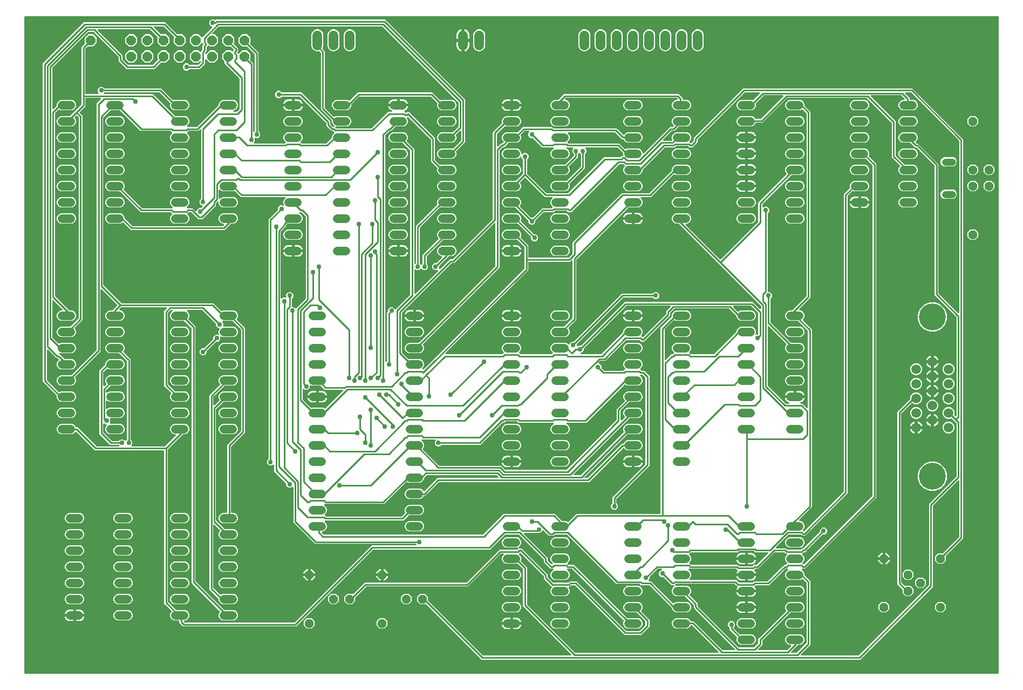
<source format=gbr>
G04 EAGLE Gerber RS-274X export*
G75*
%MOMM*%
%FSLAX34Y34*%
%LPD*%
%INBottom Copper*%
%IPPOS*%
%AMOC8*
5,1,8,0,0,1.08239X$1,22.5*%
G01*
%ADD10P,1.429621X8X292.500000*%
%ADD11C,1.320800*%
%ADD12C,1.508000*%
%ADD13C,4.216000*%
%ADD14C,1.524000*%
%ADD15P,1.649562X8X22.500000*%
%ADD16C,1.117600*%
%ADD17P,1.429621X8X112.500000*%
%ADD18P,1.429621X8X202.500000*%
%ADD19C,0.254000*%
%ADD20C,0.756400*%

G36*
X1601388Y-66024D02*
X1601388Y-66024D01*
X1601507Y-66017D01*
X1601545Y-66004D01*
X1601586Y-65999D01*
X1601696Y-65956D01*
X1601809Y-65919D01*
X1601844Y-65897D01*
X1601881Y-65882D01*
X1601977Y-65813D01*
X1602078Y-65749D01*
X1602106Y-65719D01*
X1602139Y-65696D01*
X1602215Y-65604D01*
X1602296Y-65517D01*
X1602316Y-65482D01*
X1602341Y-65451D01*
X1602392Y-65343D01*
X1602450Y-65239D01*
X1602460Y-65199D01*
X1602477Y-65163D01*
X1602499Y-65046D01*
X1602529Y-64931D01*
X1602533Y-64871D01*
X1602537Y-64851D01*
X1602535Y-64830D01*
X1602539Y-64770D01*
X1602539Y963170D01*
X1602524Y963288D01*
X1602517Y963407D01*
X1602504Y963445D01*
X1602499Y963486D01*
X1602456Y963596D01*
X1602419Y963709D01*
X1602397Y963744D01*
X1602382Y963781D01*
X1602313Y963877D01*
X1602249Y963978D01*
X1602219Y964006D01*
X1602196Y964039D01*
X1602104Y964115D01*
X1602017Y964196D01*
X1601982Y964216D01*
X1601951Y964241D01*
X1601843Y964292D01*
X1601739Y964350D01*
X1601699Y964360D01*
X1601663Y964377D01*
X1601546Y964399D01*
X1601431Y964429D01*
X1601371Y964433D01*
X1601351Y964437D01*
X1601330Y964435D01*
X1601270Y964439D01*
X74930Y964439D01*
X74812Y964424D01*
X74693Y964417D01*
X74655Y964404D01*
X74614Y964399D01*
X74504Y964356D01*
X74391Y964319D01*
X74356Y964297D01*
X74319Y964282D01*
X74223Y964213D01*
X74122Y964149D01*
X74094Y964119D01*
X74061Y964096D01*
X73985Y964004D01*
X73904Y963917D01*
X73884Y963882D01*
X73859Y963851D01*
X73808Y963743D01*
X73750Y963639D01*
X73740Y963599D01*
X73723Y963563D01*
X73701Y963446D01*
X73671Y963331D01*
X73667Y963271D01*
X73663Y963251D01*
X73665Y963230D01*
X73661Y963170D01*
X73661Y-64770D01*
X73676Y-64888D01*
X73683Y-65007D01*
X73696Y-65045D01*
X73701Y-65086D01*
X73744Y-65196D01*
X73781Y-65309D01*
X73803Y-65344D01*
X73818Y-65381D01*
X73887Y-65477D01*
X73951Y-65578D01*
X73981Y-65606D01*
X74004Y-65639D01*
X74096Y-65715D01*
X74183Y-65796D01*
X74218Y-65816D01*
X74249Y-65841D01*
X74357Y-65892D01*
X74461Y-65950D01*
X74501Y-65960D01*
X74537Y-65977D01*
X74654Y-65999D01*
X74769Y-66029D01*
X74829Y-66033D01*
X74849Y-66037D01*
X74870Y-66035D01*
X74930Y-66039D01*
X1601270Y-66039D01*
X1601388Y-66024D01*
G37*
%LPC*%
G36*
X791090Y-44070D02*
X791090Y-44070D01*
X704185Y42835D01*
X704091Y42908D01*
X704002Y42987D01*
X703966Y43005D01*
X703934Y43030D01*
X703824Y43078D01*
X703719Y43132D01*
X703679Y43140D01*
X703642Y43157D01*
X703524Y43175D01*
X703408Y43201D01*
X703368Y43200D01*
X703328Y43206D01*
X703209Y43195D01*
X703090Y43192D01*
X703052Y43180D01*
X703011Y43177D01*
X702899Y43136D01*
X702785Y43103D01*
X702750Y43083D01*
X702712Y43069D01*
X702614Y43002D01*
X702511Y42942D01*
X702466Y42902D01*
X702449Y42890D01*
X702435Y42875D01*
X702390Y42835D01*
X701972Y42417D01*
X695028Y42417D01*
X690117Y47328D01*
X690117Y54272D01*
X695028Y59183D01*
X701972Y59183D01*
X706883Y54272D01*
X706883Y49287D01*
X706895Y49188D01*
X706898Y49089D01*
X706915Y49031D01*
X706923Y48971D01*
X706959Y48879D01*
X706987Y48784D01*
X707017Y48732D01*
X707040Y48675D01*
X707098Y48595D01*
X707148Y48510D01*
X707214Y48435D01*
X707226Y48418D01*
X707236Y48410D01*
X707254Y48389D01*
X793244Y-37601D01*
X793322Y-37661D01*
X793394Y-37729D01*
X793447Y-37758D01*
X793495Y-37795D01*
X793586Y-37835D01*
X793673Y-37883D01*
X793732Y-37898D01*
X793787Y-37922D01*
X793885Y-37937D01*
X793981Y-37962D01*
X794081Y-37968D01*
X794101Y-37972D01*
X794114Y-37970D01*
X794142Y-37972D01*
X930899Y-37972D01*
X931037Y-37955D01*
X931176Y-37942D01*
X931195Y-37935D01*
X931215Y-37932D01*
X931344Y-37881D01*
X931475Y-37834D01*
X931492Y-37823D01*
X931511Y-37815D01*
X931623Y-37734D01*
X931738Y-37656D01*
X931752Y-37640D01*
X931768Y-37629D01*
X931857Y-37521D01*
X931949Y-37417D01*
X931958Y-37399D01*
X931971Y-37384D01*
X932030Y-37258D01*
X932093Y-37134D01*
X932098Y-37114D01*
X932106Y-37096D01*
X932132Y-36960D01*
X932163Y-36824D01*
X932162Y-36803D01*
X932166Y-36784D01*
X932158Y-36645D01*
X932153Y-36506D01*
X932148Y-36486D01*
X932146Y-36466D01*
X932104Y-36334D01*
X932065Y-36200D01*
X932055Y-36183D01*
X932048Y-36164D01*
X931974Y-36046D01*
X931903Y-35926D01*
X931885Y-35905D01*
X931878Y-35895D01*
X931863Y-35881D01*
X931797Y-35806D01*
X858391Y37601D01*
X856233Y39758D01*
X856233Y97525D01*
X856221Y97624D01*
X856218Y97723D01*
X856201Y97781D01*
X856193Y97841D01*
X856157Y97933D01*
X856129Y98028D01*
X856099Y98080D01*
X856076Y98137D01*
X856018Y98217D01*
X855968Y98302D01*
X855902Y98377D01*
X855890Y98394D01*
X855880Y98402D01*
X855862Y98423D01*
X848412Y105873D01*
X848388Y105891D01*
X848369Y105913D01*
X848263Y105988D01*
X848160Y106068D01*
X848133Y106080D01*
X848109Y106097D01*
X847988Y106143D01*
X847868Y106194D01*
X847839Y106199D01*
X847812Y106209D01*
X847683Y106224D01*
X847554Y106244D01*
X847525Y106241D01*
X847496Y106244D01*
X847367Y106226D01*
X847238Y106214D01*
X847210Y106204D01*
X847181Y106200D01*
X847028Y106148D01*
X846471Y105917D01*
X829929Y105917D01*
X826848Y107193D01*
X824489Y109552D01*
X823213Y112633D01*
X823213Y115967D01*
X824489Y119048D01*
X825448Y120007D01*
X825532Y120116D01*
X825621Y120223D01*
X825630Y120242D01*
X825642Y120258D01*
X825698Y120385D01*
X825757Y120511D01*
X825761Y120531D01*
X825769Y120550D01*
X825791Y120687D01*
X825817Y120824D01*
X825816Y120844D01*
X825819Y120864D01*
X825806Y121003D01*
X825797Y121141D01*
X825791Y121160D01*
X825789Y121180D01*
X825742Y121312D01*
X825699Y121443D01*
X825688Y121461D01*
X825681Y121480D01*
X825603Y121595D01*
X825529Y121712D01*
X825514Y121726D01*
X825503Y121743D01*
X825399Y121835D01*
X825297Y121930D01*
X825279Y121940D01*
X825264Y121953D01*
X825141Y122016D01*
X825019Y122084D01*
X824999Y122089D01*
X824981Y122098D01*
X824845Y122128D01*
X824711Y122163D01*
X824683Y122165D01*
X824671Y122168D01*
X824650Y122167D01*
X824550Y122173D01*
X822209Y122173D01*
X822110Y122161D01*
X822011Y122158D01*
X821953Y122141D01*
X821893Y122133D01*
X821801Y122097D01*
X821706Y122069D01*
X821654Y122039D01*
X821597Y122016D01*
X821517Y121958D01*
X821432Y121908D01*
X821357Y121842D01*
X821340Y121830D01*
X821332Y121820D01*
X821311Y121802D01*
X769867Y70357D01*
X610627Y70357D01*
X610528Y70345D01*
X610429Y70342D01*
X610371Y70325D01*
X610311Y70317D01*
X610219Y70281D01*
X610124Y70253D01*
X610072Y70223D01*
X610015Y70200D01*
X609935Y70142D01*
X609850Y70092D01*
X609775Y70026D01*
X609758Y70014D01*
X609750Y70004D01*
X609729Y69986D01*
X592954Y53211D01*
X592894Y53133D01*
X592826Y53061D01*
X592797Y53008D01*
X592760Y52960D01*
X592720Y52869D01*
X592672Y52782D01*
X592657Y52723D01*
X592633Y52668D01*
X592618Y52570D01*
X592593Y52474D01*
X592587Y52374D01*
X592583Y52354D01*
X592585Y52341D01*
X592583Y52313D01*
X592583Y47328D01*
X587672Y42417D01*
X580728Y42417D01*
X575817Y47328D01*
X575817Y54272D01*
X580728Y59183D01*
X587672Y59183D01*
X588090Y58765D01*
X588184Y58692D01*
X588274Y58613D01*
X588310Y58595D01*
X588341Y58570D01*
X588451Y58522D01*
X588557Y58468D01*
X588596Y58460D01*
X588633Y58443D01*
X588751Y58425D01*
X588867Y58399D01*
X588907Y58400D01*
X588947Y58394D01*
X589066Y58405D01*
X589185Y58408D01*
X589224Y58420D01*
X589264Y58423D01*
X589376Y58464D01*
X589490Y58497D01*
X589525Y58517D01*
X589563Y58531D01*
X589662Y58598D01*
X589764Y58658D01*
X589810Y58698D01*
X589826Y58710D01*
X589840Y58725D01*
X589885Y58765D01*
X605418Y74297D01*
X607575Y76455D01*
X766815Y76455D01*
X766914Y76467D01*
X767013Y76470D01*
X767071Y76487D01*
X767131Y76495D01*
X767223Y76531D01*
X767318Y76559D01*
X767370Y76589D01*
X767427Y76612D01*
X767507Y76670D01*
X767592Y76720D01*
X767667Y76786D01*
X767684Y76798D01*
X767692Y76808D01*
X767713Y76826D01*
X819157Y128271D01*
X846698Y128271D01*
X846797Y128283D01*
X846896Y128286D01*
X846954Y128303D01*
X847014Y128311D01*
X847106Y128347D01*
X847201Y128375D01*
X847253Y128405D01*
X847310Y128428D01*
X847390Y128486D01*
X847475Y128536D01*
X847550Y128602D01*
X847567Y128614D01*
X847575Y128624D01*
X847596Y128642D01*
X848445Y129492D01*
X848488Y129547D01*
X848538Y129595D01*
X848585Y129672D01*
X848640Y129743D01*
X848668Y129807D01*
X848704Y129867D01*
X848731Y129952D01*
X848767Y130035D01*
X848777Y130104D01*
X848798Y130171D01*
X848802Y130260D01*
X848816Y130349D01*
X848810Y130419D01*
X848813Y130488D01*
X848795Y130576D01*
X848787Y130666D01*
X848763Y130731D01*
X848749Y130800D01*
X848709Y130880D01*
X848679Y130965D01*
X848640Y131023D01*
X848609Y131085D01*
X848551Y131154D01*
X848500Y131228D01*
X848448Y131274D01*
X848403Y131327D01*
X848329Y131379D01*
X848262Y131438D01*
X848200Y131470D01*
X848143Y131510D01*
X848059Y131542D01*
X847979Y131583D01*
X847911Y131598D01*
X847845Y131623D01*
X847756Y131633D01*
X847668Y131653D01*
X847599Y131651D01*
X847529Y131658D01*
X847440Y131646D01*
X847351Y131643D01*
X847283Y131624D01*
X847214Y131614D01*
X847062Y131562D01*
X846471Y131317D01*
X829929Y131317D01*
X826848Y132593D01*
X824489Y134952D01*
X823213Y138033D01*
X823213Y141367D01*
X824489Y144448D01*
X826848Y146807D01*
X829929Y148083D01*
X846471Y148083D01*
X849552Y146807D01*
X851911Y144448D01*
X853187Y141367D01*
X853187Y138033D01*
X851911Y134952D01*
X849555Y132596D01*
X849470Y132487D01*
X849382Y132380D01*
X849373Y132361D01*
X849360Y132345D01*
X849305Y132217D01*
X849246Y132092D01*
X849242Y132072D01*
X849234Y132053D01*
X849212Y131915D01*
X849186Y131779D01*
X849187Y131759D01*
X849184Y131739D01*
X849197Y131600D01*
X849206Y131462D01*
X849212Y131443D01*
X849214Y131423D01*
X849261Y131291D01*
X849304Y131160D01*
X849315Y131142D01*
X849322Y131123D01*
X849400Y131008D01*
X849474Y130891D01*
X849489Y130877D01*
X849500Y130860D01*
X849605Y130768D01*
X849706Y130673D01*
X849723Y130663D01*
X849739Y130650D01*
X849863Y130586D01*
X849984Y130519D01*
X850004Y130514D01*
X850022Y130505D01*
X850158Y130475D01*
X850292Y130440D01*
X850320Y130438D01*
X850332Y130435D01*
X850353Y130436D01*
X850453Y130430D01*
X854068Y130430D01*
X894716Y89782D01*
X894716Y85990D01*
X894728Y85891D01*
X894731Y85792D01*
X894748Y85734D01*
X894756Y85674D01*
X894792Y85582D01*
X894820Y85487D01*
X894850Y85435D01*
X894873Y85378D01*
X894931Y85298D01*
X894981Y85213D01*
X895047Y85138D01*
X895059Y85121D01*
X895069Y85113D01*
X895087Y85092D01*
X903353Y76826D01*
X903431Y76766D01*
X903503Y76698D01*
X903556Y76669D01*
X903604Y76632D01*
X903695Y76592D01*
X903782Y76544D01*
X903841Y76529D01*
X903896Y76505D01*
X903994Y76490D01*
X904090Y76465D01*
X904190Y76459D01*
X904210Y76455D01*
X904223Y76457D01*
X904251Y76455D01*
X926581Y76455D01*
X926680Y76467D01*
X926779Y76470D01*
X926837Y76487D01*
X926897Y76495D01*
X926989Y76531D01*
X927084Y76559D01*
X927136Y76589D01*
X927193Y76612D01*
X927273Y76670D01*
X927358Y76720D01*
X927433Y76786D01*
X927450Y76798D01*
X927458Y76808D01*
X927479Y76826D01*
X929266Y78614D01*
X940428Y78614D01*
X1017780Y1261D01*
X1017858Y1201D01*
X1017930Y1133D01*
X1017983Y1104D01*
X1018031Y1067D01*
X1018122Y1027D01*
X1018209Y979D01*
X1018268Y964D01*
X1018323Y940D01*
X1018421Y925D01*
X1018517Y900D01*
X1018617Y894D01*
X1018637Y890D01*
X1018650Y892D01*
X1018678Y890D01*
X1038849Y890D01*
X1038948Y902D01*
X1039047Y905D01*
X1039105Y922D01*
X1039165Y930D01*
X1039257Y966D01*
X1039352Y994D01*
X1039404Y1024D01*
X1039461Y1047D01*
X1039541Y1105D01*
X1039626Y1155D01*
X1039702Y1221D01*
X1039718Y1233D01*
X1039726Y1243D01*
X1039747Y1261D01*
X1048013Y9527D01*
X1048073Y9605D01*
X1048141Y9677D01*
X1048170Y9730D01*
X1048207Y9778D01*
X1048247Y9869D01*
X1048295Y9956D01*
X1048310Y10014D01*
X1048334Y10070D01*
X1048349Y10168D01*
X1048374Y10264D01*
X1048380Y10364D01*
X1048384Y10384D01*
X1048382Y10397D01*
X1048384Y10425D01*
X1048384Y15483D01*
X1048372Y15582D01*
X1048369Y15681D01*
X1048352Y15739D01*
X1048344Y15799D01*
X1048308Y15891D01*
X1048280Y15986D01*
X1048250Y16038D01*
X1048227Y16095D01*
X1048169Y16175D01*
X1048119Y16260D01*
X1048053Y16335D01*
X1048041Y16352D01*
X1048031Y16360D01*
X1048013Y16381D01*
X1035048Y29346D01*
X1034970Y29406D01*
X1034898Y29474D01*
X1034845Y29503D01*
X1034797Y29540D01*
X1034706Y29580D01*
X1034619Y29628D01*
X1034560Y29643D01*
X1034505Y29667D01*
X1034407Y29682D01*
X1034311Y29707D01*
X1034211Y29713D01*
X1034191Y29717D01*
X1034178Y29715D01*
X1034150Y29717D01*
X1020429Y29717D01*
X1017348Y30993D01*
X1014989Y33352D01*
X1013713Y36433D01*
X1013713Y39767D01*
X1014989Y42848D01*
X1017348Y45207D01*
X1020429Y46483D01*
X1036971Y46483D01*
X1040052Y45207D01*
X1042411Y42848D01*
X1043687Y39767D01*
X1043687Y36433D01*
X1042411Y33352D01*
X1041935Y32876D01*
X1041862Y32782D01*
X1041783Y32693D01*
X1041765Y32657D01*
X1041740Y32625D01*
X1041693Y32516D01*
X1041639Y32410D01*
X1041630Y32370D01*
X1041614Y32333D01*
X1041595Y32215D01*
X1041569Y32099D01*
X1041570Y32059D01*
X1041564Y32019D01*
X1041575Y31900D01*
X1041579Y31782D01*
X1041590Y31743D01*
X1041594Y31702D01*
X1041634Y31590D01*
X1041667Y31476D01*
X1041688Y31441D01*
X1041702Y31403D01*
X1041768Y31305D01*
X1041829Y31202D01*
X1041869Y31157D01*
X1041880Y31140D01*
X1041895Y31127D01*
X1041935Y31081D01*
X1054482Y18535D01*
X1054482Y7373D01*
X1052324Y5216D01*
X1044058Y-3050D01*
X1041901Y-5208D01*
X1015626Y-5208D01*
X1013469Y-3050D01*
X938274Y72145D01*
X938196Y72205D01*
X938124Y72273D01*
X938071Y72302D01*
X938023Y72339D01*
X937932Y72379D01*
X937845Y72427D01*
X937786Y72442D01*
X937731Y72466D01*
X937633Y72481D01*
X937537Y72506D01*
X937437Y72512D01*
X937417Y72516D01*
X937404Y72514D01*
X937376Y72516D01*
X932318Y72516D01*
X932219Y72504D01*
X932120Y72501D01*
X932062Y72484D01*
X932002Y72476D01*
X931910Y72440D01*
X931815Y72412D01*
X931763Y72382D01*
X931706Y72359D01*
X931626Y72301D01*
X931541Y72251D01*
X931466Y72185D01*
X931449Y72173D01*
X931441Y72163D01*
X931420Y72145D01*
X929633Y70357D01*
X929066Y70357D01*
X928928Y70340D01*
X928789Y70327D01*
X928771Y70320D01*
X928750Y70317D01*
X928621Y70266D01*
X928490Y70219D01*
X928473Y70208D01*
X928455Y70200D01*
X928342Y70119D01*
X928227Y70041D01*
X928214Y70025D01*
X928197Y70014D01*
X928108Y69906D01*
X928017Y69802D01*
X928007Y69784D01*
X927995Y69769D01*
X927935Y69643D01*
X927872Y69519D01*
X927868Y69499D01*
X927859Y69481D01*
X927833Y69345D01*
X927802Y69209D01*
X927803Y69188D01*
X927799Y69169D01*
X927808Y69030D01*
X927812Y68891D01*
X927818Y68871D01*
X927819Y68851D01*
X927862Y68719D01*
X927901Y68585D01*
X927911Y68568D01*
X927917Y68549D01*
X927992Y68431D01*
X928062Y68311D01*
X928081Y68290D01*
X928087Y68280D01*
X928102Y68266D01*
X928104Y68263D01*
X929387Y65167D01*
X929387Y61833D01*
X928111Y58752D01*
X925752Y56393D01*
X922671Y55117D01*
X906129Y55117D01*
X903048Y56393D01*
X900689Y58752D01*
X899413Y61833D01*
X899413Y65167D01*
X900689Y68248D01*
X901101Y68660D01*
X901174Y68754D01*
X901253Y68844D01*
X901271Y68880D01*
X901296Y68911D01*
X901344Y69021D01*
X901398Y69127D01*
X901406Y69166D01*
X901423Y69203D01*
X901441Y69321D01*
X901467Y69437D01*
X901466Y69477D01*
X901472Y69517D01*
X901461Y69636D01*
X901458Y69755D01*
X901446Y69794D01*
X901443Y69834D01*
X901402Y69946D01*
X901369Y70060D01*
X901349Y70095D01*
X901335Y70133D01*
X901268Y70232D01*
X901208Y70334D01*
X901168Y70380D01*
X901156Y70396D01*
X901141Y70410D01*
X901101Y70455D01*
X899042Y72515D01*
X888618Y82938D01*
X888618Y86730D01*
X888606Y86829D01*
X888603Y86928D01*
X888586Y86986D01*
X888578Y87046D01*
X888542Y87138D01*
X888514Y87233D01*
X888484Y87285D01*
X888461Y87342D01*
X888403Y87422D01*
X888353Y87507D01*
X888287Y87582D01*
X888275Y87599D01*
X888265Y87607D01*
X888247Y87628D01*
X852623Y123251D01*
X852529Y123325D01*
X852440Y123403D01*
X852404Y123422D01*
X852372Y123446D01*
X852262Y123494D01*
X852156Y123548D01*
X852117Y123557D01*
X852080Y123573D01*
X851962Y123591D01*
X851846Y123617D01*
X851806Y123616D01*
X851766Y123623D01*
X851647Y123611D01*
X851528Y123608D01*
X851489Y123597D01*
X851449Y123593D01*
X851337Y123552D01*
X851223Y123519D01*
X851188Y123499D01*
X851150Y123485D01*
X851051Y123418D01*
X850949Y123358D01*
X850904Y123318D01*
X850887Y123307D01*
X850873Y123291D01*
X850828Y123251D01*
X850165Y122589D01*
X850092Y122495D01*
X850013Y122405D01*
X849995Y122369D01*
X849970Y122337D01*
X849923Y122228D01*
X849869Y122122D01*
X849860Y122083D01*
X849844Y122046D01*
X849825Y121928D01*
X849799Y121812D01*
X849800Y121771D01*
X849794Y121731D01*
X849805Y121613D01*
X849809Y121494D01*
X849820Y121455D01*
X849824Y121415D01*
X849864Y121303D01*
X849897Y121188D01*
X849918Y121154D01*
X849932Y121116D01*
X849999Y121017D01*
X850059Y120915D01*
X850099Y120869D01*
X850110Y120852D01*
X850125Y120839D01*
X850165Y120794D01*
X851911Y119048D01*
X853187Y115967D01*
X853187Y112633D01*
X852658Y111357D01*
X852651Y111329D01*
X852637Y111302D01*
X852609Y111176D01*
X852575Y111050D01*
X852574Y111021D01*
X852568Y110992D01*
X852572Y110862D01*
X852569Y110732D01*
X852576Y110704D01*
X852577Y110674D01*
X852613Y110550D01*
X852644Y110423D01*
X852657Y110397D01*
X852666Y110369D01*
X852731Y110257D01*
X852792Y110142D01*
X852812Y110120D01*
X852827Y110095D01*
X852934Y109974D01*
X862331Y100577D01*
X862331Y42810D01*
X862343Y42711D01*
X862346Y42612D01*
X862363Y42554D01*
X862371Y42494D01*
X862407Y42402D01*
X862435Y42307D01*
X862465Y42255D01*
X862488Y42198D01*
X862546Y42118D01*
X862596Y42033D01*
X862662Y41958D01*
X862674Y41941D01*
X862684Y41933D01*
X862702Y41912D01*
X937897Y-33283D01*
X937975Y-33343D01*
X938047Y-33411D01*
X938100Y-33440D01*
X938148Y-33477D01*
X938239Y-33517D01*
X938326Y-33565D01*
X938385Y-33580D01*
X938440Y-33604D01*
X938538Y-33619D01*
X938634Y-33644D01*
X938734Y-33650D01*
X938754Y-33654D01*
X938767Y-33652D01*
X938795Y-33654D01*
X1161912Y-33654D01*
X1162050Y-33637D01*
X1162189Y-33624D01*
X1162208Y-33617D01*
X1162228Y-33614D01*
X1162357Y-33563D01*
X1162488Y-33516D01*
X1162505Y-33505D01*
X1162524Y-33497D01*
X1162636Y-33416D01*
X1162751Y-33338D01*
X1162765Y-33322D01*
X1162781Y-33311D01*
X1162870Y-33203D01*
X1162962Y-33099D01*
X1162971Y-33081D01*
X1162984Y-33066D01*
X1163043Y-32940D01*
X1163106Y-32816D01*
X1163111Y-32796D01*
X1163119Y-32778D01*
X1163145Y-32642D01*
X1163176Y-32506D01*
X1163175Y-32485D01*
X1163179Y-32466D01*
X1163171Y-32327D01*
X1163166Y-32188D01*
X1163161Y-32168D01*
X1163159Y-32148D01*
X1163117Y-32016D01*
X1163078Y-31882D01*
X1163068Y-31865D01*
X1163061Y-31846D01*
X1162987Y-31728D01*
X1162916Y-31608D01*
X1162898Y-31587D01*
X1162891Y-31577D01*
X1162876Y-31563D01*
X1162810Y-31488D01*
X1121789Y9534D01*
X1121711Y9594D01*
X1121639Y9662D01*
X1121586Y9691D01*
X1121538Y9728D01*
X1121447Y9768D01*
X1121360Y9816D01*
X1121301Y9831D01*
X1121246Y9855D01*
X1121148Y9870D01*
X1121052Y9895D01*
X1120952Y9901D01*
X1120932Y9905D01*
X1120919Y9903D01*
X1120891Y9905D01*
X1120268Y9905D01*
X1120239Y9902D01*
X1120209Y9904D01*
X1120081Y9882D01*
X1119952Y9865D01*
X1119925Y9855D01*
X1119896Y9850D01*
X1119777Y9796D01*
X1119657Y9748D01*
X1119633Y9731D01*
X1119606Y9719D01*
X1119504Y9638D01*
X1119399Y9562D01*
X1119380Y9539D01*
X1119357Y9520D01*
X1119279Y9417D01*
X1119196Y9317D01*
X1119184Y9290D01*
X1119166Y9266D01*
X1119095Y9122D01*
X1118611Y7952D01*
X1116252Y5593D01*
X1113171Y4317D01*
X1096629Y4317D01*
X1093548Y5593D01*
X1091189Y7952D01*
X1089913Y11033D01*
X1089913Y14367D01*
X1091189Y17448D01*
X1093548Y19807D01*
X1096629Y21083D01*
X1113171Y21083D01*
X1116252Y19807D01*
X1118611Y17448D01*
X1118885Y16786D01*
X1118899Y16761D01*
X1118909Y16733D01*
X1118978Y16623D01*
X1119042Y16510D01*
X1119063Y16489D01*
X1119079Y16464D01*
X1119174Y16375D01*
X1119264Y16282D01*
X1119289Y16266D01*
X1119310Y16246D01*
X1119424Y16183D01*
X1119535Y16115D01*
X1119563Y16107D01*
X1119589Y16092D01*
X1119715Y16060D01*
X1119839Y16022D01*
X1119868Y16020D01*
X1119897Y16013D01*
X1120057Y16003D01*
X1123943Y16003D01*
X1168910Y-28965D01*
X1168988Y-29025D01*
X1169060Y-29093D01*
X1169113Y-29122D01*
X1169161Y-29159D01*
X1169252Y-29199D01*
X1169339Y-29247D01*
X1169398Y-29262D01*
X1169453Y-29286D01*
X1169551Y-29301D01*
X1169647Y-29326D01*
X1169747Y-29332D01*
X1169767Y-29336D01*
X1169780Y-29334D01*
X1169808Y-29336D01*
X1187820Y-29336D01*
X1187958Y-29319D01*
X1188097Y-29306D01*
X1188116Y-29299D01*
X1188136Y-29296D01*
X1188265Y-29245D01*
X1188396Y-29198D01*
X1188413Y-29187D01*
X1188432Y-29179D01*
X1188544Y-29098D01*
X1188659Y-29020D01*
X1188673Y-29004D01*
X1188689Y-28993D01*
X1188778Y-28885D01*
X1188870Y-28781D01*
X1188879Y-28763D01*
X1188892Y-28748D01*
X1188951Y-28622D01*
X1189014Y-28498D01*
X1189019Y-28478D01*
X1189027Y-28460D01*
X1189053Y-28324D01*
X1189084Y-28188D01*
X1189083Y-28167D01*
X1189087Y-28148D01*
X1189079Y-28009D01*
X1189074Y-27870D01*
X1189069Y-27850D01*
X1189067Y-27830D01*
X1189025Y-27698D01*
X1188986Y-27564D01*
X1188976Y-27547D01*
X1188969Y-27528D01*
X1188895Y-27410D01*
X1188824Y-27290D01*
X1188806Y-27269D01*
X1188799Y-27259D01*
X1188784Y-27245D01*
X1188718Y-27170D01*
X1126107Y35442D01*
X1123949Y37599D01*
X1123949Y41391D01*
X1123937Y41490D01*
X1123934Y41589D01*
X1123917Y41647D01*
X1123909Y41707D01*
X1123873Y41799D01*
X1123845Y41894D01*
X1123815Y41946D01*
X1123792Y42003D01*
X1123734Y42083D01*
X1123684Y42168D01*
X1123618Y42243D01*
X1123606Y42260D01*
X1123596Y42268D01*
X1123578Y42289D01*
X1111121Y54746D01*
X1111043Y54806D01*
X1110971Y54874D01*
X1110918Y54903D01*
X1110870Y54940D01*
X1110779Y54980D01*
X1110692Y55028D01*
X1110633Y55043D01*
X1110578Y55067D01*
X1110480Y55082D01*
X1110384Y55107D01*
X1110284Y55113D01*
X1110264Y55117D01*
X1110251Y55115D01*
X1110223Y55117D01*
X1096629Y55117D01*
X1093548Y56393D01*
X1091189Y58752D01*
X1089913Y61833D01*
X1089913Y65167D01*
X1091189Y68248D01*
X1093291Y70350D01*
X1093376Y70459D01*
X1093464Y70566D01*
X1093473Y70585D01*
X1093486Y70601D01*
X1093541Y70729D01*
X1093600Y70854D01*
X1093604Y70874D01*
X1093612Y70893D01*
X1093634Y71030D01*
X1093660Y71167D01*
X1093659Y71187D01*
X1093662Y71207D01*
X1093649Y71346D01*
X1093640Y71484D01*
X1093634Y71503D01*
X1093632Y71523D01*
X1093585Y71655D01*
X1093542Y71786D01*
X1093531Y71804D01*
X1093524Y71823D01*
X1093446Y71938D01*
X1093372Y72055D01*
X1093357Y72069D01*
X1093346Y72086D01*
X1093241Y72178D01*
X1093140Y72273D01*
X1093123Y72283D01*
X1093107Y72296D01*
X1092983Y72360D01*
X1092862Y72427D01*
X1092842Y72432D01*
X1092824Y72441D01*
X1092688Y72471D01*
X1092554Y72506D01*
X1092526Y72508D01*
X1092514Y72511D01*
X1092493Y72510D01*
X1092393Y72516D01*
X1089032Y72516D01*
X1076803Y84746D01*
X1076725Y84806D01*
X1076653Y84874D01*
X1076600Y84903D01*
X1076552Y84940D01*
X1076461Y84980D01*
X1076374Y85028D01*
X1076315Y85043D01*
X1076260Y85067D01*
X1076162Y85082D01*
X1076066Y85107D01*
X1075966Y85113D01*
X1075946Y85117D01*
X1075933Y85115D01*
X1075905Y85117D01*
X1074076Y85117D01*
X1072032Y85964D01*
X1070468Y87528D01*
X1069621Y89572D01*
X1069621Y91784D01*
X1070468Y93828D01*
X1072032Y95392D01*
X1073457Y95982D01*
X1073518Y96017D01*
X1073583Y96043D01*
X1073655Y96095D01*
X1073733Y96140D01*
X1073783Y96188D01*
X1073840Y96229D01*
X1073897Y96299D01*
X1073962Y96361D01*
X1073998Y96421D01*
X1074043Y96474D01*
X1074081Y96556D01*
X1074128Y96632D01*
X1074149Y96699D01*
X1074178Y96762D01*
X1074195Y96850D01*
X1074222Y96936D01*
X1074225Y97006D01*
X1074238Y97075D01*
X1074232Y97164D01*
X1074237Y97254D01*
X1074223Y97322D01*
X1074218Y97392D01*
X1074191Y97477D01*
X1074172Y97565D01*
X1074142Y97628D01*
X1074120Y97694D01*
X1074072Y97770D01*
X1074033Y97851D01*
X1073987Y97904D01*
X1073950Y97963D01*
X1073885Y98025D01*
X1073826Y98093D01*
X1073769Y98133D01*
X1073718Y98181D01*
X1073640Y98224D01*
X1073566Y98276D01*
X1073501Y98301D01*
X1073440Y98335D01*
X1073353Y98357D01*
X1073269Y98389D01*
X1073199Y98397D01*
X1073132Y98414D01*
X1072971Y98424D01*
X1068335Y98424D01*
X1068236Y98412D01*
X1068137Y98409D01*
X1068079Y98392D01*
X1068019Y98384D01*
X1067927Y98348D01*
X1067832Y98320D01*
X1067780Y98290D01*
X1067723Y98267D01*
X1067643Y98209D01*
X1067558Y98159D01*
X1067483Y98093D01*
X1067466Y98081D01*
X1067458Y98071D01*
X1067437Y98053D01*
X1055206Y85822D01*
X1055146Y85744D01*
X1055078Y85672D01*
X1055049Y85619D01*
X1055012Y85571D01*
X1054972Y85480D01*
X1054924Y85393D01*
X1054909Y85334D01*
X1054885Y85279D01*
X1054870Y85181D01*
X1054845Y85085D01*
X1054839Y84985D01*
X1054835Y84965D01*
X1054837Y84952D01*
X1054835Y84924D01*
X1054835Y83095D01*
X1053988Y81051D01*
X1053718Y80781D01*
X1053632Y80671D01*
X1053544Y80564D01*
X1053535Y80545D01*
X1053523Y80529D01*
X1053467Y80402D01*
X1053408Y80276D01*
X1053404Y80256D01*
X1053396Y80237D01*
X1053374Y80100D01*
X1053348Y79963D01*
X1053350Y79943D01*
X1053346Y79923D01*
X1053359Y79784D01*
X1053368Y79646D01*
X1053374Y79627D01*
X1053376Y79607D01*
X1053423Y79475D01*
X1053466Y79344D01*
X1053477Y79327D01*
X1053484Y79307D01*
X1053562Y79192D01*
X1053636Y79075D01*
X1053651Y79061D01*
X1053662Y79044D01*
X1053766Y78952D01*
X1053868Y78857D01*
X1053886Y78847D01*
X1053901Y78834D01*
X1054025Y78770D01*
X1054146Y78703D01*
X1054166Y78698D01*
X1054184Y78689D01*
X1054320Y78659D01*
X1054454Y78624D01*
X1054482Y78622D01*
X1054494Y78619D01*
X1054515Y78620D01*
X1054615Y78614D01*
X1057014Y78614D01*
X1091087Y44541D01*
X1091181Y44468D01*
X1091270Y44389D01*
X1091306Y44371D01*
X1091338Y44346D01*
X1091448Y44298D01*
X1091553Y44244D01*
X1091593Y44236D01*
X1091630Y44219D01*
X1091748Y44201D01*
X1091864Y44175D01*
X1091904Y44176D01*
X1091944Y44170D01*
X1092063Y44181D01*
X1092182Y44184D01*
X1092220Y44196D01*
X1092261Y44199D01*
X1092373Y44240D01*
X1092487Y44273D01*
X1092522Y44293D01*
X1092560Y44307D01*
X1092658Y44374D01*
X1092761Y44434D01*
X1092806Y44474D01*
X1092823Y44486D01*
X1092837Y44501D01*
X1092882Y44541D01*
X1093548Y45207D01*
X1096629Y46483D01*
X1113171Y46483D01*
X1116252Y45207D01*
X1118611Y42848D01*
X1119887Y39767D01*
X1119887Y36433D01*
X1118611Y33352D01*
X1116252Y30993D01*
X1113171Y29717D01*
X1096629Y29717D01*
X1093548Y30993D01*
X1091189Y33352D01*
X1089913Y36433D01*
X1089913Y36565D01*
X1089901Y36664D01*
X1089898Y36763D01*
X1089881Y36821D01*
X1089873Y36881D01*
X1089837Y36973D01*
X1089809Y37068D01*
X1089779Y37120D01*
X1089756Y37177D01*
X1089698Y37257D01*
X1089648Y37342D01*
X1089582Y37417D01*
X1089570Y37434D01*
X1089560Y37442D01*
X1089542Y37463D01*
X1054860Y72145D01*
X1054782Y72205D01*
X1054710Y72273D01*
X1054657Y72302D01*
X1054609Y72339D01*
X1054518Y72379D01*
X1054431Y72427D01*
X1054372Y72442D01*
X1054317Y72466D01*
X1054219Y72481D01*
X1054123Y72506D01*
X1054023Y72512D01*
X1054003Y72516D01*
X1053990Y72514D01*
X1053962Y72516D01*
X1041490Y72516D01*
X1041472Y72539D01*
X1041436Y72600D01*
X1041330Y72720D01*
X1039747Y74304D01*
X1039669Y74364D01*
X1039597Y74432D01*
X1039544Y74461D01*
X1039496Y74498D01*
X1039405Y74538D01*
X1039318Y74586D01*
X1039259Y74601D01*
X1039204Y74625D01*
X1039106Y74640D01*
X1039010Y74665D01*
X1038910Y74671D01*
X1038890Y74675D01*
X1038877Y74673D01*
X1038849Y74675D01*
X1002672Y74675D01*
X925320Y152028D01*
X925242Y152088D01*
X925170Y152156D01*
X925117Y152185D01*
X925069Y152222D01*
X924978Y152262D01*
X924891Y152310D01*
X924832Y152325D01*
X924777Y152349D01*
X924679Y152364D01*
X924583Y152389D01*
X924483Y152395D01*
X924463Y152399D01*
X924450Y152397D01*
X924422Y152399D01*
X906410Y152399D01*
X906311Y152387D01*
X906212Y152384D01*
X906154Y152367D01*
X906094Y152359D01*
X906002Y152323D01*
X905907Y152295D01*
X905855Y152265D01*
X905798Y152242D01*
X905718Y152184D01*
X905633Y152134D01*
X905558Y152068D01*
X905541Y152056D01*
X905533Y152046D01*
X905512Y152028D01*
X903725Y150240D01*
X896881Y150240D01*
X888370Y158751D01*
X888331Y158782D01*
X888297Y158819D01*
X888206Y158879D01*
X888119Y158946D01*
X888073Y158966D01*
X888032Y158993D01*
X887928Y159029D01*
X887827Y159073D01*
X887778Y159080D01*
X887731Y159096D01*
X887622Y159105D01*
X887513Y159122D01*
X887463Y159118D01*
X887414Y159122D01*
X887306Y159103D01*
X887196Y159093D01*
X887150Y159076D01*
X887101Y159067D01*
X887000Y159022D01*
X886897Y158985D01*
X886856Y158957D01*
X886811Y158937D01*
X886725Y158868D01*
X886634Y158806D01*
X886601Y158769D01*
X886562Y158738D01*
X886496Y158650D01*
X886423Y158568D01*
X886401Y158524D01*
X886371Y158484D01*
X886300Y158340D01*
X885586Y156616D01*
X884022Y155052D01*
X881978Y154205D01*
X879766Y154205D01*
X879147Y154462D01*
X879138Y154464D01*
X879130Y154469D01*
X878985Y154506D01*
X878840Y154546D01*
X878831Y154546D01*
X878822Y154548D01*
X878661Y154558D01*
X858912Y154558D01*
X858774Y154541D01*
X858635Y154528D01*
X858616Y154521D01*
X858596Y154518D01*
X858467Y154467D01*
X858336Y154420D01*
X858319Y154409D01*
X858300Y154401D01*
X858188Y154320D01*
X858073Y154242D01*
X858059Y154226D01*
X858043Y154215D01*
X857954Y154107D01*
X857862Y154003D01*
X857853Y153985D01*
X857840Y153970D01*
X857781Y153844D01*
X857718Y153720D01*
X857713Y153700D01*
X857705Y153682D01*
X857679Y153546D01*
X857648Y153410D01*
X857649Y153389D01*
X857645Y153370D01*
X857653Y153231D01*
X857658Y153092D01*
X857663Y153072D01*
X857665Y153052D01*
X857707Y152920D01*
X857746Y152786D01*
X857756Y152769D01*
X857763Y152750D01*
X857837Y152632D01*
X857908Y152512D01*
X857926Y152491D01*
X857933Y152481D01*
X857948Y152467D01*
X858014Y152392D01*
X892558Y117847D01*
X894716Y115690D01*
X894716Y111898D01*
X894728Y111799D01*
X894731Y111700D01*
X894748Y111642D01*
X894756Y111582D01*
X894792Y111490D01*
X894820Y111395D01*
X894850Y111343D01*
X894873Y111286D01*
X894931Y111206D01*
X894981Y111121D01*
X895047Y111046D01*
X895059Y111029D01*
X895069Y111021D01*
X895087Y111000D01*
X900485Y105603D01*
X900579Y105530D01*
X900668Y105451D01*
X900704Y105432D01*
X900736Y105408D01*
X900846Y105360D01*
X900951Y105306D01*
X900991Y105297D01*
X901028Y105281D01*
X901146Y105263D01*
X901262Y105237D01*
X901302Y105238D01*
X901342Y105231D01*
X901461Y105243D01*
X901580Y105246D01*
X901618Y105257D01*
X901659Y105261D01*
X901771Y105302D01*
X901885Y105335D01*
X901920Y105355D01*
X901958Y105369D01*
X902057Y105436D01*
X902159Y105496D01*
X902204Y105536D01*
X902221Y105547D01*
X902235Y105563D01*
X902280Y105603D01*
X902562Y105884D01*
X902635Y105978D01*
X902714Y106068D01*
X902732Y106104D01*
X902757Y106136D01*
X902804Y106245D01*
X902858Y106351D01*
X902867Y106390D01*
X902883Y106427D01*
X902902Y106545D01*
X902928Y106661D01*
X902927Y106702D01*
X902933Y106741D01*
X902922Y106860D01*
X902918Y106979D01*
X902907Y107018D01*
X902903Y107058D01*
X902863Y107170D01*
X902830Y107285D01*
X902809Y107319D01*
X902796Y107357D01*
X902729Y107456D01*
X902668Y107558D01*
X902628Y107604D01*
X902617Y107621D01*
X902602Y107634D01*
X902562Y107679D01*
X900689Y109552D01*
X899413Y112633D01*
X899413Y115967D01*
X900689Y119048D01*
X903048Y121407D01*
X906129Y122683D01*
X922671Y122683D01*
X925752Y121407D01*
X928111Y119048D01*
X929387Y115967D01*
X929387Y112633D01*
X928111Y109552D01*
X926175Y107616D01*
X926102Y107522D01*
X926023Y107432D01*
X926005Y107397D01*
X925980Y107365D01*
X925932Y107255D01*
X925878Y107149D01*
X925870Y107110D01*
X925853Y107073D01*
X925835Y106955D01*
X925809Y106839D01*
X925810Y106799D01*
X925804Y106759D01*
X925815Y106640D01*
X925818Y106521D01*
X925830Y106482D01*
X925833Y106442D01*
X925874Y106330D01*
X925907Y106216D01*
X925927Y106181D01*
X925941Y106143D01*
X926008Y106044D01*
X926068Y105942D01*
X926108Y105896D01*
X926120Y105880D01*
X926135Y105866D01*
X926175Y105821D01*
X927102Y104893D01*
X927180Y104833D01*
X927252Y104765D01*
X927306Y104736D01*
X927353Y104699D01*
X927444Y104659D01*
X927531Y104611D01*
X927590Y104596D01*
X927645Y104572D01*
X927743Y104557D01*
X927839Y104532D01*
X927939Y104526D01*
X927959Y104522D01*
X927972Y104524D01*
X928000Y104522D01*
X936110Y104522D01*
X1019207Y21425D01*
X1019230Y21406D01*
X1019249Y21384D01*
X1019355Y21310D01*
X1019458Y21230D01*
X1019485Y21218D01*
X1019510Y21201D01*
X1019631Y21155D01*
X1019750Y21103D01*
X1019779Y21099D01*
X1019807Y21088D01*
X1019936Y21074D01*
X1020064Y21054D01*
X1020094Y21056D01*
X1020123Y21053D01*
X1020251Y21071D01*
X1020373Y21083D01*
X1036971Y21083D01*
X1040052Y19807D01*
X1042411Y17448D01*
X1043687Y14367D01*
X1043687Y11033D01*
X1042411Y7952D01*
X1040052Y5593D01*
X1036971Y4317D01*
X1020429Y4317D01*
X1017348Y5593D01*
X1014989Y7952D01*
X1013713Y11033D01*
X1013713Y14367D01*
X1014539Y16361D01*
X1014547Y16390D01*
X1014560Y16416D01*
X1014589Y16543D01*
X1014623Y16668D01*
X1014624Y16697D01*
X1014630Y16726D01*
X1014626Y16856D01*
X1014628Y16986D01*
X1014621Y17015D01*
X1014620Y17044D01*
X1014584Y17169D01*
X1014554Y17295D01*
X1014540Y17321D01*
X1014532Y17350D01*
X1014466Y17462D01*
X1014405Y17576D01*
X1014385Y17598D01*
X1014370Y17624D01*
X1014264Y17744D01*
X933956Y98053D01*
X933878Y98113D01*
X933806Y98181D01*
X933753Y98210D01*
X933705Y98247D01*
X933614Y98287D01*
X933527Y98335D01*
X933468Y98350D01*
X933413Y98374D01*
X933315Y98389D01*
X933219Y98414D01*
X933119Y98420D01*
X933099Y98424D01*
X933086Y98422D01*
X933058Y98424D01*
X926296Y98424D01*
X926227Y98416D01*
X926157Y98417D01*
X926070Y98396D01*
X925981Y98384D01*
X925916Y98359D01*
X925848Y98342D01*
X925769Y98300D01*
X925685Y98267D01*
X925629Y98226D01*
X925567Y98194D01*
X925501Y98133D01*
X925428Y98081D01*
X925383Y98027D01*
X925332Y97980D01*
X925282Y97905D01*
X925225Y97836D01*
X925195Y97772D01*
X925157Y97714D01*
X925128Y97629D01*
X925090Y97548D01*
X925076Y97479D01*
X925054Y97413D01*
X925047Y97324D01*
X925030Y97236D01*
X925034Y97166D01*
X925029Y97096D01*
X925044Y97008D01*
X925049Y96918D01*
X925071Y96852D01*
X925083Y96783D01*
X925120Y96701D01*
X925148Y96616D01*
X925185Y96557D01*
X925214Y96493D01*
X925270Y96423D01*
X925318Y96347D01*
X925369Y96299D01*
X925412Y96244D01*
X925484Y96191D01*
X925549Y96129D01*
X925610Y96095D01*
X925666Y96053D01*
X925744Y96015D01*
X928111Y93648D01*
X929387Y90567D01*
X929387Y87233D01*
X928111Y84152D01*
X925752Y81793D01*
X922671Y80517D01*
X906129Y80517D01*
X903048Y81793D01*
X900689Y84152D01*
X899413Y87233D01*
X899413Y90567D01*
X900689Y93648D01*
X903063Y96022D01*
X903115Y96043D01*
X903187Y96095D01*
X903265Y96140D01*
X903316Y96188D01*
X903372Y96229D01*
X903430Y96299D01*
X903494Y96361D01*
X903530Y96421D01*
X903575Y96474D01*
X903613Y96556D01*
X903660Y96632D01*
X903681Y96699D01*
X903710Y96762D01*
X903727Y96850D01*
X903754Y96936D01*
X903757Y97006D01*
X903770Y97075D01*
X903765Y97164D01*
X903769Y97254D01*
X903755Y97322D01*
X903751Y97392D01*
X903723Y97477D01*
X903705Y97565D01*
X903674Y97628D01*
X903652Y97694D01*
X903604Y97770D01*
X903565Y97851D01*
X903520Y97904D01*
X903482Y97963D01*
X903417Y98025D01*
X903359Y98093D01*
X903302Y98133D01*
X903251Y98181D01*
X903172Y98224D01*
X903099Y98276D01*
X903033Y98301D01*
X902972Y98335D01*
X902885Y98357D01*
X902801Y98389D01*
X902732Y98397D01*
X902664Y98414D01*
X902504Y98424D01*
X899040Y98424D01*
X888618Y108846D01*
X888618Y112638D01*
X888606Y112737D01*
X888603Y112836D01*
X888586Y112894D01*
X888578Y112954D01*
X888542Y113046D01*
X888514Y113141D01*
X888484Y113193D01*
X888461Y113250D01*
X888403Y113330D01*
X888353Y113415D01*
X888287Y113490D01*
X888275Y113507D01*
X888265Y113515D01*
X888247Y113536D01*
X849755Y152028D01*
X849677Y152088D01*
X849605Y152156D01*
X849552Y152185D01*
X849504Y152222D01*
X849413Y152262D01*
X849326Y152310D01*
X849267Y152325D01*
X849212Y152349D01*
X849114Y152364D01*
X849018Y152389D01*
X848918Y152395D01*
X848898Y152399D01*
X848885Y152397D01*
X848857Y152399D01*
X828686Y152399D01*
X828587Y152387D01*
X828488Y152384D01*
X828430Y152367D01*
X828370Y152359D01*
X828278Y152323D01*
X828183Y152295D01*
X828131Y152265D01*
X828074Y152242D01*
X827994Y152184D01*
X827909Y152134D01*
X827834Y152068D01*
X827817Y152056D01*
X827809Y152046D01*
X827788Y152028D01*
X804411Y128650D01*
X621422Y128650D01*
X621323Y128638D01*
X621224Y128635D01*
X621166Y128618D01*
X621106Y128610D01*
X621014Y128574D01*
X620919Y128546D01*
X620867Y128516D01*
X620810Y128493D01*
X620730Y128435D01*
X620645Y128385D01*
X620570Y128319D01*
X620553Y128307D01*
X620545Y128297D01*
X620524Y128279D01*
X499992Y7746D01*
X322587Y7746D01*
X316483Y13850D01*
X316483Y15748D01*
X316468Y15866D01*
X316461Y15985D01*
X316448Y16023D01*
X316443Y16064D01*
X316400Y16174D01*
X316363Y16287D01*
X316341Y16322D01*
X316326Y16359D01*
X316257Y16455D01*
X316193Y16556D01*
X316163Y16584D01*
X316140Y16617D01*
X316048Y16693D01*
X315961Y16774D01*
X315926Y16794D01*
X315895Y16819D01*
X315787Y16870D01*
X315683Y16928D01*
X315643Y16938D01*
X315607Y16955D01*
X315490Y16977D01*
X315375Y17007D01*
X315315Y17011D01*
X315295Y17015D01*
X315274Y17013D01*
X315214Y17017D01*
X309229Y17017D01*
X306148Y18293D01*
X303789Y20652D01*
X302513Y23733D01*
X302513Y27067D01*
X303789Y30148D01*
X304328Y30687D01*
X304401Y30781D01*
X304480Y30871D01*
X304498Y30907D01*
X304523Y30938D01*
X304571Y31048D01*
X304625Y31154D01*
X304633Y31193D01*
X304650Y31230D01*
X304668Y31348D01*
X304694Y31464D01*
X304693Y31504D01*
X304699Y31544D01*
X304688Y31663D01*
X304685Y31782D01*
X304673Y31821D01*
X304670Y31861D01*
X304629Y31973D01*
X304596Y32087D01*
X304576Y32122D01*
X304562Y32160D01*
X304495Y32259D01*
X304435Y32361D01*
X304395Y32407D01*
X304383Y32423D01*
X304368Y32437D01*
X304328Y32482D01*
X294892Y41919D01*
X292734Y44076D01*
X292734Y282829D01*
X292719Y282947D01*
X292712Y283066D01*
X292699Y283104D01*
X292694Y283145D01*
X292651Y283255D01*
X292614Y283368D01*
X292592Y283403D01*
X292577Y283440D01*
X292508Y283536D01*
X292444Y283637D01*
X292414Y283665D01*
X292391Y283698D01*
X292299Y283774D01*
X292212Y283855D01*
X292177Y283875D01*
X292146Y283900D01*
X292038Y283951D01*
X291934Y284009D01*
X291894Y284019D01*
X291858Y284036D01*
X291741Y284058D01*
X291626Y284088D01*
X291566Y284092D01*
X291546Y284096D01*
X291525Y284094D01*
X291465Y284098D01*
X184411Y284098D01*
X155441Y313068D01*
X155402Y313099D01*
X155368Y313136D01*
X155277Y313196D01*
X155190Y313263D01*
X155144Y313283D01*
X155103Y313310D01*
X154999Y313346D01*
X154898Y313389D01*
X154849Y313397D01*
X154802Y313413D01*
X154693Y313422D01*
X154584Y313439D01*
X154534Y313435D01*
X154485Y313439D01*
X154377Y313420D01*
X154267Y313410D01*
X154220Y313393D01*
X154171Y313384D01*
X154071Y313339D01*
X153968Y313302D01*
X153927Y313274D01*
X153882Y313254D01*
X153796Y313185D01*
X153705Y313123D01*
X153672Y313086D01*
X153633Y313055D01*
X153567Y312967D01*
X153494Y312885D01*
X153472Y312841D01*
X153442Y312801D01*
X153425Y312766D01*
X151052Y310393D01*
X147971Y309117D01*
X131429Y309117D01*
X128348Y310393D01*
X125989Y312752D01*
X124713Y315833D01*
X124713Y319167D01*
X125989Y322248D01*
X128348Y324607D01*
X131429Y325883D01*
X147971Y325883D01*
X151052Y324607D01*
X153411Y322248D01*
X153843Y321205D01*
X153857Y321180D01*
X153866Y321152D01*
X153936Y321042D01*
X154000Y320929D01*
X154021Y320908D01*
X154037Y320883D01*
X154131Y320794D01*
X154221Y320701D01*
X154247Y320685D01*
X154268Y320665D01*
X154382Y320602D01*
X154493Y320534D01*
X154521Y320526D01*
X154547Y320511D01*
X154672Y320479D01*
X154797Y320441D01*
X154826Y320439D01*
X154855Y320432D01*
X155015Y320422D01*
X156711Y320422D01*
X186565Y290567D01*
X186643Y290507D01*
X186715Y290439D01*
X186768Y290410D01*
X186816Y290373D01*
X186907Y290333D01*
X186994Y290285D01*
X187053Y290270D01*
X187108Y290246D01*
X187206Y290231D01*
X187302Y290206D01*
X187402Y290200D01*
X187422Y290196D01*
X187435Y290198D01*
X187463Y290196D01*
X221354Y290196D01*
X221379Y290199D01*
X221403Y290197D01*
X221536Y290219D01*
X221670Y290236D01*
X221693Y290245D01*
X221717Y290249D01*
X221840Y290303D01*
X221965Y290353D01*
X221985Y290367D01*
X222008Y290377D01*
X222114Y290460D01*
X222223Y290539D01*
X222238Y290559D01*
X222258Y290574D01*
X222339Y290681D01*
X222425Y290784D01*
X222436Y290807D01*
X222451Y290826D01*
X222504Y290951D01*
X222561Y291072D01*
X222566Y291096D01*
X222575Y291119D01*
X222595Y291253D01*
X222621Y291384D01*
X222619Y291409D01*
X222623Y291434D01*
X222609Y291568D01*
X222601Y291702D01*
X222593Y291725D01*
X222591Y291750D01*
X222544Y291876D01*
X222503Y292004D01*
X222490Y292025D01*
X222481Y292049D01*
X222405Y292159D01*
X222333Y292273D01*
X222315Y292290D01*
X222301Y292310D01*
X222199Y292399D01*
X222101Y292491D01*
X222079Y292503D01*
X222061Y292519D01*
X221922Y292600D01*
X221870Y292618D01*
X221852Y292628D01*
X221823Y292645D01*
X221721Y292671D01*
X221622Y292706D01*
X221567Y292710D01*
X221515Y292724D01*
X221354Y292734D01*
X208160Y292734D01*
X191261Y309633D01*
X191261Y409314D01*
X193419Y411471D01*
X200542Y418594D01*
X200602Y418672D01*
X200670Y418744D01*
X200699Y418797D01*
X200736Y418845D01*
X200776Y418936D01*
X200824Y419023D01*
X200839Y419081D01*
X200863Y419137D01*
X200878Y419235D01*
X200903Y419331D01*
X200909Y419431D01*
X200913Y419451D01*
X200911Y419464D01*
X200913Y419492D01*
X200913Y420767D01*
X202189Y423848D01*
X204548Y426207D01*
X207629Y427483D01*
X224171Y427483D01*
X227252Y426207D01*
X229611Y423848D01*
X230887Y420767D01*
X230887Y417433D01*
X229611Y414352D01*
X227252Y411993D01*
X224171Y410717D01*
X207629Y410717D01*
X204548Y411993D01*
X204453Y412088D01*
X204359Y412161D01*
X204270Y412240D01*
X204234Y412258D01*
X204202Y412283D01*
X204093Y412330D01*
X203987Y412384D01*
X203947Y412393D01*
X203910Y412409D01*
X203793Y412428D01*
X203676Y412454D01*
X203636Y412453D01*
X203596Y412459D01*
X203478Y412448D01*
X203359Y412444D01*
X203320Y412433D01*
X203280Y412429D01*
X203167Y412389D01*
X203053Y412356D01*
X203018Y412335D01*
X202980Y412322D01*
X202882Y412255D01*
X202779Y412194D01*
X202734Y412154D01*
X202717Y412143D01*
X202704Y412128D01*
X202658Y412088D01*
X197730Y407160D01*
X197670Y407082D01*
X197602Y407010D01*
X197573Y406957D01*
X197536Y406909D01*
X197496Y406818D01*
X197448Y406731D01*
X197433Y406672D01*
X197409Y406617D01*
X197394Y406519D01*
X197369Y406423D01*
X197363Y406323D01*
X197359Y406303D01*
X197361Y406290D01*
X197359Y406262D01*
X197359Y386091D01*
X197376Y385953D01*
X197389Y385814D01*
X197396Y385795D01*
X197399Y385775D01*
X197450Y385646D01*
X197497Y385515D01*
X197508Y385498D01*
X197516Y385479D01*
X197597Y385367D01*
X197675Y385252D01*
X197691Y385238D01*
X197702Y385222D01*
X197810Y385133D01*
X197914Y385041D01*
X197932Y385032D01*
X197947Y385019D01*
X198073Y384960D01*
X198197Y384897D01*
X198217Y384892D01*
X198235Y384884D01*
X198371Y384858D01*
X198507Y384827D01*
X198528Y384828D01*
X198547Y384824D01*
X198686Y384832D01*
X198825Y384837D01*
X198845Y384842D01*
X198865Y384844D01*
X198997Y384886D01*
X199131Y384925D01*
X199148Y384935D01*
X199167Y384942D01*
X199285Y385016D01*
X199405Y385087D01*
X199426Y385105D01*
X199436Y385112D01*
X199450Y385127D01*
X199525Y385193D01*
X201910Y387578D01*
X201929Y387601D01*
X201951Y387620D01*
X202026Y387726D01*
X202105Y387829D01*
X202117Y387856D01*
X202134Y387880D01*
X202180Y388002D01*
X202232Y388121D01*
X202236Y388150D01*
X202247Y388178D01*
X202261Y388307D01*
X202282Y388435D01*
X202279Y388465D01*
X202282Y388494D01*
X202264Y388622D01*
X202252Y388752D01*
X202242Y388780D01*
X202238Y388809D01*
X202186Y388961D01*
X200913Y392033D01*
X200913Y395367D01*
X202189Y398448D01*
X204548Y400807D01*
X207629Y402083D01*
X224171Y402083D01*
X227252Y400807D01*
X229611Y398448D01*
X230887Y395367D01*
X230887Y392033D01*
X229611Y388952D01*
X227252Y386593D01*
X224171Y385317D01*
X208799Y385317D01*
X208700Y385305D01*
X208601Y385302D01*
X208543Y385285D01*
X208483Y385277D01*
X208391Y385241D01*
X208296Y385213D01*
X208244Y385183D01*
X208187Y385160D01*
X208107Y385102D01*
X208022Y385052D01*
X207947Y384986D01*
X207930Y384974D01*
X207922Y384964D01*
X207901Y384946D01*
X202048Y379093D01*
X201988Y379015D01*
X201920Y378943D01*
X201899Y378905D01*
X201877Y378879D01*
X201870Y378863D01*
X201854Y378842D01*
X201814Y378751D01*
X201766Y378664D01*
X201754Y378618D01*
X201742Y378591D01*
X201739Y378578D01*
X201727Y378550D01*
X201712Y378452D01*
X201687Y378356D01*
X201681Y378256D01*
X201677Y378236D01*
X201679Y378223D01*
X201677Y378195D01*
X201677Y375600D01*
X201694Y375462D01*
X201707Y375324D01*
X201714Y375305D01*
X201717Y375284D01*
X201768Y375155D01*
X201815Y375024D01*
X201826Y375007D01*
X201834Y374989D01*
X201915Y374876D01*
X201993Y374761D01*
X202009Y374748D01*
X202020Y374731D01*
X202128Y374643D01*
X202232Y374551D01*
X202250Y374541D01*
X202265Y374529D01*
X202391Y374469D01*
X202515Y374406D01*
X202535Y374402D01*
X202553Y374393D01*
X202690Y374367D01*
X202825Y374336D01*
X202846Y374337D01*
X202865Y374333D01*
X203004Y374342D01*
X203143Y374346D01*
X203163Y374352D01*
X203183Y374353D01*
X203315Y374396D01*
X203449Y374434D01*
X203466Y374445D01*
X203485Y374451D01*
X203603Y374525D01*
X203723Y374596D01*
X203744Y374615D01*
X203754Y374621D01*
X203768Y374636D01*
X203843Y374702D01*
X204548Y375407D01*
X207629Y376683D01*
X224171Y376683D01*
X227252Y375407D01*
X229611Y373048D01*
X230887Y369967D01*
X230887Y366633D01*
X229611Y363552D01*
X227252Y361193D01*
X224171Y359917D01*
X207629Y359917D01*
X204548Y361193D01*
X203843Y361898D01*
X203734Y361983D01*
X203627Y362071D01*
X203608Y362080D01*
X203592Y362092D01*
X203464Y362148D01*
X203339Y362207D01*
X203319Y362211D01*
X203300Y362219D01*
X203162Y362241D01*
X203026Y362267D01*
X203006Y362266D01*
X202986Y362269D01*
X202847Y362256D01*
X202709Y362247D01*
X202690Y362241D01*
X202670Y362239D01*
X202539Y362192D01*
X202407Y362149D01*
X202389Y362138D01*
X202370Y362131D01*
X202256Y362053D01*
X202138Y361979D01*
X202124Y361964D01*
X202107Y361953D01*
X202015Y361849D01*
X201920Y361747D01*
X201910Y361729D01*
X201897Y361714D01*
X201834Y361591D01*
X201766Y361469D01*
X201761Y361449D01*
X201752Y361431D01*
X201722Y361295D01*
X201687Y361161D01*
X201685Y361133D01*
X201682Y361121D01*
X201683Y361100D01*
X201677Y361000D01*
X201677Y350200D01*
X201694Y350062D01*
X201707Y349924D01*
X201714Y349905D01*
X201717Y349884D01*
X201768Y349755D01*
X201815Y349624D01*
X201826Y349607D01*
X201834Y349589D01*
X201915Y349476D01*
X201993Y349361D01*
X202009Y349348D01*
X202020Y349331D01*
X202128Y349243D01*
X202232Y349151D01*
X202250Y349141D01*
X202265Y349129D01*
X202391Y349069D01*
X202515Y349006D01*
X202535Y349002D01*
X202553Y348993D01*
X202690Y348967D01*
X202825Y348936D01*
X202846Y348937D01*
X202865Y348933D01*
X203004Y348942D01*
X203143Y348946D01*
X203163Y348952D01*
X203183Y348953D01*
X203315Y348996D01*
X203449Y349034D01*
X203466Y349045D01*
X203485Y349051D01*
X203603Y349125D01*
X203723Y349196D01*
X203744Y349215D01*
X203754Y349221D01*
X203768Y349236D01*
X203843Y349302D01*
X204548Y350007D01*
X207629Y351283D01*
X224171Y351283D01*
X227252Y350007D01*
X229611Y347648D01*
X230887Y344567D01*
X230887Y341233D01*
X229611Y338152D01*
X227252Y335793D01*
X224171Y334517D01*
X209129Y334517D01*
X209079Y334511D01*
X209030Y334513D01*
X208922Y334491D01*
X208813Y334477D01*
X208767Y334459D01*
X208718Y334449D01*
X208620Y334401D01*
X208518Y334360D01*
X208477Y334331D01*
X208433Y334309D01*
X208349Y334238D01*
X208260Y334174D01*
X208229Y334135D01*
X208191Y334103D01*
X208128Y334013D01*
X208057Y333929D01*
X208036Y333884D01*
X208008Y333843D01*
X207969Y333740D01*
X207922Y333641D01*
X207913Y333592D01*
X207895Y333546D01*
X207883Y333436D01*
X207862Y333329D01*
X207865Y333279D01*
X207860Y333230D01*
X207875Y333121D01*
X207882Y333011D01*
X207897Y332964D01*
X207904Y332915D01*
X207956Y332762D01*
X208507Y331433D01*
X208507Y329221D01*
X207851Y327638D01*
X207838Y327590D01*
X207817Y327545D01*
X207796Y327437D01*
X207767Y327331D01*
X207766Y327281D01*
X207757Y327232D01*
X207764Y327123D01*
X207762Y327013D01*
X207774Y326965D01*
X207777Y326915D01*
X207810Y326811D01*
X207836Y326704D01*
X207859Y326660D01*
X207875Y326613D01*
X207933Y326520D01*
X207985Y326423D01*
X208018Y326386D01*
X208045Y326344D01*
X208125Y326269D01*
X208199Y326187D01*
X208240Y326160D01*
X208276Y326126D01*
X208373Y326073D01*
X208464Y326013D01*
X208511Y325996D01*
X208555Y325972D01*
X208661Y325945D01*
X208765Y325909D01*
X208815Y325905D01*
X208863Y325893D01*
X209024Y325883D01*
X224171Y325883D01*
X227252Y324607D01*
X229611Y322248D01*
X230887Y319167D01*
X230887Y315833D01*
X229611Y312752D01*
X227252Y310393D01*
X224171Y309117D01*
X207629Y309117D01*
X204548Y310393D01*
X202189Y312752D01*
X200913Y315833D01*
X200913Y319167D01*
X202189Y322248D01*
X202541Y322599D01*
X202626Y322709D01*
X202714Y322816D01*
X202723Y322835D01*
X202735Y322851D01*
X202791Y322979D01*
X202850Y323104D01*
X202854Y323124D01*
X202862Y323143D01*
X202884Y323281D01*
X202910Y323417D01*
X202909Y323437D01*
X202912Y323457D01*
X202899Y323596D01*
X202890Y323734D01*
X202884Y323753D01*
X202882Y323773D01*
X202835Y323904D01*
X202792Y324036D01*
X202781Y324054D01*
X202774Y324073D01*
X202696Y324187D01*
X202622Y324305D01*
X202607Y324319D01*
X202596Y324336D01*
X202492Y324428D01*
X202390Y324523D01*
X202372Y324533D01*
X202357Y324546D01*
X202234Y324609D01*
X202112Y324677D01*
X202092Y324682D01*
X202074Y324691D01*
X201960Y324716D01*
X199796Y325613D01*
X199526Y325883D01*
X199416Y325969D01*
X199309Y326057D01*
X199290Y326066D01*
X199274Y326078D01*
X199147Y326134D01*
X199021Y326193D01*
X199001Y326197D01*
X198982Y326205D01*
X198845Y326227D01*
X198708Y326253D01*
X198688Y326251D01*
X198668Y326255D01*
X198529Y326242D01*
X198391Y326233D01*
X198372Y326227D01*
X198352Y326225D01*
X198220Y326178D01*
X198089Y326135D01*
X198072Y326124D01*
X198052Y326117D01*
X197937Y326039D01*
X197820Y325965D01*
X197806Y325950D01*
X197789Y325939D01*
X197697Y325835D01*
X197602Y325733D01*
X197592Y325715D01*
X197579Y325700D01*
X197515Y325576D01*
X197448Y325455D01*
X197443Y325435D01*
X197434Y325417D01*
X197404Y325281D01*
X197369Y325147D01*
X197367Y325119D01*
X197364Y325107D01*
X197365Y325086D01*
X197359Y324986D01*
X197359Y312685D01*
X197371Y312586D01*
X197374Y312487D01*
X197391Y312429D01*
X197399Y312369D01*
X197435Y312277D01*
X197463Y312182D01*
X197493Y312130D01*
X197516Y312073D01*
X197574Y311993D01*
X197624Y311908D01*
X197690Y311833D01*
X197702Y311816D01*
X197712Y311808D01*
X197730Y311787D01*
X210314Y299203D01*
X210392Y299143D01*
X210464Y299075D01*
X210517Y299046D01*
X210565Y299009D01*
X210656Y298969D01*
X210743Y298921D01*
X210802Y298906D01*
X210857Y298882D01*
X210955Y298867D01*
X211051Y298842D01*
X211151Y298836D01*
X211171Y298832D01*
X211184Y298834D01*
X211212Y298832D01*
X221354Y298832D01*
X221452Y298844D01*
X221551Y298847D01*
X221609Y298864D01*
X221669Y298872D01*
X221762Y298908D01*
X221857Y298936D01*
X221909Y298966D01*
X221965Y298989D01*
X222045Y299047D01*
X222131Y299097D01*
X222206Y299163D01*
X222222Y299175D01*
X222230Y299185D01*
X222251Y299203D01*
X223545Y300497D01*
X225589Y301344D01*
X227801Y301344D01*
X229845Y300497D01*
X231195Y299147D01*
X231289Y299074D01*
X231378Y298995D01*
X231414Y298977D01*
X231446Y298952D01*
X231556Y298905D01*
X231662Y298851D01*
X231701Y298842D01*
X231738Y298826D01*
X231856Y298807D01*
X231972Y298781D01*
X232012Y298782D01*
X232052Y298776D01*
X232171Y298787D01*
X232290Y298791D01*
X232329Y298802D01*
X232369Y298806D01*
X232481Y298846D01*
X232595Y298879D01*
X232630Y298900D01*
X232668Y298913D01*
X232767Y298980D01*
X232869Y299041D01*
X232914Y299080D01*
X232931Y299092D01*
X232945Y299107D01*
X232990Y299147D01*
X234070Y300227D01*
X234130Y300305D01*
X234198Y300377D01*
X234227Y300430D01*
X234264Y300478D01*
X234304Y300569D01*
X234352Y300655D01*
X234367Y300714D01*
X234391Y300770D01*
X234406Y300868D01*
X234431Y300963D01*
X234437Y301063D01*
X234441Y301084D01*
X234439Y301096D01*
X234441Y301124D01*
X234441Y423534D01*
X234429Y423633D01*
X234426Y423732D01*
X234409Y423790D01*
X234401Y423850D01*
X234365Y423942D01*
X234337Y424037D01*
X234307Y424089D01*
X234284Y424146D01*
X234226Y424226D01*
X234176Y424311D01*
X234110Y424386D01*
X234098Y424403D01*
X234088Y424411D01*
X234070Y424432D01*
X222756Y435746D01*
X222678Y435806D01*
X222606Y435874D01*
X222553Y435903D01*
X222505Y435940D01*
X222414Y435980D01*
X222327Y436028D01*
X222269Y436043D01*
X222213Y436067D01*
X222115Y436082D01*
X222019Y436107D01*
X221919Y436113D01*
X221899Y436117D01*
X221886Y436115D01*
X221858Y436117D01*
X207629Y436117D01*
X204548Y437393D01*
X202189Y439752D01*
X200913Y442833D01*
X200913Y446167D01*
X202189Y449248D01*
X204548Y451607D01*
X207629Y452883D01*
X224171Y452883D01*
X227252Y451607D01*
X229611Y449248D01*
X230887Y446167D01*
X230887Y442833D01*
X229611Y439752D01*
X229389Y439530D01*
X229316Y439436D01*
X229237Y439347D01*
X229219Y439311D01*
X229194Y439279D01*
X229147Y439170D01*
X229093Y439064D01*
X229084Y439024D01*
X229068Y438987D01*
X229049Y438870D01*
X229023Y438753D01*
X229024Y438713D01*
X229018Y438673D01*
X229029Y438554D01*
X229033Y438436D01*
X229044Y438397D01*
X229048Y438356D01*
X229088Y438244D01*
X229121Y438130D01*
X229142Y438095D01*
X229155Y438057D01*
X229223Y437958D01*
X229283Y437856D01*
X229323Y437811D01*
X229334Y437794D01*
X229349Y437781D01*
X229389Y437735D01*
X238381Y428743D01*
X240539Y426586D01*
X240539Y301124D01*
X240551Y301026D01*
X240554Y300927D01*
X240571Y300869D01*
X240579Y300809D01*
X240615Y300716D01*
X240643Y300621D01*
X240673Y300569D01*
X240696Y300513D01*
X240754Y300433D01*
X240804Y300347D01*
X240870Y300272D01*
X240882Y300256D01*
X240892Y300248D01*
X240910Y300227D01*
X242204Y298933D01*
X243051Y296889D01*
X243051Y294677D01*
X242204Y292633D01*
X241934Y292363D01*
X241848Y292253D01*
X241760Y292146D01*
X241751Y292127D01*
X241739Y292111D01*
X241683Y291984D01*
X241624Y291858D01*
X241620Y291838D01*
X241612Y291819D01*
X241590Y291682D01*
X241564Y291545D01*
X241566Y291525D01*
X241562Y291505D01*
X241575Y291366D01*
X241584Y291228D01*
X241590Y291209D01*
X241592Y291189D01*
X241639Y291057D01*
X241682Y290926D01*
X241693Y290909D01*
X241700Y290889D01*
X241778Y290774D01*
X241852Y290657D01*
X241867Y290643D01*
X241878Y290626D01*
X241982Y290534D01*
X242084Y290439D01*
X242102Y290429D01*
X242117Y290416D01*
X242241Y290352D01*
X242362Y290285D01*
X242382Y290280D01*
X242400Y290271D01*
X242536Y290241D01*
X242670Y290206D01*
X242698Y290204D01*
X242710Y290201D01*
X242731Y290202D01*
X242831Y290196D01*
X293994Y290196D01*
X294093Y290208D01*
X294192Y290211D01*
X294250Y290228D01*
X294310Y290236D01*
X294402Y290272D01*
X294497Y290300D01*
X294549Y290330D01*
X294606Y290353D01*
X294686Y290411D01*
X294771Y290461D01*
X294846Y290527D01*
X294863Y290539D01*
X294871Y290549D01*
X294892Y290567D01*
X311275Y306951D01*
X311360Y307060D01*
X311449Y307167D01*
X311457Y307186D01*
X311470Y307202D01*
X311525Y307330D01*
X311584Y307455D01*
X311588Y307475D01*
X311596Y307494D01*
X311618Y307632D01*
X311644Y307768D01*
X311643Y307788D01*
X311646Y307808D01*
X311633Y307947D01*
X311624Y308085D01*
X311618Y308104D01*
X311616Y308124D01*
X311569Y308256D01*
X311526Y308387D01*
X311516Y308405D01*
X311509Y308424D01*
X311431Y308539D01*
X311356Y308656D01*
X311341Y308670D01*
X311330Y308687D01*
X311226Y308779D01*
X311125Y308874D01*
X311107Y308884D01*
X311092Y308897D01*
X310968Y308960D01*
X310846Y309028D01*
X310827Y309033D01*
X310808Y309042D01*
X310673Y309072D01*
X310538Y309107D01*
X310510Y309109D01*
X310498Y309112D01*
X310478Y309111D01*
X310377Y309117D01*
X309229Y309117D01*
X306148Y310393D01*
X303789Y312752D01*
X302513Y315833D01*
X302513Y319167D01*
X303789Y322248D01*
X306148Y324607D01*
X309229Y325883D01*
X325771Y325883D01*
X328852Y324607D01*
X331211Y322248D01*
X332487Y319167D01*
X332487Y315833D01*
X331211Y312752D01*
X328852Y310393D01*
X325771Y309117D01*
X322591Y309117D01*
X322492Y309105D01*
X322393Y309102D01*
X322335Y309085D01*
X322275Y309077D01*
X322183Y309041D01*
X322088Y309013D01*
X322036Y308983D01*
X321979Y308960D01*
X321899Y308902D01*
X321814Y308852D01*
X321739Y308786D01*
X321722Y308774D01*
X321714Y308764D01*
X321693Y308746D01*
X299203Y286256D01*
X299143Y286178D01*
X299075Y286106D01*
X299046Y286053D01*
X299009Y286005D01*
X298969Y285914D01*
X298921Y285827D01*
X298906Y285768D01*
X298882Y285713D01*
X298867Y285615D01*
X298842Y285519D01*
X298836Y285419D01*
X298832Y285399D01*
X298834Y285386D01*
X298832Y285358D01*
X298832Y47128D01*
X298844Y47029D01*
X298847Y46930D01*
X298864Y46872D01*
X298872Y46812D01*
X298908Y46720D01*
X298936Y46625D01*
X298966Y46573D01*
X298989Y46516D01*
X299047Y46436D01*
X299097Y46351D01*
X299163Y46276D01*
X299175Y46259D01*
X299185Y46251D01*
X299203Y46230D01*
X311279Y34154D01*
X311357Y34094D01*
X311429Y34026D01*
X311482Y33997D01*
X311530Y33960D01*
X311621Y33920D01*
X311708Y33872D01*
X311767Y33857D01*
X311822Y33833D01*
X311920Y33818D01*
X312016Y33793D01*
X312116Y33787D01*
X312136Y33783D01*
X312149Y33785D01*
X312177Y33783D01*
X325771Y33783D01*
X328852Y32507D01*
X331211Y30148D01*
X332487Y27067D01*
X332487Y23733D01*
X331211Y20652D01*
X328852Y18293D01*
X325771Y17017D01*
X325004Y17017D01*
X324866Y17000D01*
X324727Y16987D01*
X324708Y16980D01*
X324688Y16977D01*
X324558Y16926D01*
X324428Y16879D01*
X324411Y16868D01*
X324392Y16860D01*
X324280Y16779D01*
X324165Y16701D01*
X324151Y16685D01*
X324135Y16674D01*
X324046Y16566D01*
X323954Y16462D01*
X323945Y16444D01*
X323932Y16429D01*
X323873Y16303D01*
X323810Y16179D01*
X323805Y16159D01*
X323797Y16141D01*
X323771Y16004D01*
X323740Y15869D01*
X323741Y15848D01*
X323737Y15829D01*
X323745Y15690D01*
X323750Y15551D01*
X323755Y15531D01*
X323757Y15511D01*
X323799Y15379D01*
X323838Y15245D01*
X323848Y15228D01*
X323855Y15209D01*
X323929Y15091D01*
X324000Y14971D01*
X324018Y14950D01*
X324025Y14940D01*
X324040Y14926D01*
X324106Y14850D01*
X324741Y14215D01*
X324819Y14155D01*
X324891Y14087D01*
X324945Y14058D01*
X324992Y14021D01*
X325083Y13981D01*
X325170Y13933D01*
X325229Y13918D01*
X325284Y13894D01*
X325382Y13879D01*
X325478Y13854D01*
X325578Y13848D01*
X325598Y13844D01*
X325611Y13846D01*
X325639Y13844D01*
X496940Y13844D01*
X497039Y13856D01*
X497138Y13859D01*
X497196Y13876D01*
X497256Y13884D01*
X497348Y13920D01*
X497443Y13948D01*
X497495Y13978D01*
X497552Y14001D01*
X497632Y14059D01*
X497717Y14109D01*
X497792Y14175D01*
X497809Y14187D01*
X497817Y14197D01*
X497838Y14215D01*
X618370Y134748D01*
X687698Y134748D01*
X687723Y134751D01*
X687747Y134749D01*
X687880Y134771D01*
X688014Y134788D01*
X688037Y134797D01*
X688061Y134801D01*
X688184Y134855D01*
X688309Y134905D01*
X688329Y134919D01*
X688352Y134929D01*
X688458Y135012D01*
X688567Y135091D01*
X688582Y135111D01*
X688602Y135126D01*
X688683Y135233D01*
X688769Y135336D01*
X688780Y135359D01*
X688795Y135378D01*
X688848Y135503D01*
X688905Y135624D01*
X688910Y135648D01*
X688919Y135671D01*
X688939Y135805D01*
X688965Y135936D01*
X688963Y135961D01*
X688967Y135986D01*
X688953Y136120D01*
X688945Y136254D01*
X688937Y136277D01*
X688935Y136302D01*
X688888Y136428D01*
X688847Y136556D01*
X688834Y136577D01*
X688825Y136601D01*
X688749Y136711D01*
X688677Y136825D01*
X688659Y136842D01*
X688645Y136862D01*
X688543Y136951D01*
X688445Y137043D01*
X688423Y137055D01*
X688405Y137071D01*
X688266Y137152D01*
X688214Y137170D01*
X688167Y137197D01*
X688065Y137223D01*
X687966Y137258D01*
X687911Y137262D01*
X687859Y137276D01*
X687698Y137286D01*
X529851Y137286D01*
X495680Y171457D01*
X495680Y225672D01*
X495663Y225810D01*
X495650Y225948D01*
X495643Y225967D01*
X495640Y225988D01*
X495589Y226117D01*
X495542Y226248D01*
X495531Y226264D01*
X495523Y226283D01*
X495442Y226395D01*
X495364Y226511D01*
X495348Y226524D01*
X495337Y226541D01*
X495230Y226629D01*
X495125Y226721D01*
X495107Y226730D01*
X495092Y226743D01*
X494966Y226802D01*
X494842Y226866D01*
X494822Y226870D01*
X494804Y226879D01*
X494668Y226905D01*
X494532Y226935D01*
X494511Y226935D01*
X494492Y226939D01*
X494353Y226930D01*
X494214Y226926D01*
X494194Y226920D01*
X494174Y226919D01*
X494042Y226876D01*
X493908Y226837D01*
X493891Y226827D01*
X493872Y226821D01*
X493754Y226747D01*
X493634Y226676D01*
X493613Y226657D01*
X493603Y226651D01*
X493589Y226636D01*
X493513Y226569D01*
X493243Y226299D01*
X491199Y225452D01*
X488987Y225452D01*
X486943Y226299D01*
X485379Y227863D01*
X484532Y229907D01*
X484532Y231736D01*
X484520Y231835D01*
X484517Y231934D01*
X484500Y231992D01*
X484492Y232052D01*
X484456Y232144D01*
X484428Y232239D01*
X484398Y232291D01*
X484375Y232348D01*
X484317Y232428D01*
X484267Y232513D01*
X484201Y232589D01*
X484189Y232605D01*
X484179Y232613D01*
X484161Y232634D01*
X465454Y251340D01*
X465454Y260216D01*
X465437Y260354D01*
X465424Y260492D01*
X465417Y260511D01*
X465414Y260532D01*
X465363Y260661D01*
X465316Y260792D01*
X465305Y260808D01*
X465297Y260827D01*
X465216Y260939D01*
X465138Y261055D01*
X465122Y261068D01*
X465111Y261085D01*
X465004Y261173D01*
X464899Y261265D01*
X464881Y261274D01*
X464866Y261287D01*
X464740Y261346D01*
X464616Y261410D01*
X464596Y261414D01*
X464578Y261423D01*
X464442Y261449D01*
X464306Y261479D01*
X464285Y261479D01*
X464266Y261483D01*
X464127Y261474D01*
X463988Y261470D01*
X463968Y261464D01*
X463948Y261463D01*
X463816Y261420D01*
X463682Y261381D01*
X463665Y261371D01*
X463646Y261365D01*
X463528Y261291D01*
X463408Y261220D01*
X463387Y261201D01*
X463377Y261195D01*
X463363Y261180D01*
X463287Y261113D01*
X463017Y260843D01*
X460973Y259996D01*
X458761Y259996D01*
X456717Y260843D01*
X455153Y262407D01*
X454306Y264451D01*
X454306Y266663D01*
X455153Y268707D01*
X456447Y270001D01*
X456507Y270079D01*
X456575Y270151D01*
X456604Y270204D01*
X456641Y270252D01*
X456681Y270343D01*
X456729Y270429D01*
X456744Y270488D01*
X456768Y270544D01*
X456783Y270642D01*
X456808Y270737D01*
X456814Y270837D01*
X456818Y270858D01*
X456816Y270870D01*
X456818Y270898D01*
X456818Y646804D01*
X471207Y661192D01*
X471267Y661270D01*
X471335Y661342D01*
X471364Y661395D01*
X471401Y661443D01*
X471441Y661534D01*
X471489Y661621D01*
X471504Y661679D01*
X471528Y661735D01*
X471543Y661833D01*
X471568Y661929D01*
X471574Y662029D01*
X471578Y662049D01*
X471576Y662062D01*
X471578Y662090D01*
X471578Y663919D01*
X472425Y665963D01*
X473989Y667527D01*
X476033Y668374D01*
X478245Y668374D01*
X479440Y667879D01*
X479574Y667842D01*
X479707Y667801D01*
X479727Y667800D01*
X479747Y667795D01*
X479886Y667793D01*
X480025Y667786D01*
X480044Y667790D01*
X480065Y667790D01*
X480201Y667822D01*
X480336Y667850D01*
X480354Y667859D01*
X480374Y667864D01*
X480497Y667929D01*
X480622Y667990D01*
X480637Y668003D01*
X480655Y668013D01*
X480758Y668106D01*
X480864Y668196D01*
X480875Y668213D01*
X480890Y668227D01*
X480967Y668343D01*
X481047Y668456D01*
X481054Y668475D01*
X481065Y668492D01*
X481110Y668624D01*
X481160Y668754D01*
X481162Y668774D01*
X481168Y668793D01*
X481179Y668932D01*
X481195Y669070D01*
X481192Y669090D01*
X481194Y669110D01*
X481170Y669247D01*
X481150Y669385D01*
X481141Y669411D01*
X481139Y669423D01*
X481131Y669442D01*
X481098Y669537D01*
X480313Y671433D01*
X480313Y674767D01*
X481589Y677848D01*
X482929Y679188D01*
X483013Y679297D01*
X483102Y679404D01*
X483111Y679423D01*
X483123Y679439D01*
X483179Y679566D01*
X483238Y679692D01*
X483242Y679712D01*
X483250Y679731D01*
X483272Y679869D01*
X483298Y680005D01*
X483297Y680025D01*
X483300Y680045D01*
X483287Y680184D01*
X483278Y680322D01*
X483272Y680341D01*
X483270Y680361D01*
X483223Y680493D01*
X483180Y680624D01*
X483169Y680642D01*
X483162Y680661D01*
X483084Y680776D01*
X483010Y680893D01*
X482995Y680907D01*
X482984Y680924D01*
X482879Y681016D01*
X482778Y681111D01*
X482761Y681121D01*
X482745Y681134D01*
X482621Y681198D01*
X482500Y681265D01*
X482480Y681270D01*
X482462Y681279D01*
X482326Y681309D01*
X482192Y681344D01*
X482164Y681346D01*
X482152Y681349D01*
X482131Y681348D01*
X482031Y681354D01*
X413265Y681354D01*
X411108Y683512D01*
X404361Y690259D01*
X404337Y690277D01*
X404318Y690299D01*
X404212Y690374D01*
X404109Y690454D01*
X404082Y690466D01*
X404058Y690482D01*
X403937Y690528D01*
X403818Y690580D01*
X403788Y690585D01*
X403761Y690595D01*
X403632Y690610D01*
X403503Y690630D01*
X403474Y690627D01*
X403445Y690630D01*
X403316Y690612D01*
X403187Y690600D01*
X403159Y690590D01*
X403130Y690586D01*
X402977Y690534D01*
X401971Y690117D01*
X385429Y690117D01*
X382348Y691393D01*
X380881Y692860D01*
X380772Y692945D01*
X380665Y693033D01*
X380646Y693042D01*
X380630Y693055D01*
X380502Y693110D01*
X380377Y693169D01*
X380357Y693173D01*
X380338Y693181D01*
X380200Y693203D01*
X380064Y693229D01*
X380044Y693228D01*
X380024Y693231D01*
X379885Y693218D01*
X379747Y693209D01*
X379728Y693203D01*
X379708Y693201D01*
X379576Y693154D01*
X379445Y693111D01*
X379427Y693100D01*
X379408Y693093D01*
X379293Y693015D01*
X379176Y692941D01*
X379162Y692926D01*
X379145Y692915D01*
X379053Y692810D01*
X378958Y692709D01*
X378948Y692692D01*
X378935Y692676D01*
X378871Y692552D01*
X378804Y692431D01*
X378799Y692411D01*
X378790Y692393D01*
X378760Y692257D01*
X378725Y692123D01*
X378723Y692095D01*
X378720Y692083D01*
X378721Y692062D01*
X378715Y691962D01*
X378715Y679638D01*
X378732Y679500D01*
X378745Y679362D01*
X378752Y679343D01*
X378755Y679322D01*
X378806Y679193D01*
X378853Y679062D01*
X378864Y679045D01*
X378872Y679027D01*
X378953Y678914D01*
X379031Y678799D01*
X379047Y678786D01*
X379058Y678769D01*
X379166Y678681D01*
X379270Y678589D01*
X379288Y678579D01*
X379303Y678567D01*
X379429Y678507D01*
X379553Y678444D01*
X379573Y678440D01*
X379591Y678431D01*
X379728Y678405D01*
X379863Y678374D01*
X379884Y678375D01*
X379903Y678371D01*
X380042Y678380D01*
X380181Y678384D01*
X380201Y678390D01*
X380221Y678391D01*
X380353Y678434D01*
X380487Y678472D01*
X380504Y678483D01*
X380523Y678489D01*
X380641Y678563D01*
X380761Y678634D01*
X380782Y678653D01*
X380792Y678659D01*
X380806Y678674D01*
X380881Y678740D01*
X382348Y680207D01*
X385429Y681483D01*
X401971Y681483D01*
X405052Y680207D01*
X407411Y677848D01*
X408687Y674767D01*
X408687Y671433D01*
X407411Y668352D01*
X405052Y665993D01*
X401971Y664717D01*
X385429Y664717D01*
X382348Y665993D01*
X379989Y668352D01*
X378713Y671433D01*
X378713Y673597D01*
X378696Y673735D01*
X378683Y673874D01*
X378676Y673893D01*
X378673Y673913D01*
X378622Y674042D01*
X378575Y674173D01*
X378564Y674190D01*
X378556Y674209D01*
X378475Y674321D01*
X378397Y674436D01*
X378381Y674450D01*
X378370Y674466D01*
X378262Y674555D01*
X378158Y674647D01*
X378140Y674656D01*
X378125Y674669D01*
X377999Y674728D01*
X377875Y674791D01*
X377855Y674796D01*
X377837Y674804D01*
X377700Y674830D01*
X377565Y674861D01*
X377544Y674860D01*
X377525Y674864D01*
X377386Y674856D01*
X377247Y674851D01*
X377227Y674846D01*
X377207Y674844D01*
X377075Y674802D01*
X376941Y674763D01*
X376924Y674753D01*
X376905Y674746D01*
X376787Y674672D01*
X376667Y674601D01*
X376646Y674583D01*
X376636Y674576D01*
X376622Y674561D01*
X376547Y674495D01*
X374768Y672717D01*
X374708Y672639D01*
X374640Y672567D01*
X374611Y672514D01*
X374574Y672466D01*
X374534Y672375D01*
X374486Y672288D01*
X374471Y672229D01*
X374447Y672174D01*
X374432Y672076D01*
X374407Y671980D01*
X374401Y671880D01*
X374397Y671860D01*
X374399Y671847D01*
X374397Y671819D01*
X374397Y668027D01*
X353180Y646810D01*
X346336Y646810D01*
X335913Y657234D01*
X335835Y657294D01*
X335763Y657362D01*
X335710Y657391D01*
X335662Y657428D01*
X335571Y657468D01*
X335484Y657516D01*
X335425Y657531D01*
X335370Y657555D01*
X335272Y657570D01*
X335176Y657595D01*
X335076Y657601D01*
X335056Y657605D01*
X335043Y657603D01*
X335015Y657605D01*
X332116Y657605D01*
X332017Y657593D01*
X331918Y657590D01*
X331860Y657573D01*
X331800Y657565D01*
X331708Y657529D01*
X331613Y657501D01*
X331561Y657471D01*
X331504Y657448D01*
X331424Y657390D01*
X331339Y657340D01*
X331264Y657274D01*
X331247Y657262D01*
X331239Y657252D01*
X331218Y657234D01*
X329719Y655735D01*
X329646Y655641D01*
X329567Y655551D01*
X329549Y655515D01*
X329524Y655483D01*
X329477Y655374D01*
X329423Y655268D01*
X329414Y655229D01*
X329398Y655192D01*
X329379Y655074D01*
X329353Y654958D01*
X329354Y654917D01*
X329348Y654877D01*
X329359Y654759D01*
X329363Y654640D01*
X329374Y654601D01*
X329378Y654561D01*
X329418Y654449D01*
X329451Y654334D01*
X329472Y654300D01*
X329486Y654262D01*
X329552Y654163D01*
X329613Y654061D01*
X329653Y654015D01*
X329664Y653998D01*
X329679Y653985D01*
X329719Y653940D01*
X331211Y652448D01*
X332487Y649367D01*
X332487Y646033D01*
X331211Y642952D01*
X328852Y640593D01*
X325771Y639317D01*
X309229Y639317D01*
X306148Y640593D01*
X303789Y642952D01*
X302513Y646033D01*
X302513Y649367D01*
X303789Y652448D01*
X305154Y653813D01*
X305227Y653907D01*
X305306Y653996D01*
X305324Y654032D01*
X305349Y654064D01*
X305396Y654173D01*
X305450Y654279D01*
X305459Y654319D01*
X305475Y654356D01*
X305494Y654474D01*
X305520Y654590D01*
X305519Y654630D01*
X305525Y654670D01*
X305514Y654789D01*
X305510Y654907D01*
X305499Y654946D01*
X305495Y654987D01*
X305455Y655099D01*
X305422Y655213D01*
X305401Y655248D01*
X305387Y655286D01*
X305321Y655384D01*
X305260Y655487D01*
X305220Y655532D01*
X305209Y655549D01*
X305194Y655562D01*
X305154Y655608D01*
X303528Y657234D01*
X303450Y657294D01*
X303378Y657362D01*
X303325Y657391D01*
X303277Y657428D01*
X303186Y657468D01*
X303099Y657516D01*
X303040Y657531D01*
X302985Y657555D01*
X302887Y657570D01*
X302791Y657595D01*
X302691Y657601D01*
X302671Y657605D01*
X302658Y657603D01*
X302630Y657605D01*
X255658Y657605D01*
X253501Y659763D01*
X223518Y689746D01*
X223440Y689806D01*
X223368Y689874D01*
X223315Y689903D01*
X223267Y689940D01*
X223176Y689980D01*
X223089Y690028D01*
X223031Y690043D01*
X222975Y690067D01*
X222877Y690082D01*
X222781Y690107D01*
X222681Y690113D01*
X222661Y690117D01*
X222648Y690115D01*
X222620Y690117D01*
X207629Y690117D01*
X204548Y691393D01*
X202189Y693752D01*
X200913Y696833D01*
X200913Y700167D01*
X202189Y703248D01*
X204548Y705607D01*
X207629Y706883D01*
X224171Y706883D01*
X227252Y705607D01*
X229611Y703248D01*
X230887Y700167D01*
X230887Y696833D01*
X229525Y693544D01*
X229474Y693445D01*
X229465Y693406D01*
X229449Y693369D01*
X229430Y693251D01*
X229404Y693134D01*
X229405Y693094D01*
X229399Y693055D01*
X229410Y692936D01*
X229414Y692817D01*
X229425Y692778D01*
X229429Y692738D01*
X229469Y692626D01*
X229502Y692511D01*
X229523Y692477D01*
X229536Y692439D01*
X229603Y692340D01*
X229664Y692237D01*
X229703Y692193D01*
X229714Y692176D01*
X229730Y692162D01*
X229770Y692116D01*
X257812Y664074D01*
X257890Y664014D01*
X257962Y663946D01*
X258015Y663917D01*
X258063Y663880D01*
X258154Y663840D01*
X258241Y663792D01*
X258300Y663777D01*
X258355Y663753D01*
X258453Y663738D01*
X258549Y663713D01*
X258649Y663707D01*
X258669Y663703D01*
X258682Y663705D01*
X258710Y663703D01*
X305374Y663703D01*
X305512Y663720D01*
X305650Y663733D01*
X305670Y663740D01*
X305690Y663743D01*
X305819Y663794D01*
X305950Y663841D01*
X305967Y663852D01*
X305985Y663860D01*
X306098Y663941D01*
X306213Y664019D01*
X306226Y664035D01*
X306243Y664046D01*
X306331Y664154D01*
X306423Y664258D01*
X306433Y664276D01*
X306445Y664291D01*
X306505Y664417D01*
X306568Y664541D01*
X306572Y664561D01*
X306581Y664579D01*
X306607Y664715D01*
X306638Y664851D01*
X306637Y664872D01*
X306641Y664891D01*
X306632Y665030D01*
X306628Y665169D01*
X306622Y665189D01*
X306621Y665209D01*
X306578Y665341D01*
X306540Y665475D01*
X306529Y665492D01*
X306523Y665511D01*
X306448Y665629D01*
X306378Y665749D01*
X306359Y665770D01*
X306353Y665780D01*
X306338Y665794D01*
X306272Y665869D01*
X303789Y668352D01*
X302513Y671433D01*
X302513Y674767D01*
X303789Y677848D01*
X306148Y680207D01*
X309229Y681483D01*
X325771Y681483D01*
X328852Y680207D01*
X331211Y677848D01*
X332487Y674767D01*
X332487Y671433D01*
X331211Y668352D01*
X328728Y665869D01*
X328643Y665760D01*
X328555Y665653D01*
X328546Y665634D01*
X328533Y665618D01*
X328478Y665490D01*
X328419Y665365D01*
X328415Y665345D01*
X328407Y665326D01*
X328385Y665188D01*
X328359Y665052D01*
X328360Y665032D01*
X328357Y665012D01*
X328370Y664873D01*
X328379Y664735D01*
X328385Y664716D01*
X328387Y664696D01*
X328434Y664564D01*
X328477Y664433D01*
X328488Y664415D01*
X328495Y664396D01*
X328573Y664281D01*
X328647Y664164D01*
X328662Y664150D01*
X328673Y664133D01*
X328778Y664041D01*
X328879Y663946D01*
X328896Y663936D01*
X328912Y663923D01*
X329036Y663859D01*
X329157Y663792D01*
X329177Y663787D01*
X329195Y663778D01*
X329331Y663748D01*
X329465Y663713D01*
X329493Y663711D01*
X329505Y663708D01*
X329526Y663709D01*
X329626Y663703D01*
X338067Y663703D01*
X342260Y659510D01*
X342299Y659479D01*
X342333Y659442D01*
X342424Y659382D01*
X342511Y659315D01*
X342557Y659295D01*
X342598Y659268D01*
X342702Y659232D01*
X342803Y659188D01*
X342852Y659181D01*
X342899Y659165D01*
X343008Y659156D01*
X343117Y659139D01*
X343167Y659143D01*
X343216Y659139D01*
X343324Y659158D01*
X343434Y659168D01*
X343480Y659185D01*
X343529Y659194D01*
X343630Y659239D01*
X343733Y659276D01*
X343774Y659304D01*
X343819Y659324D01*
X343905Y659393D01*
X343996Y659455D01*
X344029Y659492D01*
X344068Y659523D01*
X344134Y659611D01*
X344207Y659693D01*
X344229Y659737D01*
X344259Y659777D01*
X344330Y659921D01*
X345044Y661645D01*
X346608Y663209D01*
X348652Y664056D01*
X350481Y664056D01*
X350580Y664068D01*
X350679Y664071D01*
X350737Y664088D01*
X350797Y664096D01*
X350889Y664132D01*
X350984Y664160D01*
X351036Y664190D01*
X351093Y664213D01*
X351173Y664271D01*
X351258Y664321D01*
X351333Y664387D01*
X351350Y664399D01*
X351358Y664409D01*
X351379Y664427D01*
X353061Y666110D01*
X353092Y666149D01*
X353129Y666183D01*
X353189Y666274D01*
X353256Y666361D01*
X353276Y666407D01*
X353303Y666448D01*
X353339Y666552D01*
X353383Y666653D01*
X353390Y666702D01*
X353406Y666749D01*
X353415Y666858D01*
X353432Y666967D01*
X353428Y667017D01*
X353432Y667066D01*
X353413Y667174D01*
X353403Y667284D01*
X353386Y667330D01*
X353377Y667379D01*
X353332Y667480D01*
X353295Y667583D01*
X353267Y667624D01*
X353247Y667669D01*
X353178Y667755D01*
X353116Y667846D01*
X353079Y667879D01*
X353048Y667918D01*
X352960Y667984D01*
X352878Y668057D01*
X352834Y668079D01*
X352794Y668109D01*
X352650Y668180D01*
X350926Y668894D01*
X349362Y670458D01*
X348515Y672502D01*
X348515Y674714D01*
X349362Y676758D01*
X350656Y678052D01*
X350716Y678130D01*
X350784Y678202D01*
X350813Y678255D01*
X350850Y678303D01*
X350890Y678393D01*
X350938Y678480D01*
X350953Y678539D01*
X350977Y678595D01*
X350992Y678693D01*
X351017Y678788D01*
X351023Y678888D01*
X351027Y678909D01*
X351025Y678921D01*
X351027Y678949D01*
X351027Y786246D01*
X351010Y786383D01*
X350997Y786523D01*
X350990Y786542D01*
X350987Y786562D01*
X350936Y786691D01*
X350889Y786822D01*
X350878Y786839D01*
X350870Y786858D01*
X350789Y786970D01*
X350711Y787085D01*
X350695Y787099D01*
X350684Y787115D01*
X350576Y787204D01*
X350472Y787296D01*
X350454Y787305D01*
X350439Y787318D01*
X350313Y787377D01*
X350189Y787440D01*
X350169Y787445D01*
X350151Y787453D01*
X350015Y787479D01*
X349879Y787510D01*
X349858Y787509D01*
X349839Y787513D01*
X349700Y787505D01*
X349561Y787500D01*
X349541Y787495D01*
X349521Y787493D01*
X349389Y787451D01*
X349255Y787412D01*
X349238Y787402D01*
X349219Y787395D01*
X349101Y787321D01*
X348981Y787250D01*
X348960Y787232D01*
X348950Y787225D01*
X348936Y787210D01*
X348861Y787144D01*
X346703Y784986D01*
X332116Y784986D01*
X332017Y784974D01*
X331918Y784971D01*
X331860Y784954D01*
X331800Y784946D01*
X331708Y784910D01*
X331613Y784882D01*
X331561Y784852D01*
X331504Y784829D01*
X331424Y784771D01*
X331339Y784721D01*
X331264Y784655D01*
X331247Y784643D01*
X331239Y784633D01*
X331218Y784615D01*
X329529Y782925D01*
X329456Y782831D01*
X329377Y782742D01*
X329359Y782706D01*
X329334Y782674D01*
X329286Y782564D01*
X329232Y782459D01*
X329224Y782419D01*
X329207Y782382D01*
X329189Y782264D01*
X329163Y782148D01*
X329164Y782108D01*
X329158Y782068D01*
X329169Y781949D01*
X329172Y781830D01*
X329184Y781792D01*
X329187Y781751D01*
X329228Y781639D01*
X329261Y781525D01*
X329281Y781490D01*
X329295Y781452D01*
X329362Y781353D01*
X329422Y781251D01*
X329462Y781206D01*
X329474Y781189D01*
X329489Y781175D01*
X329529Y781130D01*
X331211Y779448D01*
X332487Y776367D01*
X332487Y773033D01*
X331211Y769952D01*
X328852Y767593D01*
X325771Y766317D01*
X309229Y766317D01*
X306148Y767593D01*
X303789Y769952D01*
X302513Y773033D01*
X302513Y776367D01*
X303789Y779448D01*
X305344Y781003D01*
X305417Y781097D01*
X305496Y781187D01*
X305514Y781222D01*
X305539Y781254D01*
X305587Y781364D01*
X305641Y781470D01*
X305649Y781509D01*
X305666Y781546D01*
X305684Y781664D01*
X305710Y781780D01*
X305709Y781820D01*
X305715Y781860D01*
X305704Y781979D01*
X305701Y782098D01*
X305689Y782137D01*
X305686Y782177D01*
X305645Y782289D01*
X305612Y782403D01*
X305592Y782438D01*
X305578Y782476D01*
X305511Y782575D01*
X305451Y782677D01*
X305411Y782723D01*
X305399Y782739D01*
X305384Y782753D01*
X305344Y782798D01*
X303528Y784615D01*
X303450Y784675D01*
X303378Y784743D01*
X303325Y784772D01*
X303277Y784809D01*
X303186Y784849D01*
X303099Y784897D01*
X303040Y784912D01*
X302985Y784936D01*
X302887Y784951D01*
X302791Y784976D01*
X302691Y784982D01*
X302671Y784986D01*
X302658Y784984D01*
X302630Y784986D01*
X255658Y784986D01*
X223899Y816746D01*
X223821Y816806D01*
X223749Y816874D01*
X223696Y816903D01*
X223648Y816940D01*
X223557Y816980D01*
X223470Y817028D01*
X223411Y817043D01*
X223356Y817067D01*
X223258Y817082D01*
X223162Y817107D01*
X223062Y817113D01*
X223042Y817117D01*
X223029Y817115D01*
X223001Y817117D01*
X208799Y817117D01*
X208700Y817105D01*
X208601Y817102D01*
X208543Y817085D01*
X208483Y817077D01*
X208391Y817041D01*
X208296Y817013D01*
X208244Y816983D01*
X208187Y816960D01*
X208107Y816902D01*
X208022Y816852D01*
X207947Y816786D01*
X207930Y816774D01*
X207922Y816764D01*
X207901Y816746D01*
X197730Y806575D01*
X197670Y806497D01*
X197602Y806425D01*
X197573Y806372D01*
X197536Y806324D01*
X197496Y806233D01*
X197448Y806146D01*
X197433Y806087D01*
X197409Y806032D01*
X197394Y805934D01*
X197369Y805838D01*
X197363Y805738D01*
X197359Y805718D01*
X197361Y805705D01*
X197359Y805677D01*
X197359Y543698D01*
X197371Y543599D01*
X197374Y543500D01*
X197391Y543442D01*
X197399Y543382D01*
X197435Y543290D01*
X197463Y543195D01*
X197493Y543143D01*
X197516Y543086D01*
X197574Y543006D01*
X197624Y542921D01*
X197690Y542846D01*
X197702Y542829D01*
X197712Y542821D01*
X197730Y542800D01*
X225427Y515103D01*
X225505Y515043D01*
X225577Y514975D01*
X225630Y514946D01*
X225678Y514909D01*
X225769Y514869D01*
X225856Y514821D01*
X225915Y514806D01*
X225970Y514782D01*
X226068Y514767D01*
X226164Y514742D01*
X226264Y514736D01*
X226284Y514732D01*
X226297Y514734D01*
X226325Y514732D01*
X370452Y514732D01*
X382052Y503132D01*
X382075Y503114D01*
X382094Y503091D01*
X382200Y503017D01*
X382303Y502937D01*
X382330Y502925D01*
X382354Y502908D01*
X382475Y502862D01*
X382595Y502811D01*
X382624Y502806D01*
X382651Y502796D01*
X382780Y502781D01*
X382909Y502761D01*
X382938Y502764D01*
X382968Y502760D01*
X383096Y502778D01*
X383225Y502791D01*
X383253Y502801D01*
X383282Y502805D01*
X383435Y502857D01*
X385429Y503683D01*
X401971Y503683D01*
X405052Y502407D01*
X407411Y500048D01*
X408687Y496967D01*
X408687Y493633D01*
X407411Y490552D01*
X407316Y490457D01*
X407243Y490363D01*
X407164Y490274D01*
X407146Y490238D01*
X407121Y490206D01*
X407074Y490097D01*
X407020Y489991D01*
X407011Y489951D01*
X406995Y489914D01*
X406976Y489797D01*
X406950Y489680D01*
X406951Y489640D01*
X406945Y489600D01*
X406956Y489482D01*
X406960Y489363D01*
X406971Y489324D01*
X406975Y489284D01*
X407015Y489171D01*
X407048Y489057D01*
X407069Y489022D01*
X407082Y488984D01*
X407149Y488886D01*
X407210Y488783D01*
X407250Y488738D01*
X407261Y488721D01*
X407276Y488708D01*
X407316Y488662D01*
X419736Y476243D01*
X419736Y311792D01*
X398517Y290574D01*
X398457Y290496D01*
X398389Y290424D01*
X398360Y290371D01*
X398323Y290323D01*
X398283Y290232D01*
X398235Y290145D01*
X398220Y290086D01*
X398196Y290031D01*
X398181Y289933D01*
X398156Y289837D01*
X398150Y289737D01*
X398146Y289717D01*
X398148Y289704D01*
X398146Y289676D01*
X398146Y187452D01*
X398161Y187334D01*
X398168Y187215D01*
X398181Y187177D01*
X398186Y187136D01*
X398229Y187026D01*
X398266Y186913D01*
X398288Y186878D01*
X398303Y186841D01*
X398372Y186745D01*
X398436Y186644D01*
X398466Y186616D01*
X398489Y186583D01*
X398581Y186507D01*
X398668Y186426D01*
X398703Y186406D01*
X398734Y186381D01*
X398842Y186330D01*
X398946Y186272D01*
X398986Y186262D01*
X399022Y186245D01*
X399139Y186223D01*
X399254Y186193D01*
X399314Y186189D01*
X399334Y186185D01*
X399355Y186187D01*
X399415Y186183D01*
X401971Y186183D01*
X405052Y184907D01*
X407411Y182548D01*
X408687Y179467D01*
X408687Y176133D01*
X407411Y173052D01*
X405052Y170693D01*
X401971Y169417D01*
X385429Y169417D01*
X382348Y170693D01*
X379989Y173052D01*
X378713Y176133D01*
X378713Y179467D01*
X379989Y182548D01*
X382348Y184907D01*
X385429Y186183D01*
X390779Y186183D01*
X390897Y186198D01*
X391016Y186205D01*
X391054Y186218D01*
X391095Y186223D01*
X391205Y186266D01*
X391318Y186303D01*
X391353Y186325D01*
X391390Y186340D01*
X391486Y186409D01*
X391587Y186473D01*
X391615Y186503D01*
X391648Y186526D01*
X391724Y186618D01*
X391805Y186705D01*
X391825Y186740D01*
X391850Y186771D01*
X391901Y186879D01*
X391959Y186983D01*
X391969Y187023D01*
X391986Y187059D01*
X392008Y187176D01*
X392038Y187291D01*
X392042Y187351D01*
X392046Y187371D01*
X392044Y187392D01*
X392048Y187452D01*
X392048Y292728D01*
X413267Y313946D01*
X413327Y314024D01*
X413395Y314096D01*
X413424Y314149D01*
X413461Y314197D01*
X413501Y314288D01*
X413549Y314375D01*
X413564Y314434D01*
X413588Y314489D01*
X413603Y314587D01*
X413628Y314683D01*
X413634Y314783D01*
X413638Y314803D01*
X413636Y314816D01*
X413638Y314844D01*
X413638Y473191D01*
X413626Y473290D01*
X413623Y473389D01*
X413606Y473447D01*
X413598Y473507D01*
X413562Y473599D01*
X413534Y473694D01*
X413504Y473746D01*
X413481Y473803D01*
X413423Y473883D01*
X413373Y473968D01*
X413307Y474043D01*
X413295Y474060D01*
X413285Y474068D01*
X413267Y474089D01*
X400810Y486546D01*
X400732Y486606D01*
X400660Y486674D01*
X400607Y486703D01*
X400559Y486740D01*
X400468Y486780D01*
X400381Y486828D01*
X400323Y486843D01*
X400267Y486867D01*
X400169Y486882D01*
X400073Y486907D01*
X399973Y486913D01*
X399953Y486917D01*
X399940Y486915D01*
X399912Y486917D01*
X385452Y486917D01*
X385314Y486900D01*
X385176Y486887D01*
X385157Y486880D01*
X385136Y486877D01*
X385007Y486826D01*
X384876Y486779D01*
X384860Y486768D01*
X384841Y486760D01*
X384728Y486679D01*
X384613Y486601D01*
X384600Y486585D01*
X384583Y486574D01*
X384495Y486466D01*
X384403Y486362D01*
X384394Y486344D01*
X384381Y486329D01*
X384322Y486203D01*
X384258Y486079D01*
X384254Y486059D01*
X384245Y486041D01*
X384219Y485905D01*
X384189Y485769D01*
X384189Y485748D01*
X384185Y485729D01*
X384194Y485590D01*
X384198Y485451D01*
X384204Y485431D01*
X384205Y485411D01*
X384248Y485279D01*
X384287Y485145D01*
X384297Y485128D01*
X384303Y485109D01*
X384378Y484991D01*
X384448Y484871D01*
X384467Y484850D01*
X384473Y484840D01*
X384488Y484826D01*
X384555Y484750D01*
X384698Y484607D01*
X385545Y482563D01*
X385545Y480351D01*
X385415Y480038D01*
X385402Y479990D01*
X385381Y479945D01*
X385360Y479837D01*
X385331Y479731D01*
X385330Y479681D01*
X385321Y479632D01*
X385328Y479523D01*
X385326Y479413D01*
X385338Y479365D01*
X385341Y479315D01*
X385375Y479211D01*
X385400Y479104D01*
X385423Y479060D01*
X385439Y479013D01*
X385497Y478920D01*
X385549Y478823D01*
X385582Y478786D01*
X385609Y478744D01*
X385689Y478669D01*
X385763Y478587D01*
X385804Y478560D01*
X385840Y478526D01*
X385937Y478473D01*
X386028Y478413D01*
X386076Y478396D01*
X386119Y478372D01*
X386225Y478345D01*
X386329Y478309D01*
X386379Y478305D01*
X386427Y478293D01*
X386588Y478283D01*
X401971Y478283D01*
X405052Y477007D01*
X407411Y474648D01*
X408687Y471567D01*
X408687Y468233D01*
X407411Y465152D01*
X405052Y462793D01*
X401971Y461517D01*
X385429Y461517D01*
X382915Y462558D01*
X382781Y462595D01*
X382648Y462636D01*
X382628Y462637D01*
X382609Y462642D01*
X382470Y462644D01*
X382331Y462651D01*
X382311Y462647D01*
X382291Y462647D01*
X382155Y462615D01*
X382019Y462587D01*
X382001Y462578D01*
X381981Y462573D01*
X381858Y462508D01*
X381734Y462447D01*
X381718Y462434D01*
X381700Y462424D01*
X381598Y462331D01*
X381492Y462241D01*
X381480Y462224D01*
X381465Y462210D01*
X381388Y462094D01*
X381308Y461981D01*
X381301Y461962D01*
X381290Y461945D01*
X381245Y461813D01*
X381196Y461683D01*
X381194Y461663D01*
X381187Y461644D01*
X381176Y461505D01*
X381161Y461367D01*
X381163Y461347D01*
X381162Y461327D01*
X381186Y461190D01*
X381205Y461052D01*
X381214Y461026D01*
X381216Y461014D01*
X381225Y460995D01*
X381227Y460989D01*
X381227Y458761D01*
X380380Y456717D01*
X378816Y455153D01*
X376772Y454306D01*
X374943Y454306D01*
X374844Y454294D01*
X374745Y454291D01*
X374687Y454274D01*
X374627Y454266D01*
X374535Y454230D01*
X374440Y454202D01*
X374388Y454172D01*
X374331Y454149D01*
X374251Y454091D01*
X374166Y454041D01*
X374090Y453975D01*
X374074Y453963D01*
X374066Y453953D01*
X374045Y453935D01*
X360008Y439898D01*
X359948Y439820D01*
X359880Y439748D01*
X359851Y439695D01*
X359814Y439647D01*
X359774Y439556D01*
X359726Y439469D01*
X359711Y439411D01*
X359687Y439355D01*
X359672Y439257D01*
X359647Y439161D01*
X359641Y439061D01*
X359637Y439041D01*
X359639Y439028D01*
X359637Y439000D01*
X359637Y437171D01*
X358790Y435127D01*
X357226Y433563D01*
X355182Y432716D01*
X352970Y432716D01*
X350926Y433563D01*
X349362Y435127D01*
X348515Y437171D01*
X348515Y439383D01*
X349362Y441427D01*
X350926Y442991D01*
X352970Y443838D01*
X354799Y443838D01*
X354898Y443850D01*
X354997Y443853D01*
X355055Y443870D01*
X355115Y443878D01*
X355207Y443914D01*
X355302Y443942D01*
X355354Y443972D01*
X355411Y443995D01*
X355491Y444053D01*
X355576Y444103D01*
X355652Y444169D01*
X355668Y444181D01*
X355676Y444191D01*
X355697Y444209D01*
X369734Y458246D01*
X369794Y458324D01*
X369862Y458396D01*
X369891Y458449D01*
X369928Y458497D01*
X369968Y458588D01*
X370016Y458675D01*
X370031Y458733D01*
X370055Y458789D01*
X370070Y458887D01*
X370095Y458983D01*
X370101Y459083D01*
X370105Y459103D01*
X370103Y459116D01*
X370105Y459144D01*
X370105Y460973D01*
X370952Y463017D01*
X372516Y464581D01*
X374560Y465428D01*
X376772Y465428D01*
X377687Y465049D01*
X377821Y465012D01*
X377954Y464971D01*
X377974Y464970D01*
X377993Y464965D01*
X378133Y464963D01*
X378271Y464956D01*
X378291Y464960D01*
X378311Y464960D01*
X378447Y464992D01*
X378583Y465020D01*
X378601Y465029D01*
X378621Y465034D01*
X378743Y465099D01*
X378869Y465160D01*
X378884Y465173D01*
X378902Y465183D01*
X379004Y465276D01*
X379111Y465366D01*
X379122Y465383D01*
X379137Y465397D01*
X379213Y465513D01*
X379294Y465626D01*
X379301Y465645D01*
X379312Y465662D01*
X379357Y465794D01*
X379406Y465924D01*
X379409Y465944D01*
X379415Y465963D01*
X379426Y466102D01*
X379442Y466240D01*
X379439Y466260D01*
X379440Y466280D01*
X379417Y466417D01*
X379397Y466555D01*
X379388Y466581D01*
X379386Y466594D01*
X379378Y466612D01*
X379345Y466707D01*
X378713Y468233D01*
X378713Y471567D01*
X379782Y474148D01*
X379814Y474263D01*
X379852Y474375D01*
X379855Y474416D01*
X379866Y474455D01*
X379868Y474573D01*
X379877Y474692D01*
X379870Y474732D01*
X379871Y474773D01*
X379843Y474888D01*
X379823Y475006D01*
X379806Y475043D01*
X379797Y475082D01*
X379741Y475187D01*
X379692Y475296D01*
X379667Y475327D01*
X379648Y475363D01*
X379568Y475451D01*
X379494Y475544D01*
X379462Y475568D01*
X379434Y475598D01*
X379335Y475664D01*
X379240Y475735D01*
X379186Y475762D01*
X379169Y475773D01*
X379149Y475780D01*
X379095Y475806D01*
X376834Y476743D01*
X375270Y478307D01*
X374423Y480351D01*
X374423Y482180D01*
X374411Y482279D01*
X374408Y482378D01*
X374391Y482436D01*
X374383Y482496D01*
X374347Y482588D01*
X374319Y482683D01*
X374289Y482735D01*
X374266Y482792D01*
X374208Y482872D01*
X374158Y482957D01*
X374092Y483032D01*
X374080Y483049D01*
X374070Y483057D01*
X374052Y483078D01*
X353185Y503945D01*
X353107Y504005D01*
X353035Y504073D01*
X352982Y504102D01*
X352934Y504139D01*
X352843Y504179D01*
X352756Y504227D01*
X352697Y504242D01*
X352642Y504266D01*
X352544Y504281D01*
X352448Y504306D01*
X352348Y504312D01*
X352328Y504316D01*
X352315Y504314D01*
X352287Y504316D01*
X330007Y504316D01*
X329869Y504299D01*
X329731Y504286D01*
X329711Y504279D01*
X329691Y504276D01*
X329562Y504225D01*
X329431Y504178D01*
X329414Y504167D01*
X329396Y504159D01*
X329283Y504078D01*
X329168Y504000D01*
X329155Y503984D01*
X329138Y503973D01*
X329050Y503865D01*
X328958Y503761D01*
X328948Y503743D01*
X328936Y503728D01*
X328876Y503602D01*
X328813Y503478D01*
X328809Y503458D01*
X328800Y503440D01*
X328774Y503304D01*
X328743Y503168D01*
X328744Y503147D01*
X328740Y503128D01*
X328749Y502989D01*
X328753Y502850D01*
X328759Y502830D01*
X328760Y502810D01*
X328803Y502678D01*
X328841Y502544D01*
X328852Y502527D01*
X328858Y502508D01*
X328933Y502390D01*
X329003Y502270D01*
X329022Y502249D01*
X329028Y502239D01*
X329043Y502225D01*
X329109Y502150D01*
X331211Y500048D01*
X332487Y496967D01*
X332487Y493633D01*
X331140Y490382D01*
X331132Y490353D01*
X331119Y490327D01*
X331110Y490286D01*
X331109Y490285D01*
X331109Y490281D01*
X331090Y490200D01*
X331056Y490075D01*
X331056Y490045D01*
X331049Y490016D01*
X331050Y489977D01*
X331050Y489973D01*
X331051Y489943D01*
X331053Y489887D01*
X331051Y489757D01*
X331058Y489728D01*
X331059Y489699D01*
X331069Y489664D01*
X331069Y489655D01*
X331089Y489596D01*
X331095Y489574D01*
X331125Y489448D01*
X331139Y489421D01*
X331147Y489393D01*
X331163Y489367D01*
X331167Y489353D01*
X331216Y489276D01*
X331274Y489166D01*
X331294Y489145D01*
X331309Y489119D01*
X331332Y489093D01*
X331338Y489084D01*
X331350Y489072D01*
X331415Y488998D01*
X342012Y478402D01*
X342012Y79513D01*
X342024Y79414D01*
X342027Y79315D01*
X342044Y79257D01*
X342052Y79197D01*
X342088Y79105D01*
X342116Y79010D01*
X342146Y78958D01*
X342169Y78901D01*
X342227Y78821D01*
X342277Y78736D01*
X342343Y78661D01*
X342355Y78644D01*
X342365Y78636D01*
X342383Y78615D01*
X386844Y34154D01*
X386922Y34094D01*
X386994Y34026D01*
X387047Y33997D01*
X387095Y33960D01*
X387186Y33920D01*
X387273Y33872D01*
X387332Y33857D01*
X387387Y33833D01*
X387485Y33818D01*
X387581Y33793D01*
X387681Y33787D01*
X387701Y33783D01*
X387714Y33785D01*
X387742Y33783D01*
X401971Y33783D01*
X405052Y32507D01*
X407411Y30148D01*
X408687Y27067D01*
X408687Y23733D01*
X407411Y20652D01*
X405052Y18293D01*
X401971Y17017D01*
X385429Y17017D01*
X382348Y18293D01*
X379989Y20652D01*
X378713Y23733D01*
X378713Y27067D01*
X379989Y30148D01*
X380211Y30370D01*
X380284Y30464D01*
X380363Y30553D01*
X380381Y30589D01*
X380406Y30621D01*
X380453Y30730D01*
X380507Y30836D01*
X380516Y30876D01*
X380532Y30913D01*
X380551Y31030D01*
X380577Y31147D01*
X380576Y31187D01*
X380582Y31227D01*
X380571Y31346D01*
X380567Y31464D01*
X380556Y31503D01*
X380552Y31544D01*
X380512Y31656D01*
X380479Y31770D01*
X380458Y31805D01*
X380445Y31843D01*
X380378Y31941D01*
X380317Y32044D01*
X380277Y32089D01*
X380266Y32106D01*
X380251Y32119D01*
X380211Y32165D01*
X338072Y74304D01*
X335914Y76461D01*
X335914Y475350D01*
X335902Y475449D01*
X335899Y475548D01*
X335882Y475606D01*
X335874Y475666D01*
X335838Y475758D01*
X335810Y475853D01*
X335780Y475905D01*
X335757Y475962D01*
X335699Y476042D01*
X335649Y476127D01*
X335583Y476202D01*
X335571Y476219D01*
X335561Y476227D01*
X335543Y476248D01*
X325245Y486546D01*
X325167Y486606D01*
X325095Y486674D01*
X325042Y486703D01*
X324994Y486740D01*
X324903Y486780D01*
X324816Y486828D01*
X324757Y486843D01*
X324702Y486867D01*
X324604Y486882D01*
X324508Y486907D01*
X324408Y486913D01*
X324388Y486917D01*
X324375Y486915D01*
X324347Y486917D01*
X309229Y486917D01*
X306148Y488193D01*
X303789Y490552D01*
X302513Y493633D01*
X302513Y496967D01*
X303789Y500048D01*
X305891Y502150D01*
X305976Y502259D01*
X306064Y502366D01*
X306073Y502385D01*
X306086Y502401D01*
X306141Y502529D01*
X306200Y502654D01*
X306204Y502674D01*
X306212Y502693D01*
X306234Y502830D01*
X306260Y502967D01*
X306259Y502987D01*
X306262Y503007D01*
X306249Y503146D01*
X306240Y503284D01*
X306234Y503303D01*
X306232Y503323D01*
X306185Y503455D01*
X306142Y503586D01*
X306131Y503604D01*
X306124Y503623D01*
X306046Y503738D01*
X305972Y503855D01*
X305957Y503869D01*
X305946Y503886D01*
X305841Y503978D01*
X305740Y504073D01*
X305723Y504083D01*
X305707Y504096D01*
X305583Y504160D01*
X305462Y504227D01*
X305442Y504232D01*
X305424Y504241D01*
X305288Y504271D01*
X305154Y504306D01*
X305126Y504308D01*
X305114Y504311D01*
X305093Y504310D01*
X304993Y504316D01*
X304049Y504316D01*
X303950Y504304D01*
X303851Y504301D01*
X303793Y504284D01*
X303733Y504276D01*
X303641Y504240D01*
X303546Y504212D01*
X303494Y504182D01*
X303437Y504159D01*
X303357Y504101D01*
X303272Y504051D01*
X303197Y503985D01*
X303180Y503973D01*
X303172Y503963D01*
X303151Y503945D01*
X299203Y499997D01*
X299143Y499919D01*
X299075Y499847D01*
X299046Y499794D01*
X299009Y499746D01*
X298969Y499655D01*
X298921Y499568D01*
X298906Y499509D01*
X298882Y499454D01*
X298867Y499356D01*
X298842Y499260D01*
X298836Y499160D01*
X298832Y499140D01*
X298834Y499127D01*
X298832Y499099D01*
X298832Y388250D01*
X298844Y388151D01*
X298847Y388052D01*
X298864Y387994D01*
X298872Y387934D01*
X298908Y387842D01*
X298936Y387747D01*
X298966Y387695D01*
X298989Y387638D01*
X299047Y387558D01*
X299097Y387473D01*
X299163Y387398D01*
X299175Y387381D01*
X299185Y387373D01*
X299203Y387352D01*
X309501Y377054D01*
X309579Y376994D01*
X309651Y376926D01*
X309704Y376897D01*
X309752Y376860D01*
X309843Y376820D01*
X309930Y376772D01*
X309988Y376757D01*
X310044Y376733D01*
X310142Y376718D01*
X310238Y376693D01*
X310338Y376687D01*
X310358Y376683D01*
X310371Y376685D01*
X310399Y376683D01*
X325771Y376683D01*
X328852Y375407D01*
X331211Y373048D01*
X332487Y369967D01*
X332487Y366633D01*
X331211Y363552D01*
X328852Y361193D01*
X325771Y359917D01*
X309229Y359917D01*
X306148Y361193D01*
X303789Y363552D01*
X302513Y366633D01*
X302513Y369967D01*
X303786Y373039D01*
X303793Y373067D01*
X303807Y373094D01*
X303835Y373220D01*
X303869Y373346D01*
X303870Y373375D01*
X303876Y373404D01*
X303872Y373534D01*
X303875Y373664D01*
X303868Y373692D01*
X303867Y373722D01*
X303831Y373846D01*
X303800Y373973D01*
X303787Y373999D01*
X303778Y374027D01*
X303712Y374139D01*
X303652Y374254D01*
X303632Y374276D01*
X303617Y374301D01*
X303510Y374422D01*
X294892Y383041D01*
X292734Y385198D01*
X292734Y502151D01*
X297051Y506468D01*
X297136Y506577D01*
X297225Y506684D01*
X297233Y506703D01*
X297246Y506719D01*
X297301Y506847D01*
X297360Y506972D01*
X297364Y506992D01*
X297372Y507011D01*
X297394Y507149D01*
X297420Y507285D01*
X297419Y507305D01*
X297422Y507325D01*
X297409Y507464D01*
X297400Y507602D01*
X297394Y507621D01*
X297392Y507641D01*
X297345Y507773D01*
X297302Y507904D01*
X297292Y507922D01*
X297285Y507941D01*
X297207Y508055D01*
X297132Y508173D01*
X297117Y508187D01*
X297106Y508204D01*
X297002Y508296D01*
X296901Y508391D01*
X296883Y508401D01*
X296868Y508414D01*
X296744Y508478D01*
X296622Y508545D01*
X296603Y508550D01*
X296584Y508559D01*
X296449Y508589D01*
X296314Y508624D01*
X296286Y508626D01*
X296274Y508629D01*
X296254Y508628D01*
X296153Y508634D01*
X226325Y508634D01*
X226226Y508622D01*
X226127Y508619D01*
X226069Y508602D01*
X226009Y508594D01*
X225917Y508558D01*
X225822Y508530D01*
X225770Y508500D01*
X225713Y508477D01*
X225633Y508419D01*
X225548Y508369D01*
X225472Y508303D01*
X225456Y508291D01*
X225448Y508281D01*
X225427Y508263D01*
X223014Y505849D01*
X222929Y505740D01*
X222840Y505633D01*
X222832Y505614D01*
X222819Y505598D01*
X222764Y505470D01*
X222705Y505345D01*
X222701Y505325D01*
X222693Y505306D01*
X222671Y505168D01*
X222645Y505032D01*
X222646Y505012D01*
X222643Y504992D01*
X222656Y504853D01*
X222665Y504715D01*
X222671Y504696D01*
X222673Y504676D01*
X222720Y504544D01*
X222763Y504413D01*
X222773Y504395D01*
X222780Y504376D01*
X222858Y504261D01*
X222933Y504144D01*
X222948Y504130D01*
X222959Y504113D01*
X223063Y504021D01*
X223164Y503926D01*
X223182Y503916D01*
X223197Y503903D01*
X223321Y503839D01*
X223443Y503772D01*
X223462Y503767D01*
X223481Y503758D01*
X223616Y503728D01*
X223751Y503693D01*
X223779Y503691D01*
X223791Y503688D01*
X223811Y503689D01*
X223912Y503683D01*
X224171Y503683D01*
X227252Y502407D01*
X229611Y500048D01*
X230887Y496967D01*
X230887Y493633D01*
X229611Y490552D01*
X227252Y488193D01*
X224171Y486917D01*
X207629Y486917D01*
X204548Y488193D01*
X202189Y490552D01*
X200913Y493633D01*
X200913Y496967D01*
X202189Y500048D01*
X204548Y502407D01*
X207629Y503683D01*
X211698Y503683D01*
X211797Y503695D01*
X211896Y503698D01*
X211954Y503715D01*
X212014Y503723D01*
X212106Y503759D01*
X212201Y503787D01*
X212253Y503817D01*
X212310Y503840D01*
X212390Y503898D01*
X212475Y503948D01*
X212551Y504014D01*
X212567Y504026D01*
X212575Y504036D01*
X212596Y504054D01*
X219327Y510785D01*
X219400Y510880D01*
X219479Y510969D01*
X219497Y511005D01*
X219522Y511037D01*
X219569Y511146D01*
X219623Y511252D01*
X219632Y511291D01*
X219648Y511329D01*
X219667Y511446D01*
X219693Y511562D01*
X219692Y511603D01*
X219698Y511643D01*
X219687Y511761D01*
X219683Y511880D01*
X219672Y511919D01*
X219668Y511959D01*
X219628Y512072D01*
X219595Y512186D01*
X219574Y512220D01*
X219561Y512259D01*
X219494Y512357D01*
X219433Y512460D01*
X219393Y512505D01*
X219382Y512522D01*
X219367Y512535D01*
X219327Y512580D01*
X195207Y536700D01*
X195098Y536785D01*
X194991Y536874D01*
X194972Y536882D01*
X194956Y536895D01*
X194828Y536950D01*
X194703Y537009D01*
X194683Y537013D01*
X194664Y537021D01*
X194526Y537043D01*
X194390Y537069D01*
X194370Y537068D01*
X194350Y537071D01*
X194211Y537058D01*
X194073Y537049D01*
X194054Y537043D01*
X194034Y537041D01*
X193902Y536994D01*
X193771Y536951D01*
X193753Y536941D01*
X193734Y536934D01*
X193619Y536856D01*
X193502Y536781D01*
X193488Y536766D01*
X193471Y536755D01*
X193379Y536651D01*
X193284Y536550D01*
X193274Y536532D01*
X193261Y536517D01*
X193197Y536393D01*
X193130Y536271D01*
X193125Y536252D01*
X193116Y536233D01*
X193086Y536098D01*
X193051Y535963D01*
X193049Y535935D01*
X193046Y535923D01*
X193047Y535903D01*
X193041Y535802D01*
X193041Y439173D01*
X190883Y437015D01*
X153690Y399822D01*
X153671Y399799D01*
X153649Y399780D01*
X153574Y399674D01*
X153495Y399571D01*
X153483Y399544D01*
X153466Y399520D01*
X153420Y399398D01*
X153368Y399279D01*
X153364Y399250D01*
X153353Y399222D01*
X153339Y399093D01*
X153318Y398965D01*
X153321Y398935D01*
X153318Y398906D01*
X153336Y398778D01*
X153348Y398648D01*
X153358Y398620D01*
X153362Y398591D01*
X153414Y398439D01*
X154687Y395367D01*
X154687Y392033D01*
X153411Y388952D01*
X151052Y386593D01*
X147971Y385317D01*
X131429Y385317D01*
X128348Y386593D01*
X125989Y388952D01*
X124713Y392033D01*
X124713Y395367D01*
X125989Y398448D01*
X128348Y400807D01*
X131429Y402083D01*
X146801Y402083D01*
X146900Y402095D01*
X146999Y402098D01*
X147057Y402115D01*
X147117Y402123D01*
X147209Y402159D01*
X147304Y402187D01*
X147356Y402217D01*
X147413Y402240D01*
X147493Y402298D01*
X147578Y402348D01*
X147653Y402414D01*
X147670Y402426D01*
X147678Y402436D01*
X147699Y402454D01*
X186572Y441327D01*
X186632Y441405D01*
X186700Y441477D01*
X186729Y441530D01*
X186766Y441578D01*
X186806Y441669D01*
X186854Y441756D01*
X186869Y441815D01*
X186893Y441870D01*
X186908Y441968D01*
X186933Y442064D01*
X186939Y442164D01*
X186943Y442184D01*
X186941Y442197D01*
X186943Y442225D01*
X186943Y828160D01*
X193419Y834636D01*
X193504Y834745D01*
X193593Y834852D01*
X193601Y834871D01*
X193614Y834887D01*
X193669Y835015D01*
X193728Y835140D01*
X193732Y835160D01*
X193740Y835179D01*
X193762Y835317D01*
X193788Y835453D01*
X193787Y835473D01*
X193790Y835493D01*
X193777Y835632D01*
X193768Y835770D01*
X193762Y835789D01*
X193760Y835809D01*
X193713Y835941D01*
X193670Y836072D01*
X193660Y836090D01*
X193653Y836109D01*
X193575Y836224D01*
X193500Y836341D01*
X193485Y836355D01*
X193474Y836372D01*
X193370Y836464D01*
X193269Y836559D01*
X193251Y836569D01*
X193236Y836582D01*
X193112Y836646D01*
X192990Y836713D01*
X192971Y836718D01*
X192952Y836727D01*
X192817Y836757D01*
X192682Y836792D01*
X192654Y836794D01*
X192642Y836797D01*
X192622Y836796D01*
X192521Y836802D01*
X170561Y836802D01*
X170443Y836787D01*
X170324Y836780D01*
X170286Y836767D01*
X170245Y836762D01*
X170135Y836719D01*
X170022Y836682D01*
X169987Y836660D01*
X169950Y836645D01*
X169854Y836576D01*
X169753Y836512D01*
X169725Y836482D01*
X169692Y836459D01*
X169616Y836367D01*
X169535Y836280D01*
X169515Y836245D01*
X169490Y836214D01*
X169439Y836106D01*
X169381Y836002D01*
X169371Y835962D01*
X169354Y835926D01*
X169332Y835809D01*
X169302Y835694D01*
X169298Y835634D01*
X169294Y835614D01*
X169296Y835593D01*
X169292Y835533D01*
X169292Y823475D01*
X160657Y814840D01*
X160584Y814746D01*
X160505Y814657D01*
X160487Y814621D01*
X160462Y814589D01*
X160415Y814480D01*
X160361Y814374D01*
X160352Y814335D01*
X160336Y814297D01*
X160317Y814180D01*
X160291Y814064D01*
X160292Y814023D01*
X160286Y813983D01*
X160297Y813865D01*
X160301Y813746D01*
X160312Y813707D01*
X160316Y813667D01*
X160356Y813554D01*
X160389Y813440D01*
X160410Y813405D01*
X160423Y813367D01*
X160490Y813269D01*
X160551Y813166D01*
X160590Y813121D01*
X160602Y813104D01*
X160617Y813091D01*
X160657Y813045D01*
X164974Y808729D01*
X164974Y488830D01*
X162816Y486673D01*
X152999Y476855D01*
X152926Y476761D01*
X152847Y476672D01*
X152829Y476636D01*
X152804Y476604D01*
X152757Y476495D01*
X152702Y476389D01*
X152693Y476349D01*
X152677Y476312D01*
X152659Y476194D01*
X152633Y476078D01*
X152634Y476038D01*
X152628Y475998D01*
X152639Y475879D01*
X152642Y475760D01*
X152654Y475722D01*
X152657Y475681D01*
X152698Y475569D01*
X152731Y475455D01*
X152751Y475420D01*
X152765Y475382D01*
X152832Y475284D01*
X152892Y475181D01*
X152932Y475136D01*
X152944Y475119D01*
X152959Y475105D01*
X152999Y475060D01*
X153411Y474648D01*
X154687Y471567D01*
X154687Y468233D01*
X153411Y465152D01*
X151052Y462793D01*
X147971Y461517D01*
X131429Y461517D01*
X128348Y462793D01*
X125989Y465152D01*
X124713Y468233D01*
X124713Y471567D01*
X125989Y474648D01*
X128348Y477007D01*
X131429Y478283D01*
X145277Y478283D01*
X145376Y478295D01*
X145475Y478298D01*
X145533Y478315D01*
X145593Y478323D01*
X145685Y478359D01*
X145780Y478387D01*
X145832Y478417D01*
X145889Y478440D01*
X145969Y478498D01*
X146054Y478548D01*
X146129Y478614D01*
X146146Y478626D01*
X146154Y478636D01*
X146175Y478654D01*
X158505Y490984D01*
X158565Y491062D01*
X158633Y491134D01*
X158662Y491187D01*
X158699Y491235D01*
X158739Y491326D01*
X158787Y491413D01*
X158802Y491472D01*
X158826Y491527D01*
X158841Y491625D01*
X158866Y491721D01*
X158872Y491821D01*
X158876Y491841D01*
X158874Y491854D01*
X158876Y491882D01*
X158876Y805677D01*
X158864Y805776D01*
X158861Y805875D01*
X158844Y805933D01*
X158836Y805993D01*
X158800Y806085D01*
X158772Y806180D01*
X158742Y806232D01*
X158719Y806289D01*
X158661Y806369D01*
X158611Y806454D01*
X158545Y806529D01*
X158533Y806546D01*
X158523Y806554D01*
X158505Y806575D01*
X156346Y808734D01*
X156251Y808807D01*
X156162Y808886D01*
X156126Y808904D01*
X156094Y808929D01*
X155985Y808976D01*
X155879Y809030D01*
X155840Y809039D01*
X155802Y809055D01*
X155685Y809074D01*
X155569Y809100D01*
X155528Y809099D01*
X155488Y809105D01*
X155370Y809094D01*
X155251Y809090D01*
X155212Y809079D01*
X155172Y809075D01*
X155059Y809035D01*
X154945Y809002D01*
X154911Y808981D01*
X154872Y808968D01*
X154774Y808901D01*
X154671Y808840D01*
X154626Y808800D01*
X154609Y808789D01*
X154596Y808774D01*
X154551Y808734D01*
X152935Y807119D01*
X152862Y807025D01*
X152783Y806935D01*
X152765Y806899D01*
X152740Y806867D01*
X152693Y806758D01*
X152639Y806652D01*
X152630Y806613D01*
X152614Y806576D01*
X152595Y806458D01*
X152569Y806342D01*
X152570Y806301D01*
X152564Y806261D01*
X152575Y806143D01*
X152579Y806024D01*
X152590Y805985D01*
X152594Y805945D01*
X152634Y805833D01*
X152667Y805718D01*
X152688Y805684D01*
X152702Y805646D01*
X152768Y805547D01*
X152829Y805445D01*
X152869Y805399D01*
X152880Y805382D01*
X152895Y805369D01*
X152935Y805324D01*
X153411Y804848D01*
X154687Y801767D01*
X154687Y798433D01*
X153411Y795352D01*
X151052Y792993D01*
X147971Y791717D01*
X131429Y791717D01*
X128348Y792993D01*
X125989Y795352D01*
X124713Y798433D01*
X124713Y801767D01*
X125989Y804848D01*
X128348Y807207D01*
X131429Y808483D01*
X145150Y808483D01*
X145249Y808495D01*
X145348Y808498D01*
X145406Y808515D01*
X145466Y808523D01*
X145558Y808559D01*
X145653Y808587D01*
X145705Y808617D01*
X145762Y808640D01*
X145842Y808698D01*
X145927Y808748D01*
X146002Y808814D01*
X146019Y808826D01*
X146027Y808836D01*
X146048Y808854D01*
X162823Y825629D01*
X162883Y825707D01*
X162951Y825779D01*
X162980Y825832D01*
X163017Y825880D01*
X163057Y825971D01*
X163105Y826058D01*
X163120Y826117D01*
X163144Y826172D01*
X163159Y826270D01*
X163184Y826366D01*
X163190Y826466D01*
X163194Y826486D01*
X163192Y826499D01*
X163194Y826527D01*
X163194Y916679D01*
X168164Y921649D01*
X168237Y921743D01*
X168316Y921832D01*
X168334Y921868D01*
X168359Y921900D01*
X168407Y922009D01*
X168461Y922115D01*
X168470Y922155D01*
X168486Y922192D01*
X168504Y922310D01*
X168530Y922426D01*
X168529Y922466D01*
X168535Y922506D01*
X168524Y922625D01*
X168521Y922744D01*
X168509Y922782D01*
X168506Y922823D01*
X168465Y922935D01*
X168432Y923049D01*
X168412Y923084D01*
X168401Y923113D01*
X168401Y930993D01*
X173907Y936499D01*
X181693Y936499D01*
X187199Y930993D01*
X187199Y923207D01*
X181693Y917701D01*
X173503Y917701D01*
X173494Y917703D01*
X173454Y917702D01*
X173414Y917708D01*
X173295Y917697D01*
X173176Y917694D01*
X173137Y917682D01*
X173097Y917679D01*
X172985Y917638D01*
X172871Y917605D01*
X172836Y917585D01*
X172798Y917571D01*
X172699Y917504D01*
X172597Y917444D01*
X172552Y917404D01*
X172535Y917392D01*
X172521Y917377D01*
X172476Y917337D01*
X169663Y914525D01*
X169603Y914447D01*
X169535Y914375D01*
X169506Y914322D01*
X169469Y914274D01*
X169429Y914183D01*
X169381Y914096D01*
X169366Y914037D01*
X169342Y913982D01*
X169327Y913884D01*
X169302Y913788D01*
X169296Y913688D01*
X169292Y913668D01*
X169294Y913655D01*
X169292Y913627D01*
X169292Y844169D01*
X169307Y844051D01*
X169314Y843932D01*
X169327Y843894D01*
X169332Y843853D01*
X169375Y843743D01*
X169412Y843630D01*
X169434Y843595D01*
X169449Y843558D01*
X169519Y843461D01*
X169582Y843361D01*
X169612Y843333D01*
X169635Y843300D01*
X169727Y843224D01*
X169814Y843143D01*
X169849Y843123D01*
X169880Y843098D01*
X169988Y843047D01*
X170092Y842989D01*
X170132Y842979D01*
X170168Y842962D01*
X170285Y842940D01*
X170400Y842910D01*
X170460Y842906D01*
X170480Y842902D01*
X170501Y842904D01*
X170561Y842900D01*
X188969Y842900D01*
X189107Y842917D01*
X189245Y842930D01*
X189264Y842937D01*
X189285Y842940D01*
X189414Y842991D01*
X189545Y843038D01*
X189561Y843049D01*
X189580Y843057D01*
X189693Y843138D01*
X189808Y843216D01*
X189821Y843232D01*
X189838Y843243D01*
X189926Y843350D01*
X190018Y843455D01*
X190027Y843473D01*
X190040Y843488D01*
X190099Y843614D01*
X190163Y843738D01*
X190167Y843758D01*
X190176Y843776D01*
X190202Y843912D01*
X190232Y844048D01*
X190232Y844069D01*
X190236Y844088D01*
X190227Y844227D01*
X190223Y844366D01*
X190217Y844386D01*
X190216Y844406D01*
X190173Y844538D01*
X190134Y844672D01*
X190124Y844689D01*
X190118Y844708D01*
X190044Y844826D01*
X189973Y844946D01*
X189954Y844967D01*
X189948Y844977D01*
X189933Y844991D01*
X189866Y845067D01*
X189596Y845337D01*
X188749Y847381D01*
X188749Y849593D01*
X189596Y851637D01*
X191160Y853201D01*
X193204Y854048D01*
X195416Y854048D01*
X197460Y853201D01*
X198754Y851907D01*
X198832Y851847D01*
X198904Y851779D01*
X198957Y851750D01*
X199005Y851713D01*
X199096Y851673D01*
X199182Y851625D01*
X199241Y851610D01*
X199297Y851586D01*
X199395Y851571D01*
X199490Y851546D01*
X199590Y851540D01*
X199611Y851536D01*
X199623Y851538D01*
X199651Y851536D01*
X288410Y851536D01*
X306390Y833555D01*
X306414Y833537D01*
X306433Y833515D01*
X306539Y833440D01*
X306642Y833360D01*
X306669Y833348D01*
X306693Y833332D01*
X306814Y833286D01*
X306933Y833234D01*
X306963Y833229D01*
X306990Y833219D01*
X307119Y833204D01*
X307248Y833184D01*
X307277Y833187D01*
X307306Y833184D01*
X307435Y833202D01*
X307564Y833214D01*
X307592Y833224D01*
X307621Y833228D01*
X307774Y833280D01*
X309229Y833883D01*
X325771Y833883D01*
X328852Y832607D01*
X331211Y830248D01*
X332487Y827167D01*
X332487Y823833D01*
X331211Y820752D01*
X328852Y818393D01*
X325771Y817117D01*
X309229Y817117D01*
X306148Y818393D01*
X303789Y820752D01*
X302513Y823833D01*
X302513Y827167D01*
X302670Y827545D01*
X302677Y827573D01*
X302691Y827600D01*
X302719Y827726D01*
X302754Y827852D01*
X302754Y827881D01*
X302760Y827910D01*
X302757Y828040D01*
X302759Y828169D01*
X302752Y828198D01*
X302751Y828228D01*
X302715Y828352D01*
X302684Y828479D01*
X302671Y828505D01*
X302662Y828533D01*
X302597Y828645D01*
X302536Y828760D01*
X302516Y828782D01*
X302501Y828807D01*
X302394Y828928D01*
X286256Y845067D01*
X286178Y845127D01*
X286106Y845195D01*
X286053Y845224D01*
X286005Y845261D01*
X285914Y845301D01*
X285827Y845349D01*
X285768Y845364D01*
X285713Y845388D01*
X285615Y845403D01*
X285519Y845428D01*
X285419Y845434D01*
X285399Y845438D01*
X285386Y845436D01*
X285358Y845438D01*
X199651Y845438D01*
X199597Y845431D01*
X199543Y845434D01*
X199440Y845412D01*
X199336Y845398D01*
X199285Y845378D01*
X199232Y845367D01*
X199083Y845304D01*
X199063Y845290D01*
X199040Y845281D01*
X198931Y845202D01*
X198819Y845127D01*
X198802Y845109D01*
X198782Y845095D01*
X198697Y844991D01*
X198607Y844891D01*
X198595Y844869D01*
X198580Y844850D01*
X198522Y844728D01*
X198460Y844608D01*
X198455Y844584D01*
X198444Y844562D01*
X198419Y844430D01*
X198388Y844299D01*
X198389Y844274D01*
X198384Y844249D01*
X198393Y844115D01*
X198396Y843981D01*
X198403Y843957D01*
X198404Y843932D01*
X198446Y843804D01*
X198482Y843675D01*
X198494Y843653D01*
X198502Y843630D01*
X198574Y843516D01*
X198642Y843399D01*
X198659Y843382D01*
X198672Y843361D01*
X198770Y843269D01*
X198865Y843173D01*
X198886Y843160D01*
X198904Y843143D01*
X199022Y843078D01*
X199137Y843008D01*
X199161Y843001D01*
X199182Y842989D01*
X199313Y842956D01*
X199442Y842917D01*
X199466Y842916D01*
X199490Y842910D01*
X199651Y842900D01*
X275456Y842900D01*
X277613Y840742D01*
X309501Y808854D01*
X309579Y808794D01*
X309651Y808726D01*
X309704Y808697D01*
X309752Y808660D01*
X309843Y808620D01*
X309930Y808572D01*
X309988Y808557D01*
X310044Y808533D01*
X310142Y808518D01*
X310238Y808493D01*
X310338Y808487D01*
X310358Y808483D01*
X310371Y808485D01*
X310399Y808483D01*
X325771Y808483D01*
X328852Y807207D01*
X331211Y804848D01*
X332487Y801767D01*
X332487Y798433D01*
X331211Y795352D01*
X329109Y793250D01*
X329024Y793141D01*
X328936Y793034D01*
X328927Y793015D01*
X328914Y792999D01*
X328859Y792871D01*
X328800Y792746D01*
X328796Y792726D01*
X328788Y792707D01*
X328766Y792569D01*
X328740Y792433D01*
X328741Y792413D01*
X328738Y792393D01*
X328751Y792254D01*
X328760Y792116D01*
X328766Y792097D01*
X328768Y792077D01*
X328815Y791945D01*
X328858Y791814D01*
X328869Y791796D01*
X328876Y791777D01*
X328954Y791662D01*
X329028Y791545D01*
X329043Y791531D01*
X329054Y791514D01*
X329159Y791422D01*
X329260Y791327D01*
X329277Y791317D01*
X329293Y791304D01*
X329417Y791240D01*
X329538Y791173D01*
X329558Y791168D01*
X329576Y791159D01*
X329712Y791129D01*
X329846Y791094D01*
X329874Y791092D01*
X329886Y791089D01*
X329907Y791090D01*
X330007Y791084D01*
X343651Y791084D01*
X343750Y791096D01*
X343849Y791099D01*
X343907Y791116D01*
X343967Y791124D01*
X344059Y791160D01*
X344154Y791188D01*
X344206Y791218D01*
X344263Y791241D01*
X344343Y791299D01*
X344428Y791349D01*
X344503Y791415D01*
X344520Y791427D01*
X344528Y791437D01*
X344549Y791455D01*
X378342Y825248D01*
X378402Y825326D01*
X378470Y825398D01*
X378499Y825451D01*
X378536Y825499D01*
X378576Y825590D01*
X378624Y825677D01*
X378639Y825735D01*
X378663Y825791D01*
X378678Y825889D01*
X378703Y825985D01*
X378709Y826085D01*
X378713Y826105D01*
X378711Y826118D01*
X378713Y826146D01*
X378713Y827167D01*
X379989Y830248D01*
X382348Y832607D01*
X385429Y833883D01*
X401971Y833883D01*
X405052Y832607D01*
X407411Y830248D01*
X408687Y827167D01*
X408687Y823833D01*
X407411Y820752D01*
X405052Y818393D01*
X402351Y817275D01*
X402291Y817240D01*
X402226Y817214D01*
X402153Y817162D01*
X402075Y817117D01*
X402025Y817069D01*
X401968Y817028D01*
X401911Y816958D01*
X401847Y816896D01*
X401810Y816836D01*
X401766Y816783D01*
X401727Y816701D01*
X401680Y816625D01*
X401660Y816558D01*
X401630Y816495D01*
X401613Y816407D01*
X401587Y816321D01*
X401583Y816251D01*
X401570Y816182D01*
X401576Y816093D01*
X401572Y816003D01*
X401586Y815935D01*
X401590Y815865D01*
X401618Y815780D01*
X401636Y815692D01*
X401667Y815629D01*
X401688Y815563D01*
X401736Y815487D01*
X401776Y815406D01*
X401821Y815353D01*
X401858Y815294D01*
X401924Y815232D01*
X401982Y815164D01*
X402039Y815124D01*
X402090Y815076D01*
X402168Y815033D01*
X402242Y814981D01*
X402307Y814956D01*
X402368Y814922D01*
X402455Y814900D01*
X402539Y814868D01*
X402609Y814860D01*
X402676Y814843D01*
X402837Y814833D01*
X406262Y814833D01*
X406361Y814845D01*
X406460Y814848D01*
X406518Y814865D01*
X406578Y814873D01*
X406670Y814909D01*
X406765Y814937D01*
X406817Y814967D01*
X406874Y814990D01*
X406954Y815048D01*
X407039Y815098D01*
X407114Y815164D01*
X407131Y815176D01*
X407139Y815186D01*
X407160Y815204D01*
X411108Y819152D01*
X411168Y819230D01*
X411236Y819302D01*
X411265Y819355D01*
X411302Y819403D01*
X411342Y819494D01*
X411390Y819581D01*
X411405Y819640D01*
X411429Y819695D01*
X411444Y819793D01*
X411469Y819889D01*
X411475Y819989D01*
X411479Y820009D01*
X411477Y820022D01*
X411479Y820050D01*
X411479Y866129D01*
X411467Y866228D01*
X411464Y866327D01*
X411447Y866385D01*
X411439Y866445D01*
X411403Y866537D01*
X411375Y866632D01*
X411345Y866684D01*
X411322Y866741D01*
X411264Y866821D01*
X411214Y866906D01*
X411148Y866982D01*
X411136Y866998D01*
X411126Y867006D01*
X411108Y867027D01*
X389888Y888247D01*
X387730Y890404D01*
X387730Y892980D01*
X387752Y893008D01*
X387799Y893117D01*
X387853Y893223D01*
X387862Y893262D01*
X387878Y893299D01*
X387897Y893417D01*
X387923Y893533D01*
X387922Y893574D01*
X387928Y893613D01*
X387917Y893732D01*
X387913Y893851D01*
X387902Y893890D01*
X387898Y893930D01*
X387858Y894042D01*
X387825Y894157D01*
X387804Y894191D01*
X387791Y894229D01*
X387724Y894328D01*
X387663Y894431D01*
X387623Y894476D01*
X387612Y894493D01*
X387597Y894506D01*
X387557Y894551D01*
X384301Y897807D01*
X384301Y905593D01*
X389807Y911099D01*
X397593Y911099D01*
X398690Y910002D01*
X398784Y909929D01*
X398873Y909850D01*
X398909Y909832D01*
X398941Y909807D01*
X399050Y909760D01*
X399156Y909706D01*
X399196Y909697D01*
X399233Y909681D01*
X399350Y909662D01*
X399466Y909636D01*
X399507Y909637D01*
X399547Y909631D01*
X399665Y909642D01*
X399784Y909646D01*
X399823Y909657D01*
X399863Y909661D01*
X399976Y909701D01*
X400090Y909734D01*
X400125Y909755D01*
X400163Y909768D01*
X400261Y909835D01*
X400364Y909896D01*
X400409Y909936D01*
X400426Y909947D01*
X400439Y909962D01*
X400485Y910002D01*
X401762Y911280D01*
X401835Y911374D01*
X401914Y911463D01*
X401933Y911499D01*
X401957Y911531D01*
X402005Y911641D01*
X402059Y911747D01*
X402068Y911786D01*
X402084Y911823D01*
X402102Y911941D01*
X402128Y912057D01*
X402127Y912097D01*
X402134Y912137D01*
X402122Y912256D01*
X402119Y912375D01*
X402108Y912414D01*
X402104Y912454D01*
X402063Y912566D01*
X402030Y912680D01*
X402010Y912715D01*
X401996Y912753D01*
X401929Y912852D01*
X401869Y912954D01*
X401829Y912999D01*
X401818Y913016D01*
X401802Y913030D01*
X401762Y913075D01*
X397508Y917330D01*
X397430Y917390D01*
X397358Y917458D01*
X397305Y917487D01*
X397257Y917524D01*
X397166Y917564D01*
X397079Y917612D01*
X397021Y917627D01*
X396965Y917651D01*
X396867Y917666D01*
X396771Y917691D01*
X396671Y917697D01*
X396651Y917701D01*
X396638Y917699D01*
X396610Y917701D01*
X389807Y917701D01*
X384301Y923207D01*
X384301Y930993D01*
X389807Y936499D01*
X397593Y936499D01*
X403099Y930993D01*
X403099Y923207D01*
X402574Y922682D01*
X402501Y922588D01*
X402422Y922499D01*
X402404Y922463D01*
X402379Y922431D01*
X402331Y922321D01*
X402277Y922215D01*
X402268Y922176D01*
X402252Y922139D01*
X402234Y922021D01*
X402208Y921905D01*
X402209Y921865D01*
X402203Y921825D01*
X402214Y921706D01*
X402217Y921587D01*
X402229Y921548D01*
X402232Y921508D01*
X402273Y921396D01*
X402306Y921282D01*
X402326Y921247D01*
X402340Y921209D01*
X402407Y921110D01*
X402467Y921008D01*
X402507Y920963D01*
X402519Y920946D01*
X402534Y920932D01*
X402574Y920887D01*
X408941Y914520D01*
X408941Y909835D01*
X407863Y908757D01*
X407789Y908663D01*
X407711Y908574D01*
X407692Y908538D01*
X407668Y908506D01*
X407620Y908396D01*
X407566Y908290D01*
X407557Y908251D01*
X407541Y908214D01*
X407523Y908096D01*
X407497Y907980D01*
X407498Y907940D01*
X407491Y907900D01*
X407503Y907781D01*
X407506Y907662D01*
X407517Y907623D01*
X407521Y907583D01*
X407562Y907471D01*
X407595Y907357D01*
X407615Y907322D01*
X407629Y907284D01*
X407696Y907185D01*
X407756Y907083D01*
X407796Y907038D01*
X407807Y907021D01*
X407823Y907007D01*
X407863Y906962D01*
X408569Y906256D01*
X408663Y906183D01*
X408752Y906104D01*
X408788Y906086D01*
X408820Y906061D01*
X408929Y906013D01*
X409035Y905959D01*
X409075Y905950D01*
X409112Y905934D01*
X409230Y905916D01*
X409346Y905890D01*
X409386Y905891D01*
X409426Y905885D01*
X409545Y905896D01*
X409664Y905899D01*
X409702Y905911D01*
X409743Y905914D01*
X409855Y905955D01*
X409969Y905988D01*
X410004Y906008D01*
X410042Y906022D01*
X410140Y906089D01*
X410243Y906149D01*
X410288Y906189D01*
X410305Y906201D01*
X410319Y906216D01*
X410364Y906256D01*
X415207Y911099D01*
X422993Y911099D01*
X428499Y905593D01*
X428499Y897807D01*
X427974Y897282D01*
X427901Y897188D01*
X427822Y897099D01*
X427804Y897063D01*
X427779Y897031D01*
X427731Y896921D01*
X427677Y896815D01*
X427668Y896776D01*
X427652Y896739D01*
X427634Y896621D01*
X427608Y896505D01*
X427609Y896465D01*
X427603Y896425D01*
X427614Y896306D01*
X427617Y896187D01*
X427629Y896148D01*
X427632Y896108D01*
X427673Y895996D01*
X427706Y895882D01*
X427726Y895847D01*
X427740Y895809D01*
X427807Y895710D01*
X427867Y895608D01*
X427907Y895563D01*
X427919Y895546D01*
X427934Y895532D01*
X427974Y895487D01*
X432690Y890771D01*
X432690Y784740D01*
X432693Y784715D01*
X432691Y784691D01*
X432713Y784558D01*
X432730Y784424D01*
X432739Y784401D01*
X432743Y784377D01*
X432797Y784254D01*
X432847Y784129D01*
X432861Y784109D01*
X432871Y784086D01*
X432954Y783980D01*
X433033Y783871D01*
X433053Y783856D01*
X433068Y783836D01*
X433175Y783755D01*
X433278Y783669D01*
X433301Y783658D01*
X433320Y783643D01*
X433445Y783590D01*
X433566Y783533D01*
X433590Y783528D01*
X433613Y783519D01*
X433747Y783499D01*
X433878Y783473D01*
X433903Y783475D01*
X433928Y783471D01*
X434062Y783485D01*
X434196Y783493D01*
X434219Y783501D01*
X434244Y783503D01*
X434370Y783550D01*
X434498Y783591D01*
X434519Y783604D01*
X434543Y783613D01*
X434653Y783689D01*
X434767Y783761D01*
X434784Y783779D01*
X434804Y783793D01*
X434893Y783895D01*
X434985Y783993D01*
X434997Y784015D01*
X435013Y784033D01*
X435094Y784172D01*
X435112Y784224D01*
X435131Y784258D01*
X435139Y784271D01*
X435165Y784373D01*
X435200Y784472D01*
X435204Y784527D01*
X435218Y784579D01*
X435228Y784740D01*
X435228Y904991D01*
X435216Y905090D01*
X435213Y905189D01*
X435196Y905247D01*
X435188Y905307D01*
X435152Y905399D01*
X435124Y905494D01*
X435094Y905546D01*
X435071Y905603D01*
X435013Y905683D01*
X434963Y905768D01*
X434897Y905843D01*
X434885Y905860D01*
X434875Y905868D01*
X434857Y905889D01*
X423416Y917330D01*
X423338Y917390D01*
X423266Y917458D01*
X423213Y917487D01*
X423165Y917524D01*
X423074Y917564D01*
X422987Y917612D01*
X422929Y917627D01*
X422873Y917651D01*
X422775Y917666D01*
X422679Y917691D01*
X422579Y917697D01*
X422559Y917701D01*
X422546Y917699D01*
X422518Y917701D01*
X415207Y917701D01*
X409701Y923207D01*
X409701Y930993D01*
X415207Y936499D01*
X422993Y936499D01*
X428499Y930993D01*
X428499Y923207D01*
X428228Y922936D01*
X428155Y922842D01*
X428076Y922753D01*
X428058Y922717D01*
X428033Y922685D01*
X427985Y922575D01*
X427931Y922469D01*
X427922Y922430D01*
X427906Y922393D01*
X427888Y922275D01*
X427862Y922159D01*
X427863Y922119D01*
X427857Y922079D01*
X427868Y921960D01*
X427871Y921841D01*
X427883Y921802D01*
X427886Y921762D01*
X427927Y921650D01*
X427960Y921536D01*
X427980Y921501D01*
X427994Y921463D01*
X428061Y921364D01*
X428121Y921262D01*
X428161Y921217D01*
X428173Y921200D01*
X428188Y921186D01*
X428228Y921141D01*
X441326Y908043D01*
X441326Y784740D01*
X441338Y784642D01*
X441341Y784543D01*
X441358Y784485D01*
X441366Y784425D01*
X441402Y784332D01*
X441430Y784237D01*
X441460Y784185D01*
X441483Y784129D01*
X441541Y784049D01*
X441591Y783963D01*
X441657Y783888D01*
X441669Y783872D01*
X441679Y783864D01*
X441697Y783843D01*
X442991Y782549D01*
X443838Y780505D01*
X443838Y778293D01*
X442991Y776249D01*
X441427Y774685D01*
X439383Y773838D01*
X437171Y773838D01*
X436640Y774058D01*
X436506Y774095D01*
X436373Y774136D01*
X436353Y774137D01*
X436334Y774142D01*
X436194Y774144D01*
X436056Y774151D01*
X436036Y774147D01*
X436016Y774147D01*
X435880Y774114D01*
X435744Y774086D01*
X435726Y774078D01*
X435706Y774073D01*
X435583Y774008D01*
X435459Y773947D01*
X435443Y773934D01*
X435425Y773924D01*
X435322Y773830D01*
X435217Y773740D01*
X435205Y773724D01*
X435190Y773710D01*
X435113Y773594D01*
X435033Y773480D01*
X435026Y773462D01*
X435015Y773445D01*
X434970Y773313D01*
X434921Y773183D01*
X434918Y773163D01*
X434912Y773144D01*
X434901Y773005D01*
X434885Y772867D01*
X434888Y772847D01*
X434887Y772827D01*
X434910Y772690D01*
X434930Y772552D01*
X434939Y772525D01*
X434941Y772513D01*
X434949Y772495D01*
X434982Y772400D01*
X435202Y771869D01*
X435202Y769657D01*
X434355Y767613D01*
X434085Y767343D01*
X433999Y767233D01*
X433911Y767126D01*
X433902Y767107D01*
X433890Y767091D01*
X433834Y766964D01*
X433775Y766838D01*
X433771Y766818D01*
X433763Y766799D01*
X433741Y766662D01*
X433715Y766525D01*
X433717Y766505D01*
X433713Y766485D01*
X433726Y766346D01*
X433735Y766208D01*
X433741Y766189D01*
X433743Y766169D01*
X433790Y766037D01*
X433833Y765906D01*
X433844Y765889D01*
X433851Y765869D01*
X433929Y765754D01*
X434003Y765637D01*
X434018Y765623D01*
X434029Y765606D01*
X434133Y765514D01*
X434235Y765419D01*
X434253Y765409D01*
X434268Y765396D01*
X434392Y765332D01*
X434513Y765265D01*
X434533Y765260D01*
X434551Y765251D01*
X434687Y765221D01*
X434821Y765186D01*
X434849Y765184D01*
X434861Y765181D01*
X434882Y765182D01*
X434982Y765176D01*
X481827Y765176D01*
X481926Y765188D01*
X482025Y765191D01*
X482083Y765208D01*
X482143Y765216D01*
X482235Y765252D01*
X482330Y765280D01*
X482382Y765310D01*
X482439Y765333D01*
X482519Y765391D01*
X482604Y765441D01*
X482679Y765507D01*
X482696Y765519D01*
X482704Y765529D01*
X482725Y765547D01*
X483462Y766284D01*
X483535Y766378D01*
X483614Y766468D01*
X483632Y766504D01*
X483657Y766536D01*
X483704Y766645D01*
X483758Y766751D01*
X483767Y766790D01*
X483783Y766827D01*
X483802Y766945D01*
X483828Y767061D01*
X483827Y767101D01*
X483833Y767141D01*
X483822Y767260D01*
X483818Y767379D01*
X483807Y767418D01*
X483803Y767458D01*
X483763Y767570D01*
X483730Y767685D01*
X483709Y767719D01*
X483695Y767757D01*
X483629Y767856D01*
X483568Y767958D01*
X483528Y768004D01*
X483517Y768021D01*
X483502Y768034D01*
X483462Y768079D01*
X481589Y769952D01*
X480313Y773033D01*
X480313Y776367D01*
X481589Y779448D01*
X483948Y781807D01*
X487029Y783083D01*
X503571Y783083D01*
X506652Y781807D01*
X509011Y779448D01*
X510287Y776367D01*
X510287Y773033D01*
X509011Y769952D01*
X507329Y768270D01*
X507256Y768176D01*
X507177Y768086D01*
X507159Y768051D01*
X507134Y768019D01*
X507086Y767909D01*
X507032Y767803D01*
X507024Y767764D01*
X507007Y767727D01*
X506989Y767609D01*
X506963Y767493D01*
X506964Y767453D01*
X506958Y767413D01*
X506969Y767294D01*
X506972Y767175D01*
X506984Y767136D01*
X506987Y767096D01*
X507028Y766984D01*
X507061Y766870D01*
X507081Y766835D01*
X507095Y766797D01*
X507162Y766698D01*
X507222Y766596D01*
X507262Y766550D01*
X507274Y766534D01*
X507289Y766520D01*
X507329Y766475D01*
X508256Y765547D01*
X508334Y765487D01*
X508406Y765419D01*
X508460Y765390D01*
X508507Y765353D01*
X508598Y765313D01*
X508685Y765265D01*
X508744Y765250D01*
X508799Y765226D01*
X508897Y765211D01*
X508993Y765186D01*
X509093Y765180D01*
X509113Y765176D01*
X509126Y765178D01*
X509154Y765176D01*
X546597Y765176D01*
X546696Y765188D01*
X546795Y765191D01*
X546853Y765208D01*
X546913Y765216D01*
X547005Y765252D01*
X547100Y765280D01*
X547152Y765310D01*
X547209Y765333D01*
X547289Y765391D01*
X547374Y765441D01*
X547449Y765507D01*
X547466Y765519D01*
X547474Y765529D01*
X547495Y765547D01*
X556142Y774194D01*
X556202Y774272D01*
X556270Y774344D01*
X556299Y774397D01*
X556336Y774445D01*
X556376Y774536D01*
X556424Y774623D01*
X556439Y774682D01*
X556463Y774737D01*
X556478Y774835D01*
X556503Y774931D01*
X556509Y775031D01*
X556513Y775051D01*
X556511Y775064D01*
X556513Y775092D01*
X556513Y776367D01*
X557789Y779448D01*
X559725Y781384D01*
X559798Y781478D01*
X559877Y781568D01*
X559895Y781603D01*
X559920Y781635D01*
X559968Y781745D01*
X560022Y781851D01*
X560030Y781890D01*
X560047Y781927D01*
X560065Y782045D01*
X560091Y782161D01*
X560090Y782201D01*
X560096Y782241D01*
X560085Y782360D01*
X560082Y782479D01*
X560070Y782518D01*
X560067Y782558D01*
X560026Y782670D01*
X559993Y782784D01*
X559973Y782819D01*
X559959Y782857D01*
X559892Y782956D01*
X559832Y783058D01*
X559792Y783103D01*
X559780Y783120D01*
X559765Y783134D01*
X559725Y783179D01*
X558290Y784615D01*
X558212Y784675D01*
X558140Y784743D01*
X558087Y784772D01*
X558039Y784809D01*
X557948Y784849D01*
X557861Y784897D01*
X557802Y784912D01*
X557747Y784936D01*
X557649Y784951D01*
X557553Y784976D01*
X557453Y784982D01*
X557433Y784986D01*
X557420Y784984D01*
X557392Y784986D01*
X555759Y784986D01*
X553602Y787144D01*
X549654Y791092D01*
X547496Y793249D01*
X547496Y797041D01*
X547484Y797140D01*
X547481Y797239D01*
X547464Y797297D01*
X547456Y797357D01*
X547420Y797449D01*
X547392Y797544D01*
X547368Y797585D01*
X547367Y797590D01*
X547360Y797601D01*
X547339Y797653D01*
X547281Y797733D01*
X547231Y797818D01*
X547200Y797853D01*
X547196Y797859D01*
X547188Y797867D01*
X547165Y797893D01*
X547153Y797910D01*
X547143Y797918D01*
X547125Y797939D01*
X506474Y838590D01*
X506396Y838650D01*
X506324Y838718D01*
X506271Y838747D01*
X506223Y838784D01*
X506132Y838824D01*
X506045Y838872D01*
X505986Y838887D01*
X505931Y838911D01*
X505833Y838926D01*
X505737Y838951D01*
X505637Y838957D01*
X505617Y838961D01*
X505604Y838959D01*
X505576Y838961D01*
X478162Y838961D01*
X478064Y838949D01*
X477965Y838946D01*
X477907Y838929D01*
X477847Y838921D01*
X477755Y838885D01*
X477659Y838857D01*
X477607Y838827D01*
X477551Y838804D01*
X477471Y838746D01*
X477385Y838696D01*
X477310Y838630D01*
X477293Y838618D01*
X477286Y838608D01*
X477265Y838590D01*
X475971Y837296D01*
X473927Y836449D01*
X471715Y836449D01*
X469671Y837296D01*
X468107Y838860D01*
X467260Y840904D01*
X467260Y843116D01*
X468107Y845160D01*
X469671Y846724D01*
X471715Y847571D01*
X473927Y847571D01*
X475971Y846724D01*
X477265Y845430D01*
X477343Y845370D01*
X477415Y845302D01*
X477468Y845273D01*
X477516Y845236D01*
X477607Y845196D01*
X477693Y845148D01*
X477752Y845133D01*
X477808Y845109D01*
X477906Y845094D01*
X478001Y845069D01*
X478101Y845063D01*
X478122Y845059D01*
X478134Y845061D01*
X478162Y845059D01*
X508628Y845059D01*
X553594Y800093D01*
X553594Y796301D01*
X553606Y796202D01*
X553609Y796103D01*
X553626Y796045D01*
X553634Y795985D01*
X553670Y795893D01*
X553698Y795798D01*
X553728Y795746D01*
X553751Y795689D01*
X553809Y795609D01*
X553859Y795524D01*
X553925Y795448D01*
X553937Y795432D01*
X553947Y795424D01*
X553965Y795403D01*
X557913Y791455D01*
X557991Y791395D01*
X558063Y791327D01*
X558116Y791298D01*
X558164Y791261D01*
X558255Y791221D01*
X558342Y791173D01*
X558400Y791158D01*
X558456Y791134D01*
X558554Y791119D01*
X558650Y791094D01*
X558750Y791088D01*
X558770Y791084D01*
X558783Y791086D01*
X558811Y791084D01*
X558993Y791084D01*
X559131Y791101D01*
X559269Y791114D01*
X559289Y791121D01*
X559309Y791124D01*
X559438Y791175D01*
X559569Y791222D01*
X559586Y791233D01*
X559604Y791241D01*
X559717Y791322D01*
X559832Y791400D01*
X559845Y791416D01*
X559862Y791427D01*
X559950Y791535D01*
X560042Y791639D01*
X560052Y791657D01*
X560064Y791672D01*
X560124Y791798D01*
X560187Y791922D01*
X560191Y791942D01*
X560200Y791960D01*
X560226Y792096D01*
X560257Y792232D01*
X560256Y792253D01*
X560260Y792272D01*
X560251Y792411D01*
X560247Y792550D01*
X560241Y792570D01*
X560240Y792590D01*
X560197Y792722D01*
X560159Y792856D01*
X560148Y792873D01*
X560142Y792892D01*
X560067Y793010D01*
X559997Y793130D01*
X559978Y793151D01*
X559972Y793161D01*
X559957Y793175D01*
X559891Y793250D01*
X557789Y795352D01*
X556513Y798433D01*
X556513Y800978D01*
X556501Y801077D01*
X556498Y801176D01*
X556481Y801234D01*
X556473Y801294D01*
X556437Y801386D01*
X556409Y801481D01*
X556379Y801533D01*
X556356Y801590D01*
X556298Y801670D01*
X556248Y801755D01*
X556182Y801830D01*
X556170Y801847D01*
X556160Y801855D01*
X556142Y801876D01*
X538860Y819157D01*
X538860Y907150D01*
X538848Y907249D01*
X538845Y907348D01*
X538828Y907406D01*
X538820Y907466D01*
X538784Y907558D01*
X538756Y907653D01*
X538726Y907705D01*
X538703Y907762D01*
X538645Y907842D01*
X538595Y907927D01*
X538529Y908002D01*
X538517Y908019D01*
X538507Y908027D01*
X538489Y908048D01*
X536708Y909829D01*
X536684Y909847D01*
X536665Y909869D01*
X536559Y909944D01*
X536456Y910024D01*
X536429Y910036D01*
X536405Y910053D01*
X536284Y910099D01*
X536164Y910150D01*
X536135Y910155D01*
X536108Y910165D01*
X535979Y910180D01*
X535850Y910200D01*
X535821Y910197D01*
X535792Y910200D01*
X535663Y910182D01*
X535534Y910170D01*
X535506Y910160D01*
X535477Y910156D01*
X535324Y910104D01*
X535270Y910081D01*
X531530Y910081D01*
X528076Y911512D01*
X525432Y914156D01*
X524001Y917610D01*
X524001Y936590D01*
X525432Y940044D01*
X528076Y942688D01*
X531530Y944119D01*
X535270Y944119D01*
X538724Y942688D01*
X541368Y940044D01*
X542799Y936590D01*
X542799Y917610D01*
X541586Y914682D01*
X541578Y914654D01*
X541564Y914627D01*
X541536Y914500D01*
X541502Y914375D01*
X541501Y914346D01*
X541495Y914317D01*
X541499Y914187D01*
X541497Y914057D01*
X541504Y914029D01*
X541504Y913999D01*
X541541Y913874D01*
X541571Y913748D01*
X541585Y913722D01*
X541593Y913694D01*
X541659Y913582D01*
X541720Y913467D01*
X541739Y913445D01*
X541754Y913420D01*
X541861Y913299D01*
X544958Y910202D01*
X544958Y822209D01*
X544970Y822110D01*
X544973Y822011D01*
X544990Y821953D01*
X544998Y821893D01*
X545034Y821801D01*
X545062Y821706D01*
X545092Y821654D01*
X545115Y821597D01*
X545173Y821517D01*
X545223Y821432D01*
X545289Y821357D01*
X545301Y821340D01*
X545311Y821332D01*
X545329Y821311D01*
X559043Y807597D01*
X559067Y807579D01*
X559086Y807557D01*
X559192Y807482D01*
X559295Y807402D01*
X559322Y807391D01*
X559346Y807374D01*
X559467Y807328D01*
X559586Y807276D01*
X559616Y807271D01*
X559643Y807261D01*
X559772Y807246D01*
X559901Y807226D01*
X559930Y807229D01*
X559959Y807226D01*
X560088Y807244D01*
X560217Y807256D01*
X560245Y807266D01*
X560274Y807270D01*
X560427Y807322D01*
X563229Y808483D01*
X579771Y808483D01*
X582852Y807207D01*
X585211Y804848D01*
X586487Y801767D01*
X586487Y798433D01*
X585211Y795352D01*
X582852Y792993D01*
X579771Y791717D01*
X563206Y791717D01*
X563157Y791739D01*
X563068Y791753D01*
X562982Y791776D01*
X562912Y791778D01*
X562843Y791788D01*
X562753Y791780D01*
X562664Y791781D01*
X562596Y791765D01*
X562526Y791759D01*
X562442Y791728D01*
X562354Y791707D01*
X562293Y791675D01*
X562227Y791651D01*
X562153Y791601D01*
X562073Y791559D01*
X562022Y791512D01*
X561964Y791472D01*
X561905Y791405D01*
X561838Y791345D01*
X561800Y791286D01*
X561753Y791234D01*
X561713Y791154D01*
X561663Y791079D01*
X561641Y791013D01*
X561609Y790951D01*
X561589Y790863D01*
X561560Y790778D01*
X561554Y790709D01*
X561539Y790640D01*
X561542Y790551D01*
X561535Y790461D01*
X561547Y790392D01*
X561549Y790323D01*
X561574Y790236D01*
X561589Y790148D01*
X561618Y790084D01*
X561637Y790017D01*
X561683Y789940D01*
X561720Y789858D01*
X561763Y789803D01*
X561799Y789743D01*
X561905Y789622D01*
X562231Y789296D01*
X562309Y789236D01*
X562381Y789168D01*
X562435Y789139D01*
X562482Y789102D01*
X562573Y789062D01*
X562660Y789014D01*
X562719Y788999D01*
X562774Y788975D01*
X562872Y788960D01*
X562968Y788935D01*
X563068Y788929D01*
X563088Y788925D01*
X563101Y788927D01*
X563129Y788925D01*
X617844Y788925D01*
X617943Y788937D01*
X618042Y788940D01*
X618100Y788957D01*
X618160Y788965D01*
X618252Y789001D01*
X618347Y789029D01*
X618399Y789059D01*
X618456Y789082D01*
X618536Y789140D01*
X618621Y789190D01*
X618696Y789256D01*
X618713Y789268D01*
X618721Y789278D01*
X618742Y789296D01*
X644278Y814833D01*
X649302Y814833D01*
X649322Y814835D01*
X649342Y814833D01*
X649479Y814855D01*
X649617Y814873D01*
X649636Y814880D01*
X649656Y814883D01*
X649784Y814938D01*
X649913Y814990D01*
X649929Y815001D01*
X649948Y815009D01*
X650058Y815094D01*
X650171Y815176D01*
X650183Y815192D01*
X650199Y815204D01*
X650284Y815314D01*
X650373Y815421D01*
X650382Y815439D01*
X650394Y815455D01*
X650450Y815583D01*
X650509Y815709D01*
X650513Y815729D01*
X650521Y815747D01*
X650543Y815885D01*
X650569Y816021D01*
X650567Y816041D01*
X650571Y816061D01*
X650558Y816200D01*
X650549Y816339D01*
X650543Y816358D01*
X650541Y816378D01*
X650494Y816509D01*
X650451Y816641D01*
X650440Y816658D01*
X650433Y816677D01*
X650355Y816792D01*
X650281Y816910D01*
X650266Y816924D01*
X650255Y816940D01*
X650151Y817032D01*
X650049Y817128D01*
X650032Y817138D01*
X650017Y817151D01*
X649878Y817233D01*
X649003Y817679D01*
X647839Y818525D01*
X646821Y819543D01*
X645975Y820707D01*
X645321Y821990D01*
X644876Y823359D01*
X644859Y823469D01*
X659638Y823469D01*
X659756Y823484D01*
X659875Y823491D01*
X659913Y823503D01*
X659953Y823509D01*
X660064Y823552D01*
X660177Y823589D01*
X660211Y823611D01*
X660249Y823626D01*
X660345Y823695D01*
X660397Y823728D01*
X660415Y823712D01*
X660450Y823692D01*
X660482Y823667D01*
X660589Y823616D01*
X660694Y823558D01*
X660733Y823548D01*
X660769Y823531D01*
X660886Y823509D01*
X661002Y823479D01*
X661062Y823475D01*
X661082Y823471D01*
X661102Y823473D01*
X661162Y823469D01*
X675941Y823469D01*
X675924Y823359D01*
X675479Y821990D01*
X674825Y820707D01*
X673979Y819543D01*
X672961Y818525D01*
X671797Y817679D01*
X670644Y817091D01*
X670506Y816997D01*
X670381Y816913D01*
X670266Y816783D01*
X670171Y816675D01*
X670171Y816674D01*
X670086Y816508D01*
X670026Y816391D01*
X669987Y816216D01*
X669957Y816081D01*
X669957Y816080D01*
X669961Y815929D01*
X669966Y815763D01*
X669966Y815762D01*
X670023Y815566D01*
X670055Y815458D01*
X670055Y815457D01*
X670143Y815309D01*
X670216Y815184D01*
X670217Y815183D01*
X670323Y815063D01*
X671631Y813755D01*
X671725Y813681D01*
X671814Y813603D01*
X671850Y813584D01*
X671882Y813560D01*
X671992Y813512D01*
X672098Y813458D01*
X672137Y813449D01*
X672174Y813433D01*
X672292Y813415D01*
X672408Y813389D01*
X672448Y813390D01*
X672488Y813383D01*
X672607Y813395D01*
X672726Y813398D01*
X672765Y813409D01*
X672805Y813413D01*
X672917Y813454D01*
X673031Y813487D01*
X673066Y813507D01*
X673104Y813521D01*
X673203Y813588D01*
X673305Y813648D01*
X673350Y813688D01*
X673367Y813699D01*
X673381Y813715D01*
X673426Y813755D01*
X674504Y814833D01*
X677030Y814833D01*
X717678Y774185D01*
X717678Y740167D01*
X717690Y740068D01*
X717693Y739969D01*
X717710Y739911D01*
X717718Y739851D01*
X717754Y739759D01*
X717782Y739664D01*
X717812Y739612D01*
X717835Y739555D01*
X717893Y739475D01*
X717943Y739390D01*
X718009Y739315D01*
X718021Y739298D01*
X718031Y739290D01*
X718049Y739269D01*
X725401Y731918D01*
X725424Y731900D01*
X725443Y731877D01*
X725549Y731803D01*
X725652Y731723D01*
X725679Y731711D01*
X725703Y731694D01*
X725824Y731648D01*
X725944Y731597D01*
X725973Y731592D01*
X726000Y731582D01*
X726129Y731567D01*
X726258Y731547D01*
X726287Y731550D01*
X726317Y731546D01*
X726445Y731564D01*
X726574Y731577D01*
X726602Y731587D01*
X726631Y731591D01*
X726784Y731643D01*
X728329Y732283D01*
X744871Y732283D01*
X747952Y731007D01*
X750311Y728648D01*
X751587Y725567D01*
X751587Y722233D01*
X750311Y719152D01*
X747952Y716793D01*
X744871Y715517D01*
X728329Y715517D01*
X725248Y716793D01*
X722889Y719152D01*
X721613Y722233D01*
X721613Y725567D01*
X721732Y725855D01*
X721740Y725883D01*
X721754Y725910D01*
X721782Y726036D01*
X721816Y726162D01*
X721817Y726191D01*
X721823Y726220D01*
X721819Y726350D01*
X721821Y726480D01*
X721815Y726508D01*
X721814Y726538D01*
X721777Y726663D01*
X721747Y726789D01*
X721733Y726815D01*
X721725Y726843D01*
X721659Y726955D01*
X721599Y727070D01*
X721579Y727092D01*
X721564Y727117D01*
X721457Y727238D01*
X711580Y737115D01*
X711580Y771133D01*
X711568Y771231D01*
X711565Y771331D01*
X711548Y771389D01*
X711540Y771449D01*
X711504Y771541D01*
X711476Y771636D01*
X711446Y771688D01*
X711423Y771745D01*
X711365Y771825D01*
X711315Y771910D01*
X711249Y771985D01*
X711237Y772002D01*
X711227Y772010D01*
X711209Y772031D01*
X676664Y806575D01*
X676570Y806648D01*
X676481Y806727D01*
X676445Y806745D01*
X676413Y806770D01*
X676304Y806817D01*
X676198Y806871D01*
X676158Y806880D01*
X676121Y806896D01*
X676004Y806915D01*
X675888Y806941D01*
X675847Y806940D01*
X675807Y806946D01*
X675688Y806935D01*
X675570Y806931D01*
X675531Y806920D01*
X675491Y806916D01*
X675379Y806876D01*
X675264Y806843D01*
X675229Y806822D01*
X675191Y806809D01*
X675093Y806742D01*
X674990Y806681D01*
X674945Y806642D01*
X674928Y806630D01*
X674915Y806615D01*
X674869Y806575D01*
X674734Y806440D01*
X674683Y806419D01*
X674643Y806390D01*
X674598Y806368D01*
X674515Y806297D01*
X674426Y806233D01*
X674394Y806194D01*
X674356Y806162D01*
X674293Y806072D01*
X674223Y805988D01*
X674202Y805943D01*
X674173Y805902D01*
X674134Y805799D01*
X674087Y805700D01*
X674078Y805651D01*
X674061Y805605D01*
X674048Y805495D01*
X674028Y805388D01*
X674031Y805338D01*
X674025Y805289D01*
X674041Y805180D01*
X674047Y805070D01*
X674063Y805023D01*
X674070Y804974D01*
X674122Y804821D01*
X675387Y801767D01*
X675387Y798433D01*
X674111Y795352D01*
X671752Y792993D01*
X668671Y791717D01*
X656220Y791717D01*
X656121Y791705D01*
X656022Y791702D01*
X655964Y791685D01*
X655904Y791677D01*
X655812Y791641D01*
X655717Y791613D01*
X655665Y791583D01*
X655608Y791560D01*
X655528Y791502D01*
X655443Y791452D01*
X655368Y791386D01*
X655351Y791374D01*
X655343Y791364D01*
X655322Y791346D01*
X651120Y787144D01*
X648963Y784986D01*
X647330Y784986D01*
X647231Y784974D01*
X647132Y784971D01*
X647074Y784954D01*
X647014Y784946D01*
X646922Y784910D01*
X646827Y784882D01*
X646775Y784852D01*
X646718Y784829D01*
X646638Y784771D01*
X646553Y784721D01*
X646478Y784655D01*
X646461Y784643D01*
X646453Y784633D01*
X646432Y784615D01*
X640325Y778508D01*
X640265Y778430D01*
X640197Y778358D01*
X640168Y778305D01*
X640131Y778257D01*
X640091Y778166D01*
X640043Y778079D01*
X640028Y778020D01*
X640004Y777965D01*
X639989Y777867D01*
X639964Y777771D01*
X639958Y777671D01*
X639954Y777651D01*
X639956Y777638D01*
X639954Y777610D01*
X639954Y424187D01*
X639957Y424162D01*
X639955Y424138D01*
X639977Y424005D01*
X639994Y423871D01*
X640003Y423848D01*
X640007Y423824D01*
X640061Y423700D01*
X640111Y423576D01*
X640125Y423556D01*
X640135Y423533D01*
X640218Y423427D01*
X640297Y423318D01*
X640317Y423303D01*
X640332Y423283D01*
X640439Y423202D01*
X640542Y423116D01*
X640565Y423105D01*
X640584Y423090D01*
X640709Y423037D01*
X640830Y422980D01*
X640854Y422975D01*
X640877Y422966D01*
X641011Y422946D01*
X641142Y422920D01*
X641167Y422922D01*
X641192Y422918D01*
X641326Y422932D01*
X641460Y422940D01*
X641483Y422948D01*
X641508Y422950D01*
X641634Y422997D01*
X641762Y423038D01*
X641783Y423051D01*
X641807Y423060D01*
X641917Y423136D01*
X642031Y423208D01*
X642048Y423226D01*
X642068Y423240D01*
X642157Y423342D01*
X642249Y423440D01*
X642261Y423462D01*
X642277Y423480D01*
X642358Y423619D01*
X642376Y423671D01*
X642403Y423718D01*
X642429Y423820D01*
X642464Y423919D01*
X642468Y423974D01*
X642482Y424026D01*
X642492Y424187D01*
X642492Y499992D01*
X643927Y501426D01*
X643987Y501504D01*
X644055Y501576D01*
X644084Y501629D01*
X644121Y501677D01*
X644161Y501768D01*
X644209Y501855D01*
X644224Y501913D01*
X644248Y501969D01*
X644263Y502067D01*
X644288Y502163D01*
X644294Y502263D01*
X644298Y502283D01*
X644296Y502296D01*
X644298Y502324D01*
X644298Y504153D01*
X645145Y506197D01*
X646709Y507761D01*
X648753Y508608D01*
X650965Y508608D01*
X653009Y507761D01*
X654573Y506197D01*
X654655Y506000D01*
X654679Y505957D01*
X654696Y505910D01*
X654758Y505819D01*
X654812Y505724D01*
X654847Y505688D01*
X654875Y505647D01*
X654957Y505574D01*
X655033Y505495D01*
X655076Y505469D01*
X655113Y505437D01*
X655211Y505387D01*
X655305Y505329D01*
X655352Y505315D01*
X655396Y505292D01*
X655503Y505268D01*
X655609Y505236D01*
X655658Y505233D01*
X655707Y505222D01*
X655816Y505226D01*
X655926Y505220D01*
X655975Y505230D01*
X656025Y505232D01*
X656130Y505263D01*
X656238Y505285D01*
X656282Y505307D01*
X656330Y505320D01*
X656425Y505376D01*
X656523Y505424D01*
X656561Y505457D01*
X656604Y505482D01*
X656725Y505588D01*
X657604Y506467D01*
X678824Y527687D01*
X678884Y527765D01*
X678952Y527837D01*
X678981Y527890D01*
X679018Y527938D01*
X679058Y528029D01*
X679106Y528116D01*
X679121Y528175D01*
X679145Y528230D01*
X679160Y528328D01*
X679185Y528424D01*
X679191Y528524D01*
X679195Y528544D01*
X679193Y528557D01*
X679195Y528585D01*
X679195Y753861D01*
X679183Y753960D01*
X679180Y754059D01*
X679163Y754117D01*
X679155Y754177D01*
X679119Y754269D01*
X679091Y754364D01*
X679061Y754416D01*
X679038Y754473D01*
X678980Y754553D01*
X678930Y754638D01*
X678864Y754713D01*
X678852Y754730D01*
X678842Y754738D01*
X678824Y754759D01*
X667637Y765946D01*
X667559Y766006D01*
X667487Y766074D01*
X667434Y766103D01*
X667386Y766140D01*
X667295Y766180D01*
X667208Y766228D01*
X667149Y766243D01*
X667094Y766267D01*
X666996Y766282D01*
X666900Y766307D01*
X666800Y766313D01*
X666780Y766317D01*
X666767Y766315D01*
X666739Y766317D01*
X652129Y766317D01*
X649048Y767593D01*
X646689Y769952D01*
X645413Y773033D01*
X645413Y776367D01*
X646689Y779448D01*
X649048Y781807D01*
X652129Y783083D01*
X668671Y783083D01*
X671752Y781807D01*
X674111Y779448D01*
X675387Y776367D01*
X675387Y773033D01*
X674111Y769952D01*
X674080Y769921D01*
X674007Y769827D01*
X673928Y769737D01*
X673910Y769702D01*
X673885Y769670D01*
X673837Y769560D01*
X673783Y769454D01*
X673775Y769415D01*
X673758Y769378D01*
X673740Y769260D01*
X673714Y769144D01*
X673715Y769104D01*
X673709Y769064D01*
X673720Y768945D01*
X673723Y768826D01*
X673735Y768787D01*
X673738Y768747D01*
X673779Y768635D01*
X673812Y768521D01*
X673832Y768486D01*
X673846Y768448D01*
X673913Y768349D01*
X673973Y768247D01*
X674013Y768202D01*
X674025Y768185D01*
X674040Y768171D01*
X674080Y768126D01*
X683135Y759070D01*
X685293Y756913D01*
X685293Y577476D01*
X685296Y577451D01*
X685294Y577427D01*
X685316Y577294D01*
X685333Y577160D01*
X685342Y577137D01*
X685346Y577113D01*
X685400Y576990D01*
X685450Y576865D01*
X685464Y576845D01*
X685474Y576822D01*
X685557Y576716D01*
X685636Y576607D01*
X685656Y576592D01*
X685671Y576572D01*
X685778Y576491D01*
X685881Y576405D01*
X685904Y576394D01*
X685923Y576379D01*
X686048Y576326D01*
X686169Y576269D01*
X686193Y576264D01*
X686216Y576255D01*
X686350Y576235D01*
X686481Y576209D01*
X686506Y576211D01*
X686531Y576207D01*
X686665Y576221D01*
X686799Y576229D01*
X686822Y576237D01*
X686847Y576239D01*
X686973Y576286D01*
X687101Y576327D01*
X687122Y576340D01*
X687146Y576349D01*
X687256Y576425D01*
X687370Y576497D01*
X687387Y576515D01*
X687407Y576529D01*
X687496Y576631D01*
X687588Y576729D01*
X687600Y576751D01*
X687616Y576769D01*
X687697Y576908D01*
X687715Y576960D01*
X687734Y576994D01*
X687742Y577007D01*
X687768Y577109D01*
X687803Y577208D01*
X687807Y577263D01*
X687821Y577315D01*
X687831Y577476D01*
X687831Y636009D01*
X721494Y669672D01*
X721513Y669695D01*
X721535Y669714D01*
X721610Y669821D01*
X721689Y669923D01*
X721701Y669950D01*
X721718Y669975D01*
X721764Y670096D01*
X721816Y670215D01*
X721820Y670244D01*
X721831Y670272D01*
X721845Y670401D01*
X721866Y670529D01*
X721863Y670559D01*
X721866Y670588D01*
X721848Y670717D01*
X721836Y670846D01*
X721826Y670874D01*
X721822Y670903D01*
X721770Y671055D01*
X721613Y671433D01*
X721613Y674767D01*
X722889Y677848D01*
X725248Y680207D01*
X728329Y681483D01*
X744871Y681483D01*
X747952Y680207D01*
X750311Y677848D01*
X751587Y674767D01*
X751587Y671433D01*
X750311Y668352D01*
X747952Y665993D01*
X744871Y664717D01*
X728329Y664717D01*
X726874Y665320D01*
X726845Y665328D01*
X726819Y665341D01*
X726692Y665370D01*
X726567Y665404D01*
X726537Y665404D01*
X726509Y665411D01*
X726379Y665407D01*
X726249Y665409D01*
X726220Y665402D01*
X726191Y665401D01*
X726066Y665365D01*
X725940Y665335D01*
X725913Y665321D01*
X725885Y665313D01*
X725773Y665247D01*
X725658Y665186D01*
X725637Y665166D01*
X725611Y665151D01*
X725490Y665045D01*
X694300Y633855D01*
X694240Y633777D01*
X694172Y633705D01*
X694143Y633652D01*
X694106Y633604D01*
X694066Y633513D01*
X694018Y633426D01*
X694003Y633367D01*
X693979Y633312D01*
X693964Y633214D01*
X693939Y633118D01*
X693933Y633018D01*
X693929Y632998D01*
X693931Y632985D01*
X693929Y632957D01*
X693929Y577476D01*
X693941Y577378D01*
X693944Y577279D01*
X693956Y577236D01*
X693957Y577234D01*
X693961Y577220D01*
X693969Y577161D01*
X694005Y577068D01*
X694033Y576973D01*
X694051Y576942D01*
X694055Y576931D01*
X694067Y576911D01*
X694086Y576865D01*
X694144Y576785D01*
X694194Y576699D01*
X694220Y576670D01*
X694225Y576662D01*
X694236Y576652D01*
X694260Y576624D01*
X694272Y576608D01*
X694282Y576600D01*
X694300Y576579D01*
X695380Y575499D01*
X695474Y575426D01*
X695563Y575347D01*
X695599Y575329D01*
X695631Y575304D01*
X695741Y575257D01*
X695847Y575203D01*
X695886Y575194D01*
X695923Y575178D01*
X696041Y575159D01*
X696157Y575133D01*
X696197Y575134D01*
X696237Y575128D01*
X696356Y575139D01*
X696475Y575143D01*
X696514Y575154D01*
X696554Y575158D01*
X696666Y575198D01*
X696780Y575231D01*
X696815Y575252D01*
X696853Y575265D01*
X696952Y575332D01*
X697054Y575393D01*
X697099Y575433D01*
X697116Y575444D01*
X697130Y575459D01*
X697175Y575499D01*
X698255Y576579D01*
X698315Y576657D01*
X698383Y576729D01*
X698404Y576768D01*
X698423Y576790D01*
X698430Y576804D01*
X698449Y576830D01*
X698489Y576921D01*
X698537Y577007D01*
X698550Y577060D01*
X698558Y577078D01*
X698560Y577084D01*
X698576Y577122D01*
X698591Y577220D01*
X698616Y577315D01*
X698622Y577415D01*
X698626Y577436D01*
X698624Y577448D01*
X698626Y577476D01*
X698626Y590670D01*
X723301Y615345D01*
X723374Y615439D01*
X723453Y615528D01*
X723471Y615564D01*
X723496Y615596D01*
X723543Y615705D01*
X723598Y615811D01*
X723607Y615851D01*
X723623Y615888D01*
X723641Y616006D01*
X723667Y616122D01*
X723666Y616162D01*
X723672Y616202D01*
X723661Y616321D01*
X723658Y616440D01*
X723646Y616478D01*
X723643Y616519D01*
X723602Y616631D01*
X723569Y616745D01*
X723549Y616780D01*
X723535Y616818D01*
X723468Y616916D01*
X723408Y617019D01*
X723368Y617064D01*
X723356Y617081D01*
X723341Y617095D01*
X723301Y617140D01*
X722889Y617552D01*
X721613Y620633D01*
X721613Y623967D01*
X722889Y627048D01*
X725248Y629407D01*
X728329Y630683D01*
X744871Y630683D01*
X747952Y629407D01*
X750311Y627048D01*
X751587Y623967D01*
X751587Y620633D01*
X750311Y617552D01*
X747952Y615193D01*
X744871Y613917D01*
X731023Y613917D01*
X730924Y613905D01*
X730825Y613902D01*
X730767Y613885D01*
X730707Y613877D01*
X730615Y613841D01*
X730520Y613813D01*
X730468Y613783D01*
X730411Y613760D01*
X730331Y613702D01*
X730246Y613652D01*
X730171Y613586D01*
X730154Y613574D01*
X730146Y613564D01*
X730125Y613546D01*
X705095Y588516D01*
X705035Y588438D01*
X704967Y588366D01*
X704945Y588326D01*
X704928Y588305D01*
X704921Y588291D01*
X704901Y588265D01*
X704861Y588174D01*
X704813Y588087D01*
X704799Y588033D01*
X704792Y588017D01*
X704791Y588012D01*
X704774Y587973D01*
X704759Y587875D01*
X704734Y587779D01*
X704728Y587679D01*
X704724Y587659D01*
X704726Y587646D01*
X704724Y587618D01*
X704724Y577476D01*
X704736Y577378D01*
X704739Y577279D01*
X704751Y577236D01*
X704752Y577234D01*
X704756Y577220D01*
X704764Y577161D01*
X704800Y577069D01*
X704828Y576973D01*
X704846Y576942D01*
X704850Y576931D01*
X704862Y576911D01*
X704881Y576865D01*
X704939Y576785D01*
X704989Y576699D01*
X705015Y576670D01*
X705020Y576662D01*
X705031Y576652D01*
X705055Y576624D01*
X705067Y576607D01*
X705077Y576600D01*
X705095Y576579D01*
X706389Y575285D01*
X707236Y573241D01*
X707236Y571029D01*
X706389Y568985D01*
X704825Y567421D01*
X702781Y566574D01*
X700569Y566574D01*
X698525Y567421D01*
X697175Y568771D01*
X697081Y568844D01*
X696992Y568923D01*
X696956Y568941D01*
X696924Y568966D01*
X696815Y569013D01*
X696708Y569067D01*
X696669Y569076D01*
X696632Y569092D01*
X696514Y569111D01*
X696398Y569137D01*
X696358Y569136D01*
X696318Y569142D01*
X696199Y569131D01*
X696080Y569127D01*
X696041Y569116D01*
X696001Y569112D01*
X695889Y569072D01*
X695775Y569039D01*
X695740Y569018D01*
X695702Y569005D01*
X695603Y568938D01*
X695501Y568877D01*
X695456Y568837D01*
X695439Y568826D01*
X695425Y568811D01*
X695380Y568771D01*
X694030Y567421D01*
X691986Y566574D01*
X689774Y566574D01*
X687730Y567421D01*
X687460Y567691D01*
X687350Y567777D01*
X687243Y567865D01*
X687224Y567874D01*
X687208Y567886D01*
X687081Y567942D01*
X686955Y568001D01*
X686935Y568005D01*
X686916Y568013D01*
X686779Y568035D01*
X686642Y568061D01*
X686622Y568059D01*
X686602Y568063D01*
X686463Y568050D01*
X686325Y568041D01*
X686306Y568035D01*
X686286Y568033D01*
X686154Y567986D01*
X686023Y567943D01*
X686006Y567932D01*
X685986Y567925D01*
X685871Y567847D01*
X685754Y567773D01*
X685740Y567758D01*
X685723Y567747D01*
X685631Y567643D01*
X685536Y567541D01*
X685526Y567523D01*
X685513Y567508D01*
X685449Y567384D01*
X685382Y567263D01*
X685377Y567243D01*
X685368Y567225D01*
X685338Y567089D01*
X685303Y566955D01*
X685301Y566927D01*
X685298Y566915D01*
X685299Y566894D01*
X685293Y566794D01*
X685293Y530744D01*
X685310Y530606D01*
X685323Y530467D01*
X685330Y530448D01*
X685333Y530428D01*
X685384Y530299D01*
X685431Y530168D01*
X685442Y530151D01*
X685450Y530132D01*
X685531Y530020D01*
X685609Y529905D01*
X685625Y529891D01*
X685636Y529875D01*
X685744Y529786D01*
X685848Y529694D01*
X685866Y529685D01*
X685881Y529672D01*
X686007Y529613D01*
X686131Y529550D01*
X686151Y529545D01*
X686169Y529537D01*
X686305Y529511D01*
X686441Y529480D01*
X686462Y529481D01*
X686481Y529477D01*
X686620Y529485D01*
X686759Y529490D01*
X686779Y529495D01*
X686799Y529497D01*
X686931Y529539D01*
X687065Y529578D01*
X687082Y529588D01*
X687101Y529595D01*
X687219Y529669D01*
X687339Y529740D01*
X687360Y529758D01*
X687370Y529765D01*
X687384Y529780D01*
X687459Y529846D01*
X722599Y564986D01*
X722642Y565041D01*
X722692Y565090D01*
X722739Y565166D01*
X722794Y565237D01*
X722822Y565301D01*
X722858Y565361D01*
X722885Y565446D01*
X722921Y565529D01*
X722932Y565598D01*
X722952Y565665D01*
X722956Y565754D01*
X722970Y565843D01*
X722964Y565913D01*
X722967Y565982D01*
X722949Y566070D01*
X722941Y566160D01*
X722917Y566226D01*
X722903Y566294D01*
X722864Y566374D01*
X722833Y566459D01*
X722794Y566517D01*
X722763Y566579D01*
X722705Y566648D01*
X722654Y566722D01*
X722602Y566768D01*
X722557Y566821D01*
X722483Y566873D01*
X722416Y566933D01*
X722354Y566964D01*
X722297Y567005D01*
X722213Y567036D01*
X722133Y567077D01*
X722065Y567093D01*
X721999Y567117D01*
X721910Y567127D01*
X721823Y567147D01*
X721753Y567145D01*
X721683Y567153D01*
X721594Y567140D01*
X721505Y567137D01*
X721438Y567118D01*
X721368Y567108D01*
X721216Y567056D01*
X720053Y566574D01*
X717841Y566574D01*
X715797Y567421D01*
X714233Y568985D01*
X713386Y571029D01*
X713386Y573241D01*
X714233Y575285D01*
X715797Y576849D01*
X717841Y577696D01*
X719670Y577696D01*
X719769Y577708D01*
X719868Y577711D01*
X719926Y577728D01*
X719986Y577736D01*
X720078Y577772D01*
X720173Y577800D01*
X720225Y577830D01*
X720282Y577853D01*
X720362Y577911D01*
X720447Y577961D01*
X720523Y578027D01*
X720539Y578039D01*
X720547Y578049D01*
X720568Y578067D01*
X728887Y586386D01*
X728917Y586426D01*
X728954Y586459D01*
X729014Y586551D01*
X729082Y586638D01*
X729102Y586683D01*
X729129Y586725D01*
X729165Y586829D01*
X729208Y586930D01*
X729216Y586979D01*
X729232Y587026D01*
X729241Y587135D01*
X729258Y587244D01*
X729253Y587293D01*
X729257Y587343D01*
X729239Y587451D01*
X729228Y587560D01*
X729211Y587607D01*
X729203Y587656D01*
X729158Y587756D01*
X729121Y587860D01*
X729093Y587901D01*
X729072Y587946D01*
X729004Y588032D01*
X728942Y588123D01*
X728905Y588156D01*
X728874Y588194D01*
X728786Y588260D01*
X728704Y588333D01*
X728659Y588356D01*
X728620Y588386D01*
X728475Y588457D01*
X725248Y589793D01*
X722889Y592152D01*
X721613Y595233D01*
X721613Y598567D01*
X722889Y601648D01*
X725248Y604007D01*
X728329Y605283D01*
X744871Y605283D01*
X747952Y604007D01*
X750311Y601648D01*
X751587Y598567D01*
X751587Y595233D01*
X750311Y592152D01*
X747952Y589793D01*
X744871Y588517D01*
X740167Y588517D01*
X740068Y588505D01*
X739969Y588502D01*
X739911Y588485D01*
X739851Y588477D01*
X739759Y588441D01*
X739664Y588413D01*
X739612Y588383D01*
X739555Y588360D01*
X739475Y588302D01*
X739390Y588252D01*
X739315Y588186D01*
X739298Y588174D01*
X739290Y588164D01*
X739269Y588146D01*
X737110Y585987D01*
X737110Y585986D01*
X724879Y573756D01*
X724819Y573678D01*
X724751Y573606D01*
X724722Y573553D01*
X724685Y573505D01*
X724645Y573414D01*
X724597Y573327D01*
X724582Y573269D01*
X724558Y573213D01*
X724543Y573115D01*
X724518Y573019D01*
X724512Y572919D01*
X724508Y572899D01*
X724510Y572886D01*
X724508Y572858D01*
X724508Y571029D01*
X724026Y569866D01*
X724008Y569799D01*
X723980Y569735D01*
X723966Y569646D01*
X723942Y569559D01*
X723941Y569489D01*
X723930Y569420D01*
X723938Y569331D01*
X723937Y569241D01*
X723953Y569173D01*
X723960Y569104D01*
X723990Y569019D01*
X724011Y568932D01*
X724044Y568870D01*
X724067Y568805D01*
X724118Y568730D01*
X724160Y568651D01*
X724207Y568599D01*
X724246Y568541D01*
X724313Y568482D01*
X724374Y568415D01*
X724432Y568377D01*
X724484Y568331D01*
X724564Y568290D01*
X724639Y568241D01*
X724706Y568218D01*
X724768Y568186D01*
X724855Y568167D01*
X724940Y568137D01*
X725010Y568132D01*
X725078Y568117D01*
X725168Y568119D01*
X725257Y568112D01*
X725326Y568124D01*
X725396Y568126D01*
X725482Y568151D01*
X725571Y568167D01*
X725634Y568195D01*
X725701Y568215D01*
X725779Y568260D01*
X725861Y568297D01*
X725915Y568341D01*
X725975Y568376D01*
X726096Y568483D01*
X739276Y581662D01*
X741433Y583820D01*
X745225Y583820D01*
X745324Y583832D01*
X745423Y583835D01*
X745481Y583852D01*
X745541Y583860D01*
X745633Y583896D01*
X745728Y583924D01*
X745780Y583954D01*
X745837Y583977D01*
X745917Y584035D01*
X746002Y584085D01*
X746077Y584151D01*
X746094Y584163D01*
X746102Y584173D01*
X746123Y584191D01*
X808364Y646432D01*
X808424Y646510D01*
X808492Y646582D01*
X808521Y646635D01*
X808558Y646683D01*
X808598Y646774D01*
X808646Y646861D01*
X808661Y646920D01*
X808685Y646975D01*
X808700Y647073D01*
X808725Y647169D01*
X808731Y647269D01*
X808735Y647289D01*
X808733Y647302D01*
X808735Y647330D01*
X808735Y782821D01*
X822946Y797031D01*
X822964Y797055D01*
X822986Y797074D01*
X823061Y797180D01*
X823141Y797282D01*
X823152Y797310D01*
X823169Y797334D01*
X823215Y797455D01*
X823267Y797574D01*
X823272Y797604D01*
X823282Y797631D01*
X823296Y797760D01*
X823317Y797888D01*
X823314Y797918D01*
X823317Y797947D01*
X823299Y798076D01*
X823287Y798205D01*
X823277Y798233D01*
X823273Y798262D01*
X823221Y798415D01*
X823213Y798433D01*
X823213Y801767D01*
X824489Y804848D01*
X826848Y807207D01*
X829929Y808483D01*
X846471Y808483D01*
X849552Y807207D01*
X851911Y804848D01*
X853187Y801767D01*
X853187Y798433D01*
X851911Y795352D01*
X849552Y792993D01*
X846471Y791717D01*
X829929Y791717D01*
X828114Y792469D01*
X828086Y792477D01*
X828060Y792490D01*
X827933Y792518D01*
X827808Y792553D01*
X827778Y792553D01*
X827749Y792560D01*
X827620Y792556D01*
X827490Y792558D01*
X827461Y792551D01*
X827431Y792550D01*
X827307Y792514D01*
X827180Y792484D01*
X827154Y792470D01*
X827126Y792462D01*
X827014Y792396D01*
X826899Y792335D01*
X826877Y792315D01*
X826852Y792300D01*
X826731Y792194D01*
X815204Y780667D01*
X815144Y780589D01*
X815076Y780517D01*
X815047Y780464D01*
X815010Y780416D01*
X814970Y780325D01*
X814922Y780238D01*
X814907Y780179D01*
X814883Y780124D01*
X814868Y780026D01*
X814843Y779930D01*
X814837Y779830D01*
X814833Y779810D01*
X814835Y779797D01*
X814833Y779769D01*
X814833Y761757D01*
X814850Y761619D01*
X814863Y761480D01*
X814870Y761461D01*
X814873Y761441D01*
X814924Y761312D01*
X814971Y761181D01*
X814982Y761164D01*
X814990Y761145D01*
X815071Y761033D01*
X815149Y760918D01*
X815165Y760904D01*
X815176Y760888D01*
X815284Y760799D01*
X815388Y760707D01*
X815406Y760698D01*
X815421Y760685D01*
X815547Y760626D01*
X815671Y760563D01*
X815691Y760558D01*
X815709Y760550D01*
X815845Y760524D01*
X815981Y760493D01*
X816002Y760494D01*
X816021Y760490D01*
X816160Y760498D01*
X816299Y760503D01*
X816319Y760508D01*
X816339Y760510D01*
X816471Y760552D01*
X816605Y760591D01*
X816622Y760601D01*
X816641Y760608D01*
X816759Y760682D01*
X816879Y760753D01*
X816900Y760771D01*
X816910Y760778D01*
X816924Y760793D01*
X816999Y760859D01*
X819159Y763018D01*
X821316Y765176D01*
X822949Y765176D01*
X823048Y765188D01*
X823147Y765191D01*
X823205Y765208D01*
X823265Y765216D01*
X823357Y765252D01*
X823452Y765280D01*
X823504Y765310D01*
X823561Y765333D01*
X823641Y765391D01*
X823726Y765441D01*
X823801Y765507D01*
X823818Y765519D01*
X823826Y765529D01*
X823847Y765547D01*
X825473Y767173D01*
X825546Y767267D01*
X825625Y767357D01*
X825643Y767393D01*
X825668Y767425D01*
X825715Y767534D01*
X825769Y767640D01*
X825778Y767679D01*
X825794Y767716D01*
X825813Y767834D01*
X825839Y767950D01*
X825838Y767991D01*
X825844Y768031D01*
X825833Y768149D01*
X825829Y768268D01*
X825818Y768307D01*
X825814Y768347D01*
X825774Y768459D01*
X825741Y768574D01*
X825720Y768608D01*
X825706Y768646D01*
X825640Y768745D01*
X825579Y768847D01*
X825539Y768893D01*
X825528Y768910D01*
X825512Y768923D01*
X825473Y768968D01*
X824489Y769952D01*
X823213Y773033D01*
X823213Y776367D01*
X824489Y779448D01*
X826848Y781807D01*
X829929Y783083D01*
X846471Y783083D01*
X846669Y783001D01*
X846698Y782993D01*
X846724Y782980D01*
X846851Y782951D01*
X846976Y782917D01*
X847005Y782916D01*
X847034Y782910D01*
X847164Y782914D01*
X847294Y782912D01*
X847323Y782919D01*
X847352Y782920D01*
X847477Y782956D01*
X847603Y782986D01*
X847629Y783000D01*
X847658Y783008D01*
X847769Y783074D01*
X847884Y783135D01*
X847906Y783155D01*
X847932Y783170D01*
X848052Y783276D01*
X855860Y791084D01*
X901610Y791084D01*
X901628Y791061D01*
X901664Y791000D01*
X901770Y790880D01*
X903353Y789296D01*
X903431Y789236D01*
X903503Y789168D01*
X903556Y789139D01*
X903604Y789102D01*
X903695Y789062D01*
X903782Y789014D01*
X903841Y788999D01*
X903896Y788975D01*
X903994Y788960D01*
X904090Y788935D01*
X904190Y788929D01*
X904210Y788925D01*
X904223Y788927D01*
X904251Y788925D01*
X1003039Y788925D01*
X1005196Y786767D01*
X1012922Y779042D01*
X1012961Y779011D01*
X1012994Y778975D01*
X1013086Y778914D01*
X1013173Y778847D01*
X1013218Y778827D01*
X1013260Y778800D01*
X1013364Y778764D01*
X1013465Y778721D01*
X1013514Y778713D01*
X1013561Y778697D01*
X1013670Y778688D01*
X1013779Y778671D01*
X1013828Y778676D01*
X1013878Y778672D01*
X1013986Y778690D01*
X1014095Y778701D01*
X1014142Y778718D01*
X1014191Y778726D01*
X1014291Y778771D01*
X1014395Y778808D01*
X1014436Y778836D01*
X1014481Y778857D01*
X1014567Y778925D01*
X1014658Y778987D01*
X1014691Y779024D01*
X1014730Y779055D01*
X1014795Y779143D01*
X1014868Y779225D01*
X1014891Y779270D01*
X1014921Y779309D01*
X1014989Y779448D01*
X1017348Y781807D01*
X1020429Y783083D01*
X1036971Y783083D01*
X1040052Y781807D01*
X1042411Y779448D01*
X1043687Y776367D01*
X1043687Y773033D01*
X1042411Y769952D01*
X1040052Y767593D01*
X1036971Y766317D01*
X1020429Y766317D01*
X1017348Y767593D01*
X1014989Y769952D01*
X1014452Y771249D01*
X1014438Y771274D01*
X1014428Y771302D01*
X1014359Y771412D01*
X1014295Y771525D01*
X1014274Y771546D01*
X1014258Y771571D01*
X1014163Y771660D01*
X1014073Y771753D01*
X1014048Y771769D01*
X1014027Y771789D01*
X1013913Y771852D01*
X1013802Y771920D01*
X1013774Y771928D01*
X1013748Y771943D01*
X1013622Y771975D01*
X1013498Y772013D01*
X1013469Y772015D01*
X1013440Y772022D01*
X1013280Y772032D01*
X1011308Y772032D01*
X1000885Y782456D01*
X1000807Y782516D01*
X1000735Y782584D01*
X1000682Y782613D01*
X1000634Y782650D01*
X1000543Y782690D01*
X1000456Y782738D01*
X1000397Y782753D01*
X1000342Y782777D01*
X1000244Y782792D01*
X1000148Y782817D01*
X1000048Y782823D01*
X1000028Y782827D01*
X1000015Y782825D01*
X999987Y782827D01*
X927796Y782827D01*
X927658Y782810D01*
X927520Y782797D01*
X927501Y782790D01*
X927480Y782787D01*
X927351Y782736D01*
X927220Y782689D01*
X927203Y782678D01*
X927185Y782670D01*
X927072Y782589D01*
X926957Y782511D01*
X926944Y782495D01*
X926927Y782484D01*
X926839Y782376D01*
X926747Y782272D01*
X926737Y782254D01*
X926725Y782239D01*
X926665Y782113D01*
X926602Y781989D01*
X926598Y781969D01*
X926589Y781951D01*
X926563Y781814D01*
X926532Y781679D01*
X926533Y781658D01*
X926529Y781639D01*
X926538Y781500D01*
X926542Y781361D01*
X926548Y781341D01*
X926549Y781321D01*
X926592Y781189D01*
X926630Y781055D01*
X926641Y781038D01*
X926647Y781019D01*
X926721Y780901D01*
X926792Y780781D01*
X926811Y780760D01*
X926817Y780750D01*
X926832Y780736D01*
X926898Y780661D01*
X928111Y779448D01*
X929387Y776367D01*
X929387Y773033D01*
X928111Y769952D01*
X926302Y768143D01*
X926229Y768049D01*
X926150Y767959D01*
X926132Y767924D01*
X926107Y767892D01*
X926059Y767782D01*
X926005Y767676D01*
X925997Y767637D01*
X925980Y767600D01*
X925962Y767482D01*
X925936Y767366D01*
X925937Y767326D01*
X925931Y767286D01*
X925942Y767167D01*
X925945Y767048D01*
X925957Y767009D01*
X925960Y766969D01*
X926001Y766857D01*
X926034Y766743D01*
X926054Y766708D01*
X926068Y766670D01*
X926135Y766571D01*
X926195Y766469D01*
X926235Y766423D01*
X926247Y766407D01*
X926262Y766393D01*
X926302Y766348D01*
X927102Y765547D01*
X927180Y765487D01*
X927252Y765419D01*
X927306Y765390D01*
X927353Y765353D01*
X927444Y765313D01*
X927531Y765265D01*
X927590Y765250D01*
X927645Y765226D01*
X927743Y765211D01*
X927839Y765186D01*
X927939Y765180D01*
X927959Y765176D01*
X927972Y765178D01*
X928000Y765176D01*
X1007357Y765176D01*
X1009514Y763018D01*
X1015884Y756648D01*
X1015907Y756630D01*
X1015927Y756608D01*
X1016033Y756533D01*
X1016135Y756453D01*
X1016163Y756442D01*
X1016187Y756425D01*
X1016308Y756379D01*
X1016427Y756327D01*
X1016456Y756323D01*
X1016484Y756312D01*
X1016613Y756298D01*
X1016741Y756277D01*
X1016771Y756280D01*
X1016800Y756277D01*
X1016929Y756295D01*
X1017058Y756307D01*
X1017086Y756317D01*
X1017115Y756321D01*
X1017267Y756373D01*
X1020429Y757683D01*
X1036971Y757683D01*
X1040052Y756407D01*
X1042411Y754048D01*
X1043687Y750967D01*
X1043687Y750962D01*
X1043704Y750824D01*
X1043717Y750685D01*
X1043724Y750666D01*
X1043727Y750646D01*
X1043778Y750517D01*
X1043825Y750386D01*
X1043836Y750369D01*
X1043844Y750350D01*
X1043925Y750238D01*
X1044003Y750123D01*
X1044019Y750109D01*
X1044030Y750093D01*
X1044138Y750004D01*
X1044242Y749912D01*
X1044260Y749903D01*
X1044275Y749890D01*
X1044401Y749831D01*
X1044525Y749768D01*
X1044545Y749763D01*
X1044563Y749755D01*
X1044699Y749729D01*
X1044835Y749698D01*
X1044856Y749699D01*
X1044875Y749695D01*
X1045014Y749703D01*
X1045153Y749708D01*
X1045173Y749713D01*
X1045193Y749715D01*
X1045325Y749757D01*
X1045459Y749796D01*
X1045476Y749806D01*
X1045495Y749813D01*
X1045613Y749887D01*
X1045733Y749958D01*
X1045754Y749976D01*
X1045764Y749983D01*
X1045778Y749998D01*
X1045853Y750064D01*
X1086873Y791084D01*
X1090665Y791084D01*
X1090764Y791096D01*
X1090863Y791099D01*
X1090921Y791116D01*
X1090981Y791124D01*
X1091073Y791160D01*
X1091168Y791188D01*
X1091220Y791218D01*
X1091277Y791241D01*
X1091357Y791299D01*
X1091442Y791349D01*
X1091517Y791415D01*
X1091534Y791427D01*
X1091542Y791437D01*
X1091563Y791455D01*
X1092427Y792319D01*
X1092500Y792413D01*
X1092579Y792503D01*
X1092597Y792539D01*
X1092622Y792571D01*
X1092669Y792680D01*
X1092723Y792786D01*
X1092732Y792825D01*
X1092748Y792862D01*
X1092767Y792980D01*
X1092793Y793096D01*
X1092792Y793137D01*
X1092798Y793177D01*
X1092787Y793295D01*
X1092783Y793414D01*
X1092772Y793453D01*
X1092768Y793493D01*
X1092728Y793605D01*
X1092695Y793720D01*
X1092674Y793754D01*
X1092660Y793792D01*
X1092594Y793891D01*
X1092533Y793993D01*
X1092493Y794039D01*
X1092482Y794056D01*
X1092467Y794069D01*
X1092427Y794114D01*
X1091189Y795352D01*
X1089913Y798433D01*
X1089913Y801767D01*
X1091189Y804848D01*
X1093548Y807207D01*
X1096629Y808483D01*
X1113171Y808483D01*
X1116252Y807207D01*
X1118611Y804848D01*
X1119887Y801767D01*
X1119887Y798433D01*
X1118611Y795352D01*
X1116252Y792993D01*
X1113171Y791717D01*
X1100974Y791717D01*
X1100875Y791705D01*
X1100776Y791702D01*
X1100718Y791685D01*
X1100658Y791677D01*
X1100566Y791641D01*
X1100471Y791613D01*
X1100419Y791583D01*
X1100362Y791560D01*
X1100282Y791502D01*
X1100197Y791452D01*
X1100122Y791386D01*
X1100105Y791374D01*
X1100097Y791364D01*
X1100076Y791346D01*
X1093717Y784986D01*
X1089925Y784986D01*
X1089826Y784974D01*
X1089727Y784971D01*
X1089669Y784954D01*
X1089609Y784946D01*
X1089517Y784910D01*
X1089422Y784882D01*
X1089370Y784852D01*
X1089313Y784829D01*
X1089233Y784771D01*
X1089148Y784721D01*
X1089073Y784655D01*
X1089056Y784643D01*
X1089048Y784633D01*
X1089027Y784615D01*
X1076073Y771660D01*
X1075988Y771551D01*
X1075899Y771444D01*
X1075891Y771425D01*
X1075878Y771409D01*
X1075823Y771281D01*
X1075764Y771156D01*
X1075760Y771136D01*
X1075752Y771117D01*
X1075730Y770979D01*
X1075704Y770843D01*
X1075705Y770823D01*
X1075702Y770803D01*
X1075715Y770664D01*
X1075724Y770526D01*
X1075730Y770507D01*
X1075732Y770487D01*
X1075779Y770355D01*
X1075822Y770224D01*
X1075832Y770206D01*
X1075839Y770187D01*
X1075917Y770072D01*
X1075992Y769955D01*
X1076007Y769941D01*
X1076018Y769924D01*
X1076122Y769832D01*
X1076223Y769737D01*
X1076241Y769727D01*
X1076256Y769714D01*
X1076380Y769650D01*
X1076502Y769583D01*
X1076521Y769578D01*
X1076540Y769569D01*
X1076675Y769539D01*
X1076810Y769504D01*
X1076838Y769502D01*
X1076850Y769499D01*
X1076870Y769500D01*
X1076971Y769494D01*
X1088506Y769494D01*
X1088605Y769506D01*
X1088704Y769509D01*
X1088762Y769526D01*
X1088822Y769534D01*
X1088914Y769570D01*
X1089009Y769598D01*
X1089061Y769628D01*
X1089118Y769651D01*
X1089198Y769709D01*
X1089283Y769759D01*
X1089359Y769825D01*
X1089375Y769837D01*
X1089383Y769847D01*
X1089404Y769865D01*
X1090092Y770554D01*
X1090110Y770577D01*
X1090133Y770596D01*
X1090207Y770702D01*
X1090287Y770805D01*
X1090299Y770832D01*
X1090316Y770856D01*
X1090362Y770977D01*
X1090413Y771097D01*
X1090418Y771126D01*
X1090428Y771154D01*
X1090443Y771282D01*
X1090463Y771411D01*
X1090460Y771440D01*
X1090464Y771470D01*
X1090446Y771598D01*
X1090433Y771727D01*
X1090423Y771755D01*
X1090419Y771784D01*
X1090367Y771937D01*
X1089913Y773033D01*
X1089913Y776367D01*
X1091189Y779448D01*
X1093548Y781807D01*
X1096629Y783083D01*
X1113171Y783083D01*
X1116252Y781807D01*
X1118611Y779448D01*
X1119887Y776367D01*
X1119887Y773033D01*
X1118611Y769952D01*
X1117627Y768968D01*
X1117554Y768874D01*
X1117475Y768785D01*
X1117457Y768749D01*
X1117432Y768717D01*
X1117385Y768608D01*
X1117331Y768502D01*
X1117322Y768462D01*
X1117306Y768425D01*
X1117287Y768307D01*
X1117261Y768191D01*
X1117262Y768151D01*
X1117256Y768111D01*
X1117267Y767992D01*
X1117271Y767874D01*
X1117282Y767835D01*
X1117286Y767794D01*
X1117326Y767682D01*
X1117359Y767568D01*
X1117380Y767533D01*
X1117394Y767495D01*
X1117460Y767397D01*
X1117521Y767294D01*
X1117561Y767249D01*
X1117572Y767232D01*
X1117587Y767219D01*
X1117627Y767173D01*
X1118544Y766257D01*
X1118638Y766183D01*
X1118727Y766105D01*
X1118763Y766086D01*
X1118795Y766062D01*
X1118905Y766014D01*
X1119011Y765960D01*
X1119050Y765951D01*
X1119087Y765935D01*
X1119205Y765917D01*
X1119321Y765891D01*
X1119361Y765892D01*
X1119401Y765885D01*
X1119520Y765897D01*
X1119639Y765900D01*
X1119678Y765911D01*
X1119718Y765915D01*
X1119830Y765956D01*
X1119944Y765989D01*
X1119979Y766009D01*
X1120017Y766023D01*
X1120116Y766090D01*
X1120218Y766150D01*
X1120263Y766190D01*
X1120280Y766201D01*
X1120294Y766217D01*
X1120339Y766257D01*
X1123578Y769495D01*
X1123638Y769573D01*
X1123706Y769645D01*
X1123732Y769693D01*
X1123751Y769716D01*
X1123755Y769724D01*
X1123772Y769746D01*
X1123812Y769837D01*
X1123860Y769924D01*
X1123872Y769972D01*
X1123887Y770004D01*
X1123889Y770016D01*
X1123899Y770038D01*
X1123914Y770136D01*
X1123939Y770232D01*
X1123943Y770298D01*
X1123947Y770316D01*
X1123946Y770333D01*
X1123949Y770352D01*
X1123947Y770365D01*
X1123949Y770393D01*
X1123949Y774185D01*
X1201300Y851536D01*
X1467224Y851536D01*
X1546734Y772026D01*
X1546734Y145549D01*
X1520054Y118870D01*
X1519994Y118792D01*
X1519926Y118720D01*
X1519897Y118667D01*
X1519860Y118619D01*
X1519820Y118528D01*
X1519772Y118441D01*
X1519757Y118382D01*
X1519733Y118327D01*
X1519718Y118229D01*
X1519693Y118133D01*
X1519687Y118033D01*
X1519683Y118013D01*
X1519685Y118000D01*
X1519683Y117972D01*
X1519683Y110828D01*
X1514772Y105917D01*
X1507828Y105917D01*
X1502917Y110828D01*
X1502917Y117772D01*
X1507828Y122683D01*
X1514718Y122683D01*
X1514817Y122695D01*
X1514916Y122698D01*
X1514974Y122715D01*
X1515034Y122723D01*
X1515126Y122759D01*
X1515221Y122787D01*
X1515273Y122817D01*
X1515330Y122840D01*
X1515410Y122898D01*
X1515495Y122948D01*
X1515570Y123014D01*
X1515587Y123026D01*
X1515595Y123036D01*
X1515616Y123054D01*
X1540265Y147703D01*
X1540325Y147781D01*
X1540393Y147853D01*
X1540422Y147906D01*
X1540459Y147954D01*
X1540499Y148045D01*
X1540547Y148132D01*
X1540562Y148191D01*
X1540586Y148246D01*
X1540601Y148344D01*
X1540626Y148440D01*
X1540632Y148540D01*
X1540636Y148560D01*
X1540634Y148573D01*
X1540636Y148601D01*
X1540636Y235701D01*
X1540619Y235839D01*
X1540606Y235978D01*
X1540599Y235997D01*
X1540596Y236017D01*
X1540545Y236146D01*
X1540498Y236277D01*
X1540487Y236294D01*
X1540479Y236313D01*
X1540398Y236425D01*
X1540320Y236540D01*
X1540304Y236554D01*
X1540293Y236570D01*
X1540185Y236659D01*
X1540081Y236751D01*
X1540063Y236760D01*
X1540048Y236773D01*
X1539922Y236832D01*
X1539798Y236895D01*
X1539778Y236900D01*
X1539760Y236908D01*
X1539624Y236934D01*
X1539488Y236965D01*
X1539467Y236964D01*
X1539448Y236968D01*
X1539309Y236960D01*
X1539170Y236955D01*
X1539150Y236950D01*
X1539130Y236948D01*
X1538998Y236906D01*
X1538864Y236867D01*
X1538847Y236857D01*
X1538828Y236850D01*
X1538710Y236776D01*
X1538590Y236705D01*
X1538569Y236687D01*
X1538559Y236680D01*
X1538545Y236665D01*
X1538470Y236599D01*
X1499607Y197737D01*
X1499547Y197659D01*
X1499479Y197587D01*
X1499450Y197534D01*
X1499413Y197486D01*
X1499373Y197395D01*
X1499325Y197308D01*
X1499310Y197249D01*
X1499286Y197194D01*
X1499271Y197096D01*
X1499246Y197000D01*
X1499240Y196900D01*
X1499236Y196880D01*
X1499238Y196867D01*
X1499236Y196839D01*
X1499236Y69984D01*
X1385182Y-44070D01*
X791090Y-44070D01*
G37*
%LPD*%
G36*
X1382229Y-37960D02*
X1382229Y-37960D01*
X1382328Y-37957D01*
X1382386Y-37940D01*
X1382446Y-37932D01*
X1382538Y-37896D01*
X1382633Y-37868D01*
X1382685Y-37838D01*
X1382742Y-37815D01*
X1382822Y-37757D01*
X1382907Y-37707D01*
X1382982Y-37641D01*
X1382999Y-37629D01*
X1383007Y-37619D01*
X1383028Y-37601D01*
X1492767Y72138D01*
X1492827Y72216D01*
X1492895Y72288D01*
X1492924Y72341D01*
X1492961Y72389D01*
X1493001Y72480D01*
X1493049Y72567D01*
X1493064Y72626D01*
X1493088Y72681D01*
X1493103Y72779D01*
X1493128Y72875D01*
X1493134Y72975D01*
X1493138Y72995D01*
X1493136Y73008D01*
X1493138Y73036D01*
X1493138Y199891D01*
X1535947Y242699D01*
X1536007Y242777D01*
X1536075Y242849D01*
X1536104Y242902D01*
X1536141Y242950D01*
X1536181Y243041D01*
X1536229Y243128D01*
X1536244Y243186D01*
X1536268Y243242D01*
X1536283Y243340D01*
X1536308Y243436D01*
X1536314Y243536D01*
X1536318Y243556D01*
X1536316Y243569D01*
X1536318Y243597D01*
X1536318Y326379D01*
X1536306Y326478D01*
X1536303Y326577D01*
X1536286Y326635D01*
X1536278Y326695D01*
X1536242Y326787D01*
X1536214Y326882D01*
X1536184Y326934D01*
X1536161Y326991D01*
X1536103Y327071D01*
X1536053Y327156D01*
X1535987Y327231D01*
X1535975Y327248D01*
X1535965Y327256D01*
X1535947Y327277D01*
X1534158Y329066D01*
X1531629Y331595D01*
X1529203Y334021D01*
X1529180Y334039D01*
X1529160Y334061D01*
X1529054Y334136D01*
X1528952Y334215D01*
X1528924Y334227D01*
X1528900Y334244D01*
X1528779Y334290D01*
X1528660Y334342D01*
X1528631Y334346D01*
X1528603Y334357D01*
X1528474Y334371D01*
X1528346Y334392D01*
X1528316Y334389D01*
X1528287Y334392D01*
X1528158Y334374D01*
X1528029Y334362D01*
X1528001Y334352D01*
X1527972Y334348D01*
X1527820Y334296D01*
X1525854Y333481D01*
X1522146Y333481D01*
X1518721Y334900D01*
X1516100Y337521D01*
X1514681Y340946D01*
X1514681Y344654D01*
X1516100Y348079D01*
X1518721Y350700D01*
X1522146Y352119D01*
X1525854Y352119D01*
X1529279Y350700D01*
X1531900Y348079D01*
X1533319Y344654D01*
X1533319Y340946D01*
X1532935Y340020D01*
X1532927Y339991D01*
X1532914Y339965D01*
X1532885Y339838D01*
X1532851Y339713D01*
X1532850Y339683D01*
X1532844Y339655D01*
X1532848Y339525D01*
X1532846Y339395D01*
X1532853Y339366D01*
X1532854Y339337D01*
X1532890Y339212D01*
X1532920Y339086D01*
X1532934Y339060D01*
X1532942Y339031D01*
X1533008Y338919D01*
X1533069Y338805D01*
X1533089Y338783D01*
X1533104Y338757D01*
X1533210Y338637D01*
X1534151Y337695D01*
X1534246Y337622D01*
X1534335Y337543D01*
X1534353Y337534D01*
X1534368Y337521D01*
X1534387Y337513D01*
X1534403Y337500D01*
X1534512Y337453D01*
X1534618Y337399D01*
X1534638Y337394D01*
X1534656Y337386D01*
X1534676Y337382D01*
X1534695Y337374D01*
X1534812Y337355D01*
X1534928Y337329D01*
X1534949Y337330D01*
X1534969Y337326D01*
X1534988Y337327D01*
X1535009Y337324D01*
X1535127Y337335D01*
X1535246Y337339D01*
X1535266Y337344D01*
X1535286Y337346D01*
X1535305Y337352D01*
X1535325Y337354D01*
X1535438Y337394D01*
X1535552Y337427D01*
X1535569Y337437D01*
X1535588Y337444D01*
X1535605Y337454D01*
X1535625Y337461D01*
X1535723Y337528D01*
X1535826Y337589D01*
X1535847Y337607D01*
X1535857Y337614D01*
X1535871Y337629D01*
X1535888Y337640D01*
X1535901Y337655D01*
X1535946Y337695D01*
X1535947Y337695D01*
X1536007Y337773D01*
X1536075Y337845D01*
X1536085Y337863D01*
X1536098Y337878D01*
X1536117Y337914D01*
X1536141Y337946D01*
X1536181Y338037D01*
X1536229Y338124D01*
X1536234Y338144D01*
X1536243Y338162D01*
X1536252Y338201D01*
X1536268Y338238D01*
X1536283Y338336D01*
X1536308Y338432D01*
X1536310Y338460D01*
X1536312Y338472D01*
X1536312Y338492D01*
X1536314Y338532D01*
X1536318Y338552D01*
X1536316Y338565D01*
X1536318Y338593D01*
X1536318Y492622D01*
X1536306Y492720D01*
X1536303Y492820D01*
X1536286Y492878D01*
X1536278Y492938D01*
X1536242Y493030D01*
X1536214Y493125D01*
X1536184Y493177D01*
X1536161Y493234D01*
X1536103Y493314D01*
X1536053Y493399D01*
X1535987Y493474D01*
X1535975Y493491D01*
X1535965Y493499D01*
X1535947Y493520D01*
X1501774Y527692D01*
X1501774Y730112D01*
X1501762Y730210D01*
X1501759Y730310D01*
X1501742Y730368D01*
X1501734Y730428D01*
X1501698Y730520D01*
X1501670Y730615D01*
X1501640Y730667D01*
X1501617Y730724D01*
X1501559Y730804D01*
X1501509Y730889D01*
X1501443Y730964D01*
X1501431Y730981D01*
X1501421Y730989D01*
X1501403Y731010D01*
X1473706Y758707D01*
X1473628Y758767D01*
X1473556Y758835D01*
X1473503Y758864D01*
X1473455Y758901D01*
X1473364Y758941D01*
X1473277Y758989D01*
X1473218Y759004D01*
X1473163Y759028D01*
X1473065Y759043D01*
X1472969Y759068D01*
X1472869Y759074D01*
X1472849Y759078D01*
X1472836Y759076D01*
X1472808Y759078D01*
X1471783Y759078D01*
X1471714Y759070D01*
X1471644Y759071D01*
X1471557Y759050D01*
X1471468Y759038D01*
X1471403Y759013D01*
X1471335Y758996D01*
X1471255Y758954D01*
X1471172Y758921D01*
X1471116Y758880D01*
X1471085Y758864D01*
X1471077Y758894D01*
X1471061Y758983D01*
X1471033Y759046D01*
X1471013Y759113D01*
X1470968Y759191D01*
X1470931Y759273D01*
X1470887Y759327D01*
X1470852Y759387D01*
X1470745Y759508D01*
X1469018Y761236D01*
X1464308Y765946D01*
X1464230Y766006D01*
X1464158Y766074D01*
X1464105Y766103D01*
X1464057Y766140D01*
X1463966Y766180D01*
X1463879Y766228D01*
X1463820Y766243D01*
X1463765Y766267D01*
X1463667Y766282D01*
X1463571Y766307D01*
X1463471Y766313D01*
X1463451Y766317D01*
X1463438Y766315D01*
X1463410Y766317D01*
X1452229Y766317D01*
X1449148Y767593D01*
X1446789Y769952D01*
X1445513Y773033D01*
X1445513Y776367D01*
X1446789Y779448D01*
X1449148Y781807D01*
X1452229Y783083D01*
X1468771Y783083D01*
X1471852Y781807D01*
X1474211Y779448D01*
X1475487Y776367D01*
X1475487Y773033D01*
X1474211Y769952D01*
X1472465Y768206D01*
X1472392Y768112D01*
X1472313Y768023D01*
X1472295Y767987D01*
X1472270Y767955D01*
X1472223Y767846D01*
X1472169Y767740D01*
X1472160Y767700D01*
X1472144Y767663D01*
X1472125Y767545D01*
X1472099Y767429D01*
X1472100Y767389D01*
X1472094Y767349D01*
X1472105Y767230D01*
X1472109Y767112D01*
X1472120Y767073D01*
X1472124Y767032D01*
X1472164Y766920D01*
X1472197Y766806D01*
X1472218Y766771D01*
X1472232Y766733D01*
X1472298Y766635D01*
X1472359Y766532D01*
X1472399Y766487D01*
X1472410Y766470D01*
X1472425Y766456D01*
X1472465Y766411D01*
X1473329Y765547D01*
X1473407Y765487D01*
X1473479Y765419D01*
X1473533Y765390D01*
X1473580Y765353D01*
X1473671Y765313D01*
X1473758Y765265D01*
X1473817Y765250D01*
X1473872Y765226D01*
X1473970Y765211D01*
X1474066Y765186D01*
X1474166Y765180D01*
X1474186Y765176D01*
X1474199Y765178D01*
X1474227Y765176D01*
X1475860Y765176D01*
X1507872Y733164D01*
X1507872Y530744D01*
X1507884Y530645D01*
X1507887Y530546D01*
X1507904Y530488D01*
X1507912Y530428D01*
X1507948Y530336D01*
X1507976Y530241D01*
X1508006Y530189D01*
X1508029Y530132D01*
X1508087Y530052D01*
X1508137Y529967D01*
X1508203Y529892D01*
X1508215Y529875D01*
X1508225Y529867D01*
X1508243Y529846D01*
X1538470Y499620D01*
X1538579Y499535D01*
X1538686Y499446D01*
X1538705Y499438D01*
X1538721Y499425D01*
X1538849Y499370D01*
X1538974Y499311D01*
X1538994Y499307D01*
X1539013Y499299D01*
X1539151Y499277D01*
X1539287Y499251D01*
X1539307Y499252D01*
X1539327Y499249D01*
X1539466Y499262D01*
X1539604Y499271D01*
X1539623Y499277D01*
X1539643Y499279D01*
X1539775Y499326D01*
X1539906Y499369D01*
X1539924Y499379D01*
X1539943Y499386D01*
X1540058Y499464D01*
X1540175Y499539D01*
X1540189Y499554D01*
X1540206Y499565D01*
X1540298Y499669D01*
X1540393Y499770D01*
X1540403Y499788D01*
X1540416Y499803D01*
X1540480Y499927D01*
X1540547Y500049D01*
X1540552Y500068D01*
X1540561Y500087D01*
X1540591Y500222D01*
X1540626Y500357D01*
X1540628Y500385D01*
X1540631Y500397D01*
X1540630Y500417D01*
X1540636Y500518D01*
X1540636Y768974D01*
X1540624Y769073D01*
X1540621Y769172D01*
X1540604Y769230D01*
X1540596Y769290D01*
X1540560Y769382D01*
X1540532Y769477D01*
X1540502Y769529D01*
X1540479Y769586D01*
X1540421Y769666D01*
X1540371Y769751D01*
X1540305Y769826D01*
X1540293Y769843D01*
X1540283Y769851D01*
X1540265Y769872D01*
X1465070Y845067D01*
X1464992Y845127D01*
X1464920Y845195D01*
X1464867Y845224D01*
X1464819Y845261D01*
X1464728Y845301D01*
X1464641Y845349D01*
X1464582Y845364D01*
X1464527Y845388D01*
X1464429Y845403D01*
X1464333Y845428D01*
X1464233Y845434D01*
X1464213Y845438D01*
X1464200Y845436D01*
X1464172Y845438D01*
X1456955Y845438D01*
X1456817Y845421D01*
X1456678Y845408D01*
X1456659Y845401D01*
X1456639Y845398D01*
X1456510Y845347D01*
X1456379Y845300D01*
X1456362Y845289D01*
X1456343Y845281D01*
X1456231Y845200D01*
X1456116Y845122D01*
X1456102Y845106D01*
X1456086Y845095D01*
X1455997Y844987D01*
X1455905Y844883D01*
X1455896Y844865D01*
X1455883Y844850D01*
X1455824Y844724D01*
X1455761Y844600D01*
X1455756Y844580D01*
X1455748Y844562D01*
X1455722Y844426D01*
X1455691Y844290D01*
X1455692Y844269D01*
X1455688Y844250D01*
X1455696Y844111D01*
X1455701Y843972D01*
X1455706Y843952D01*
X1455708Y843932D01*
X1455750Y843800D01*
X1455789Y843666D01*
X1455799Y843649D01*
X1455806Y843630D01*
X1455880Y843512D01*
X1455951Y843392D01*
X1455969Y843371D01*
X1455976Y843361D01*
X1455991Y843347D01*
X1456057Y843272D01*
X1462533Y836796D01*
X1462533Y835152D01*
X1462548Y835034D01*
X1462555Y834915D01*
X1462568Y834877D01*
X1462573Y834836D01*
X1462616Y834726D01*
X1462653Y834613D01*
X1462675Y834578D01*
X1462690Y834541D01*
X1462759Y834445D01*
X1462823Y834344D01*
X1462853Y834316D01*
X1462876Y834283D01*
X1462968Y834207D01*
X1463055Y834126D01*
X1463090Y834106D01*
X1463121Y834081D01*
X1463229Y834030D01*
X1463333Y833972D01*
X1463373Y833962D01*
X1463409Y833945D01*
X1463526Y833923D01*
X1463641Y833893D01*
X1463701Y833889D01*
X1463721Y833885D01*
X1463742Y833887D01*
X1463802Y833883D01*
X1468771Y833883D01*
X1471852Y832607D01*
X1474211Y830248D01*
X1475487Y827167D01*
X1475487Y823833D01*
X1474211Y820752D01*
X1471852Y818393D01*
X1468771Y817117D01*
X1452229Y817117D01*
X1449148Y818393D01*
X1446789Y820752D01*
X1445513Y823833D01*
X1445513Y827167D01*
X1446789Y830248D01*
X1449148Y832607D01*
X1452229Y833883D01*
X1453758Y833883D01*
X1453896Y833900D01*
X1454035Y833913D01*
X1454054Y833920D01*
X1454074Y833923D01*
X1454203Y833974D01*
X1454334Y834021D01*
X1454351Y834032D01*
X1454370Y834040D01*
X1454482Y834121D01*
X1454597Y834199D01*
X1454611Y834215D01*
X1454627Y834226D01*
X1454716Y834334D01*
X1454808Y834438D01*
X1454817Y834456D01*
X1454830Y834471D01*
X1454889Y834597D01*
X1454952Y834721D01*
X1454957Y834741D01*
X1454965Y834759D01*
X1454991Y834895D01*
X1455022Y835031D01*
X1455021Y835052D01*
X1455025Y835071D01*
X1455017Y835210D01*
X1455012Y835349D01*
X1455007Y835369D01*
X1455005Y835389D01*
X1454963Y835521D01*
X1454924Y835655D01*
X1454914Y835672D01*
X1454907Y835691D01*
X1454833Y835809D01*
X1454762Y835929D01*
X1454744Y835950D01*
X1454737Y835960D01*
X1454722Y835974D01*
X1454656Y836049D01*
X1449957Y840749D01*
X1449879Y840809D01*
X1449807Y840877D01*
X1449754Y840906D01*
X1449706Y840943D01*
X1449615Y840983D01*
X1449528Y841031D01*
X1449469Y841046D01*
X1449414Y841070D01*
X1449316Y841085D01*
X1449220Y841110D01*
X1449120Y841116D01*
X1449100Y841120D01*
X1449087Y841118D01*
X1449059Y841120D01*
X1402980Y841120D01*
X1402842Y841103D01*
X1402703Y841090D01*
X1402684Y841083D01*
X1402664Y841080D01*
X1402535Y841029D01*
X1402404Y840982D01*
X1402387Y840971D01*
X1402368Y840963D01*
X1402256Y840882D01*
X1402141Y840804D01*
X1402127Y840788D01*
X1402111Y840777D01*
X1402022Y840669D01*
X1401930Y840565D01*
X1401921Y840547D01*
X1401908Y840532D01*
X1401849Y840406D01*
X1401786Y840282D01*
X1401781Y840262D01*
X1401773Y840244D01*
X1401747Y840108D01*
X1401716Y839972D01*
X1401717Y839951D01*
X1401713Y839932D01*
X1401721Y839793D01*
X1401726Y839654D01*
X1401731Y839634D01*
X1401733Y839614D01*
X1401775Y839482D01*
X1401814Y839348D01*
X1401824Y839331D01*
X1401831Y839312D01*
X1401905Y839194D01*
X1401976Y839074D01*
X1401994Y839053D01*
X1402001Y839043D01*
X1402016Y839029D01*
X1402082Y838954D01*
X1438785Y802250D01*
X1440943Y800093D01*
X1440943Y746644D01*
X1440955Y746545D01*
X1440958Y746446D01*
X1440975Y746388D01*
X1440983Y746328D01*
X1441019Y746236D01*
X1441047Y746141D01*
X1441077Y746089D01*
X1441100Y746032D01*
X1441158Y745952D01*
X1441208Y745867D01*
X1441274Y745792D01*
X1441286Y745775D01*
X1441296Y745767D01*
X1441314Y745746D01*
X1454406Y732654D01*
X1454484Y732594D01*
X1454556Y732526D01*
X1454609Y732497D01*
X1454657Y732460D01*
X1454748Y732420D01*
X1454835Y732372D01*
X1454894Y732357D01*
X1454949Y732333D01*
X1455047Y732318D01*
X1455143Y732293D01*
X1455243Y732287D01*
X1455263Y732283D01*
X1455276Y732285D01*
X1455304Y732283D01*
X1468771Y732283D01*
X1471852Y731007D01*
X1474211Y728648D01*
X1475487Y725567D01*
X1475487Y722233D01*
X1474211Y719152D01*
X1471852Y716793D01*
X1468771Y715517D01*
X1452229Y715517D01*
X1449148Y716793D01*
X1446789Y719152D01*
X1445513Y722233D01*
X1445513Y725567D01*
X1446789Y728648D01*
X1447392Y729251D01*
X1447465Y729345D01*
X1447544Y729434D01*
X1447562Y729470D01*
X1447587Y729502D01*
X1447634Y729611D01*
X1447688Y729717D01*
X1447697Y729757D01*
X1447713Y729794D01*
X1447732Y729912D01*
X1447758Y730028D01*
X1447757Y730068D01*
X1447763Y730108D01*
X1447752Y730227D01*
X1447748Y730345D01*
X1447737Y730384D01*
X1447733Y730425D01*
X1447693Y730537D01*
X1447660Y730651D01*
X1447639Y730686D01*
X1447625Y730724D01*
X1447559Y730822D01*
X1447498Y730925D01*
X1447458Y730970D01*
X1447447Y730987D01*
X1447432Y731000D01*
X1447392Y731046D01*
X1434845Y743592D01*
X1434845Y797041D01*
X1434833Y797140D01*
X1434830Y797239D01*
X1434813Y797297D01*
X1434805Y797357D01*
X1434769Y797449D01*
X1434741Y797544D01*
X1434717Y797585D01*
X1434716Y797590D01*
X1434709Y797601D01*
X1434688Y797653D01*
X1434630Y797733D01*
X1434580Y797818D01*
X1434549Y797853D01*
X1434545Y797859D01*
X1434537Y797867D01*
X1434514Y797893D01*
X1434502Y797910D01*
X1434492Y797918D01*
X1434474Y797939D01*
X1395982Y836431D01*
X1395904Y836491D01*
X1395832Y836559D01*
X1395779Y836588D01*
X1395731Y836625D01*
X1395640Y836665D01*
X1395553Y836713D01*
X1395494Y836728D01*
X1395439Y836752D01*
X1395341Y836767D01*
X1395245Y836792D01*
X1395145Y836798D01*
X1395125Y836802D01*
X1395112Y836800D01*
X1395084Y836802D01*
X1271281Y836802D01*
X1271182Y836790D01*
X1271083Y836787D01*
X1271025Y836770D01*
X1270965Y836762D01*
X1270873Y836726D01*
X1270778Y836698D01*
X1270726Y836668D01*
X1270669Y836645D01*
X1270589Y836587D01*
X1270504Y836537D01*
X1270429Y836471D01*
X1270412Y836459D01*
X1270404Y836449D01*
X1270383Y836431D01*
X1231893Y797940D01*
X1222131Y797940D01*
X1222102Y797937D01*
X1222072Y797939D01*
X1221944Y797917D01*
X1221815Y797900D01*
X1221788Y797890D01*
X1221759Y797885D01*
X1221640Y797831D01*
X1221520Y797783D01*
X1221496Y797766D01*
X1221469Y797754D01*
X1221367Y797673D01*
X1221262Y797597D01*
X1221243Y797574D01*
X1221220Y797555D01*
X1221142Y797452D01*
X1221060Y797352D01*
X1221047Y797325D01*
X1221029Y797301D01*
X1220958Y797157D01*
X1220211Y795352D01*
X1217852Y792993D01*
X1214771Y791717D01*
X1198229Y791717D01*
X1195148Y792993D01*
X1192789Y795352D01*
X1191513Y798433D01*
X1191513Y801767D01*
X1192789Y804848D01*
X1195148Y807207D01*
X1198229Y808483D01*
X1214771Y808483D01*
X1217852Y807207D01*
X1220211Y804848D01*
X1220222Y804821D01*
X1220236Y804796D01*
X1220246Y804768D01*
X1220315Y804658D01*
X1220379Y804545D01*
X1220400Y804524D01*
X1220416Y804499D01*
X1220511Y804410D01*
X1220601Y804317D01*
X1220626Y804301D01*
X1220647Y804281D01*
X1220761Y804218D01*
X1220872Y804150D01*
X1220900Y804142D01*
X1220926Y804127D01*
X1221052Y804095D01*
X1221176Y804057D01*
X1221205Y804055D01*
X1221234Y804048D01*
X1221394Y804038D01*
X1228841Y804038D01*
X1228940Y804050D01*
X1229039Y804053D01*
X1229097Y804070D01*
X1229157Y804078D01*
X1229249Y804114D01*
X1229344Y804142D01*
X1229396Y804172D01*
X1229453Y804195D01*
X1229533Y804253D01*
X1229618Y804303D01*
X1229693Y804369D01*
X1229710Y804381D01*
X1229718Y804391D01*
X1229739Y804409D01*
X1264283Y838954D01*
X1264368Y839063D01*
X1264457Y839170D01*
X1264465Y839189D01*
X1264478Y839205D01*
X1264533Y839333D01*
X1264592Y839458D01*
X1264596Y839478D01*
X1264604Y839497D01*
X1264626Y839635D01*
X1264652Y839771D01*
X1264651Y839791D01*
X1264654Y839811D01*
X1264641Y839950D01*
X1264632Y840088D01*
X1264626Y840107D01*
X1264624Y840127D01*
X1264577Y840259D01*
X1264534Y840390D01*
X1264524Y840408D01*
X1264517Y840427D01*
X1264439Y840542D01*
X1264364Y840659D01*
X1264349Y840673D01*
X1264338Y840690D01*
X1264234Y840782D01*
X1264133Y840877D01*
X1264115Y840887D01*
X1264100Y840900D01*
X1263976Y840963D01*
X1263854Y841031D01*
X1263835Y841036D01*
X1263816Y841045D01*
X1263681Y841075D01*
X1263546Y841110D01*
X1263518Y841112D01*
X1263506Y841115D01*
X1263486Y841114D01*
X1263385Y841120D01*
X1234578Y841120D01*
X1234479Y841108D01*
X1234380Y841105D01*
X1234322Y841088D01*
X1234262Y841080D01*
X1234170Y841044D01*
X1234075Y841016D01*
X1234023Y840986D01*
X1233966Y840963D01*
X1233886Y840905D01*
X1233801Y840855D01*
X1233726Y840789D01*
X1233709Y840777D01*
X1233701Y840767D01*
X1233680Y840749D01*
X1221680Y828748D01*
X1221662Y828725D01*
X1221639Y828706D01*
X1221565Y828600D01*
X1221485Y828497D01*
X1221473Y828470D01*
X1221456Y828446D01*
X1221410Y828324D01*
X1221359Y828205D01*
X1221354Y828176D01*
X1221344Y828148D01*
X1221329Y828020D01*
X1221309Y827891D01*
X1221312Y827862D01*
X1221308Y827832D01*
X1221326Y827704D01*
X1221339Y827575D01*
X1221349Y827547D01*
X1221353Y827517D01*
X1221405Y827365D01*
X1221487Y827167D01*
X1221487Y823833D01*
X1220211Y820752D01*
X1217852Y818393D01*
X1214771Y817117D01*
X1198229Y817117D01*
X1195148Y818393D01*
X1192789Y820752D01*
X1191513Y823833D01*
X1191513Y827167D01*
X1192789Y830248D01*
X1195148Y832607D01*
X1198229Y833883D01*
X1214771Y833883D01*
X1216406Y833206D01*
X1216434Y833198D01*
X1216461Y833184D01*
X1216588Y833156D01*
X1216713Y833122D01*
X1216742Y833121D01*
X1216771Y833115D01*
X1216901Y833119D01*
X1217031Y833117D01*
X1217059Y833124D01*
X1217089Y833124D01*
X1217214Y833161D01*
X1217340Y833191D01*
X1217366Y833205D01*
X1217394Y833213D01*
X1217506Y833279D01*
X1217621Y833340D01*
X1217643Y833359D01*
X1217668Y833374D01*
X1217789Y833481D01*
X1227580Y843272D01*
X1227665Y843381D01*
X1227754Y843488D01*
X1227762Y843507D01*
X1227775Y843523D01*
X1227830Y843651D01*
X1227889Y843776D01*
X1227893Y843796D01*
X1227901Y843815D01*
X1227923Y843953D01*
X1227949Y844089D01*
X1227948Y844109D01*
X1227951Y844129D01*
X1227938Y844268D01*
X1227929Y844406D01*
X1227923Y844425D01*
X1227921Y844445D01*
X1227874Y844577D01*
X1227831Y844708D01*
X1227821Y844726D01*
X1227814Y844745D01*
X1227736Y844860D01*
X1227661Y844977D01*
X1227646Y844991D01*
X1227635Y845008D01*
X1227531Y845100D01*
X1227430Y845195D01*
X1227412Y845205D01*
X1227397Y845218D01*
X1227273Y845282D01*
X1227151Y845349D01*
X1227132Y845354D01*
X1227113Y845363D01*
X1226978Y845393D01*
X1226843Y845428D01*
X1226815Y845430D01*
X1226803Y845433D01*
X1226783Y845432D01*
X1226682Y845438D01*
X1204352Y845438D01*
X1204253Y845426D01*
X1204154Y845423D01*
X1204096Y845406D01*
X1204036Y845398D01*
X1203944Y845362D01*
X1203849Y845334D01*
X1203797Y845304D01*
X1203740Y845281D01*
X1203660Y845223D01*
X1203575Y845173D01*
X1203500Y845107D01*
X1203483Y845095D01*
X1203475Y845085D01*
X1203454Y845067D01*
X1130418Y772031D01*
X1130358Y771953D01*
X1130290Y771881D01*
X1130261Y771828D01*
X1130224Y771780D01*
X1130184Y771689D01*
X1130136Y771602D01*
X1130121Y771543D01*
X1130097Y771488D01*
X1130082Y771390D01*
X1130057Y771294D01*
X1130051Y771194D01*
X1130047Y771174D01*
X1130049Y771161D01*
X1130047Y771133D01*
X1130047Y767341D01*
X1121784Y759078D01*
X1117099Y759078D01*
X1115312Y760866D01*
X1115234Y760926D01*
X1115162Y760994D01*
X1115109Y761023D01*
X1115061Y761060D01*
X1114970Y761100D01*
X1114883Y761148D01*
X1114824Y761163D01*
X1114769Y761187D01*
X1114671Y761202D01*
X1114575Y761227D01*
X1114475Y761233D01*
X1114455Y761237D01*
X1114442Y761235D01*
X1114414Y761237D01*
X1096402Y761237D01*
X1096303Y761225D01*
X1096204Y761222D01*
X1096146Y761205D01*
X1096086Y761197D01*
X1095994Y761161D01*
X1095899Y761133D01*
X1095847Y761103D01*
X1095790Y761080D01*
X1095710Y761022D01*
X1095625Y760972D01*
X1095550Y760906D01*
X1095533Y760894D01*
X1095525Y760884D01*
X1095504Y760866D01*
X1093788Y759149D01*
X1093745Y759094D01*
X1093722Y759072D01*
X1093617Y759078D01*
X1079130Y759078D01*
X1079031Y759066D01*
X1078932Y759063D01*
X1078874Y759046D01*
X1078814Y759038D01*
X1078722Y759002D01*
X1078627Y758974D01*
X1078575Y758944D01*
X1078518Y758921D01*
X1078438Y758863D01*
X1078353Y758813D01*
X1078278Y758747D01*
X1078261Y758735D01*
X1078253Y758725D01*
X1078232Y758707D01*
X1044058Y724533D01*
X1043998Y724455D01*
X1043930Y724383D01*
X1043901Y724330D01*
X1043864Y724282D01*
X1043824Y724191D01*
X1043776Y724104D01*
X1043761Y724046D01*
X1043737Y723990D01*
X1043722Y723892D01*
X1043697Y723796D01*
X1043691Y723696D01*
X1043687Y723676D01*
X1043689Y723663D01*
X1043687Y723635D01*
X1043687Y722233D01*
X1042411Y719152D01*
X1040052Y716793D01*
X1036971Y715517D01*
X1020429Y715517D01*
X1017348Y716793D01*
X1014989Y719152D01*
X1013713Y722233D01*
X1013713Y725567D01*
X1014989Y728648D01*
X1015592Y729251D01*
X1015665Y729345D01*
X1015744Y729434D01*
X1015762Y729470D01*
X1015787Y729502D01*
X1015834Y729611D01*
X1015888Y729717D01*
X1015897Y729757D01*
X1015913Y729794D01*
X1015932Y729912D01*
X1015958Y730028D01*
X1015957Y730068D01*
X1015963Y730108D01*
X1015952Y730227D01*
X1015948Y730345D01*
X1015937Y730384D01*
X1015933Y730425D01*
X1015893Y730537D01*
X1015860Y730651D01*
X1015839Y730686D01*
X1015825Y730724D01*
X1015759Y730822D01*
X1015698Y730925D01*
X1015658Y730970D01*
X1015647Y730987D01*
X1015632Y731000D01*
X1015592Y731046D01*
X1013839Y732799D01*
X1013761Y732859D01*
X1013689Y732927D01*
X1013636Y732956D01*
X1013588Y732993D01*
X1013497Y733033D01*
X1013410Y733081D01*
X1013351Y733096D01*
X1013296Y733120D01*
X1013198Y733135D01*
X1013102Y733160D01*
X1013002Y733166D01*
X1012982Y733170D01*
X1012969Y733168D01*
X1012941Y733170D01*
X1007883Y733170D01*
X1007784Y733158D01*
X1007685Y733155D01*
X1007627Y733138D01*
X1007567Y733130D01*
X1007475Y733094D01*
X1007380Y733066D01*
X1007328Y733036D01*
X1007271Y733013D01*
X1007191Y732955D01*
X1007106Y732905D01*
X1007031Y732839D01*
X1007014Y732827D01*
X1007006Y732817D01*
X1006985Y732799D01*
X931792Y657605D01*
X927107Y657605D01*
X925320Y659393D01*
X925242Y659453D01*
X925170Y659521D01*
X925117Y659550D01*
X925069Y659587D01*
X924978Y659627D01*
X924891Y659675D01*
X924832Y659690D01*
X924777Y659714D01*
X924679Y659729D01*
X924583Y659754D01*
X924483Y659760D01*
X924463Y659764D01*
X924450Y659762D01*
X924422Y659764D01*
X906410Y659764D01*
X906311Y659752D01*
X906212Y659749D01*
X906154Y659732D01*
X906094Y659724D01*
X906002Y659688D01*
X905907Y659660D01*
X905855Y659630D01*
X905798Y659607D01*
X905718Y659549D01*
X905633Y659499D01*
X905558Y659433D01*
X905541Y659421D01*
X905533Y659411D01*
X905512Y659393D01*
X903938Y657818D01*
X903895Y657763D01*
X903845Y657715D01*
X903798Y657638D01*
X903743Y657567D01*
X903741Y657562D01*
X903721Y657570D01*
X903652Y657578D01*
X903584Y657595D01*
X903423Y657605D01*
X889138Y657605D01*
X889039Y657593D01*
X888940Y657590D01*
X888882Y657573D01*
X888822Y657565D01*
X888730Y657529D01*
X888635Y657501D01*
X888583Y657471D01*
X888526Y657448D01*
X888446Y657390D01*
X888361Y657340D01*
X888286Y657274D01*
X888269Y657262D01*
X888261Y657252D01*
X888240Y657234D01*
X876009Y645003D01*
X875949Y644925D01*
X875881Y644853D01*
X875852Y644800D01*
X875815Y644752D01*
X875775Y644661D01*
X875727Y644574D01*
X875712Y644515D01*
X875688Y644460D01*
X875673Y644362D01*
X875648Y644266D01*
X875642Y644166D01*
X875638Y644146D01*
X875640Y644133D01*
X875638Y644105D01*
X875638Y642276D01*
X874791Y640232D01*
X873227Y638668D01*
X871183Y637821D01*
X868971Y637821D01*
X866927Y638668D01*
X865363Y640232D01*
X864516Y642276D01*
X864516Y644105D01*
X864504Y644204D01*
X864501Y644303D01*
X864484Y644361D01*
X864476Y644421D01*
X864440Y644513D01*
X864412Y644608D01*
X864382Y644660D01*
X864359Y644717D01*
X864301Y644797D01*
X864251Y644882D01*
X864185Y644957D01*
X864173Y644974D01*
X864163Y644982D01*
X864145Y645003D01*
X844802Y664346D01*
X844724Y664406D01*
X844652Y664474D01*
X844599Y664503D01*
X844551Y664540D01*
X844460Y664580D01*
X844373Y664628D01*
X844314Y664643D01*
X844259Y664667D01*
X844161Y664682D01*
X844065Y664707D01*
X843965Y664713D01*
X843945Y664717D01*
X843932Y664715D01*
X843904Y664717D01*
X829929Y664717D01*
X826848Y665993D01*
X824489Y668352D01*
X823213Y671433D01*
X823213Y674767D01*
X824489Y677848D01*
X826848Y680207D01*
X829929Y681483D01*
X846471Y681483D01*
X849552Y680207D01*
X851911Y677848D01*
X853187Y674767D01*
X853187Y671433D01*
X851911Y668352D01*
X851562Y668003D01*
X851489Y667909D01*
X851410Y667820D01*
X851392Y667784D01*
X851367Y667752D01*
X851320Y667643D01*
X851266Y667537D01*
X851257Y667497D01*
X851241Y667460D01*
X851222Y667342D01*
X851196Y667226D01*
X851197Y667186D01*
X851191Y667146D01*
X851202Y667027D01*
X851206Y666909D01*
X851217Y666870D01*
X851221Y666829D01*
X851261Y666717D01*
X851294Y666603D01*
X851315Y666568D01*
X851329Y666530D01*
X851395Y666432D01*
X851456Y666329D01*
X851496Y666284D01*
X851507Y666267D01*
X851522Y666254D01*
X851562Y666208D01*
X868456Y649314D01*
X868534Y649254D01*
X868606Y649186D01*
X868659Y649157D01*
X868707Y649120D01*
X868798Y649080D01*
X868885Y649032D01*
X868944Y649017D01*
X868999Y648993D01*
X869097Y648978D01*
X869193Y648953D01*
X869293Y648947D01*
X869313Y648943D01*
X869326Y648945D01*
X869354Y648943D01*
X870800Y648943D01*
X870899Y648955D01*
X870998Y648958D01*
X871056Y648975D01*
X871116Y648983D01*
X871208Y649019D01*
X871303Y649047D01*
X871355Y649077D01*
X871412Y649100D01*
X871492Y649158D01*
X871577Y649208D01*
X871652Y649274D01*
X871669Y649286D01*
X871677Y649296D01*
X871698Y649314D01*
X886086Y663703D01*
X900673Y663703D01*
X900772Y663715D01*
X900871Y663718D01*
X900929Y663735D01*
X900989Y663743D01*
X901081Y663779D01*
X901176Y663807D01*
X901228Y663837D01*
X901285Y663860D01*
X901365Y663918D01*
X901450Y663968D01*
X901525Y664034D01*
X901542Y664046D01*
X901550Y664056D01*
X901571Y664074D01*
X902371Y664875D01*
X902444Y664969D01*
X902523Y665058D01*
X902541Y665094D01*
X902566Y665126D01*
X902614Y665235D01*
X902668Y665341D01*
X902676Y665381D01*
X902693Y665418D01*
X902711Y665536D01*
X902737Y665652D01*
X902736Y665692D01*
X902742Y665732D01*
X902731Y665851D01*
X902728Y665970D01*
X902716Y666008D01*
X902713Y666049D01*
X902672Y666161D01*
X902639Y666275D01*
X902619Y666310D01*
X902605Y666348D01*
X902538Y666446D01*
X902478Y666549D01*
X902438Y666594D01*
X902426Y666611D01*
X902411Y666625D01*
X902371Y666670D01*
X900689Y668352D01*
X899413Y671433D01*
X899413Y674767D01*
X900689Y677848D01*
X902029Y679188D01*
X902113Y679297D01*
X902202Y679404D01*
X902211Y679423D01*
X902223Y679439D01*
X902279Y679566D01*
X902338Y679692D01*
X902342Y679712D01*
X902350Y679731D01*
X902372Y679869D01*
X902398Y680005D01*
X902397Y680025D01*
X902400Y680045D01*
X902387Y680184D01*
X902378Y680322D01*
X902372Y680341D01*
X902370Y680361D01*
X902323Y680493D01*
X902280Y680624D01*
X902269Y680642D01*
X902262Y680661D01*
X902184Y680776D01*
X902110Y680893D01*
X902095Y680907D01*
X902084Y680924D01*
X901979Y681016D01*
X901878Y681111D01*
X901861Y681121D01*
X901845Y681134D01*
X901721Y681198D01*
X901600Y681265D01*
X901580Y681270D01*
X901562Y681279D01*
X901426Y681309D01*
X901292Y681344D01*
X901264Y681346D01*
X901252Y681349D01*
X901231Y681348D01*
X901131Y681354D01*
X890404Y681354D01*
X860179Y711579D01*
X860085Y711652D01*
X859996Y711731D01*
X859960Y711749D01*
X859928Y711774D01*
X859819Y711821D01*
X859713Y711875D01*
X859674Y711884D01*
X859636Y711900D01*
X859519Y711919D01*
X859403Y711945D01*
X859362Y711944D01*
X859322Y711950D01*
X859204Y711939D01*
X859085Y711935D01*
X859046Y711924D01*
X859006Y711920D01*
X858893Y711880D01*
X858779Y711847D01*
X858744Y711826D01*
X858706Y711813D01*
X858608Y711746D01*
X858505Y711685D01*
X858460Y711645D01*
X858443Y711634D01*
X858430Y711619D01*
X858384Y711579D01*
X851880Y705074D01*
X851807Y704980D01*
X851728Y704891D01*
X851710Y704855D01*
X851685Y704823D01*
X851637Y704713D01*
X851583Y704608D01*
X851575Y704568D01*
X851558Y704531D01*
X851540Y704413D01*
X851514Y704297D01*
X851515Y704257D01*
X851509Y704217D01*
X851520Y704098D01*
X851523Y703979D01*
X851535Y703941D01*
X851538Y703900D01*
X851579Y703788D01*
X851612Y703674D01*
X851632Y703639D01*
X851646Y703601D01*
X851713Y703503D01*
X851773Y703400D01*
X851813Y703355D01*
X851825Y703338D01*
X851840Y703324D01*
X851880Y703279D01*
X851911Y703248D01*
X853187Y700167D01*
X853187Y696833D01*
X851911Y693752D01*
X849552Y691393D01*
X846471Y690117D01*
X829929Y690117D01*
X826848Y691393D01*
X824489Y693752D01*
X823213Y696833D01*
X823213Y700167D01*
X824489Y703248D01*
X826848Y705607D01*
X829929Y706883D01*
X844539Y706883D01*
X844638Y706895D01*
X844737Y706898D01*
X844795Y706915D01*
X844855Y706923D01*
X844947Y706959D01*
X845042Y706987D01*
X845094Y707017D01*
X845151Y707040D01*
X845231Y707098D01*
X845316Y707148D01*
X845391Y707214D01*
X845408Y707226D01*
X845416Y707236D01*
X845437Y707254D01*
X855862Y717679D01*
X855922Y717757D01*
X855990Y717829D01*
X856019Y717882D01*
X856056Y717930D01*
X856096Y718021D01*
X856144Y718108D01*
X856159Y718166D01*
X856183Y718222D01*
X856198Y718320D01*
X856223Y718416D01*
X856229Y718516D01*
X856233Y718536D01*
X856231Y718549D01*
X856233Y718577D01*
X856233Y739514D01*
X856221Y739612D01*
X856218Y739711D01*
X856201Y739769D01*
X856193Y739829D01*
X856157Y739922D01*
X856129Y740017D01*
X856099Y740069D01*
X856076Y740125D01*
X856018Y740205D01*
X855968Y740291D01*
X855902Y740366D01*
X855890Y740382D01*
X855880Y740390D01*
X855862Y740411D01*
X854568Y741705D01*
X853683Y743842D01*
X853658Y743885D01*
X853641Y743932D01*
X853580Y744023D01*
X853525Y744118D01*
X853491Y744154D01*
X853463Y744195D01*
X853380Y744268D01*
X853304Y744347D01*
X853262Y744373D01*
X853224Y744405D01*
X853126Y744455D01*
X853033Y744513D01*
X852985Y744527D01*
X852941Y744550D01*
X852834Y744574D01*
X852729Y744606D01*
X852679Y744609D01*
X852631Y744620D01*
X852521Y744616D01*
X852411Y744622D01*
X852363Y744612D01*
X852313Y744610D01*
X852207Y744579D01*
X852100Y744557D01*
X852055Y744535D01*
X852007Y744522D01*
X851913Y744466D01*
X851814Y744418D01*
X851776Y744385D01*
X851733Y744360D01*
X851613Y744254D01*
X849552Y742193D01*
X846471Y740917D01*
X829929Y740917D01*
X826848Y742193D01*
X824489Y744552D01*
X823213Y747633D01*
X823213Y750967D01*
X824489Y754048D01*
X826848Y756407D01*
X829929Y757683D01*
X846471Y757683D01*
X849552Y756407D01*
X851911Y754048D01*
X853187Y750967D01*
X853187Y749688D01*
X853204Y749550D01*
X853217Y749412D01*
X853224Y749393D01*
X853227Y749372D01*
X853278Y749243D01*
X853325Y749112D01*
X853336Y749096D01*
X853344Y749077D01*
X853425Y748965D01*
X853503Y748849D01*
X853519Y748836D01*
X853530Y748819D01*
X853638Y748731D01*
X853742Y748639D01*
X853760Y748630D01*
X853775Y748617D01*
X853901Y748557D01*
X854025Y748494D01*
X854045Y748490D01*
X854063Y748481D01*
X854200Y748455D01*
X854335Y748425D01*
X854356Y748425D01*
X854375Y748421D01*
X854514Y748430D01*
X854653Y748434D01*
X854673Y748440D01*
X854693Y748441D01*
X854825Y748484D01*
X854959Y748523D01*
X854976Y748533D01*
X854995Y748539D01*
X855113Y748613D01*
X855233Y748684D01*
X855254Y748703D01*
X855264Y748709D01*
X855278Y748724D01*
X855353Y748791D01*
X856132Y749569D01*
X858176Y750416D01*
X860388Y750416D01*
X862432Y749569D01*
X863996Y748005D01*
X864843Y745961D01*
X864843Y743749D01*
X863996Y741705D01*
X862702Y740411D01*
X862642Y740333D01*
X862574Y740261D01*
X862545Y740208D01*
X862508Y740160D01*
X862468Y740069D01*
X862420Y739983D01*
X862405Y739924D01*
X862381Y739868D01*
X862366Y739770D01*
X862341Y739675D01*
X862335Y739575D01*
X862331Y739554D01*
X862333Y739542D01*
X862331Y739514D01*
X862331Y718577D01*
X862343Y718478D01*
X862346Y718379D01*
X862363Y718321D01*
X862371Y718261D01*
X862407Y718169D01*
X862435Y718074D01*
X862465Y718022D01*
X862488Y717965D01*
X862546Y717885D01*
X862596Y717800D01*
X862662Y717725D01*
X862674Y717708D01*
X862684Y717700D01*
X862702Y717679D01*
X892558Y687823D01*
X892636Y687763D01*
X892708Y687695D01*
X892761Y687666D01*
X892809Y687629D01*
X892900Y687589D01*
X892987Y687541D01*
X893046Y687526D01*
X893101Y687502D01*
X893199Y687487D01*
X893295Y687462D01*
X893395Y687456D01*
X893415Y687452D01*
X893428Y687454D01*
X893456Y687452D01*
X926581Y687452D01*
X926680Y687464D01*
X926779Y687467D01*
X926837Y687484D01*
X926897Y687492D01*
X926989Y687528D01*
X927084Y687556D01*
X927136Y687586D01*
X927193Y687609D01*
X927273Y687667D01*
X927358Y687717D01*
X927433Y687783D01*
X927450Y687795D01*
X927458Y687805D01*
X927479Y687823D01*
X983241Y743586D01*
X1008623Y743586D01*
X1008722Y743598D01*
X1008821Y743601D01*
X1008879Y743618D01*
X1008939Y743626D01*
X1009031Y743662D01*
X1009126Y743690D01*
X1009178Y743720D01*
X1009235Y743743D01*
X1009315Y743801D01*
X1009400Y743851D01*
X1009475Y743917D01*
X1009492Y743929D01*
X1009500Y743939D01*
X1009521Y743957D01*
X1011308Y745745D01*
X1012596Y745745D01*
X1012645Y745751D01*
X1012695Y745749D01*
X1012802Y745771D01*
X1012911Y745785D01*
X1012957Y745803D01*
X1013006Y745813D01*
X1013105Y745861D01*
X1013207Y745902D01*
X1013247Y745931D01*
X1013292Y745953D01*
X1013375Y746024D01*
X1013464Y746088D01*
X1013496Y746127D01*
X1013534Y746159D01*
X1013597Y746249D01*
X1013667Y746333D01*
X1013688Y746378D01*
X1013717Y746419D01*
X1013756Y746522D01*
X1013803Y746621D01*
X1013812Y746670D01*
X1013830Y746716D01*
X1013842Y746826D01*
X1013862Y746933D01*
X1013859Y746983D01*
X1013865Y747032D01*
X1013849Y747141D01*
X1013843Y747251D01*
X1013827Y747298D01*
X1013820Y747347D01*
X1013768Y747500D01*
X1013713Y747633D01*
X1013713Y749670D01*
X1013701Y749769D01*
X1013698Y749868D01*
X1013681Y749926D01*
X1013673Y749986D01*
X1013637Y750078D01*
X1013609Y750173D01*
X1013579Y750225D01*
X1013556Y750282D01*
X1013498Y750362D01*
X1013448Y750447D01*
X1013382Y750522D01*
X1013370Y750539D01*
X1013360Y750547D01*
X1013342Y750568D01*
X1005203Y758707D01*
X1005125Y758767D01*
X1005053Y758835D01*
X1005000Y758864D01*
X1004952Y758901D01*
X1004861Y758941D01*
X1004774Y758989D01*
X1004715Y759004D01*
X1004660Y759028D01*
X1004562Y759043D01*
X1004466Y759068D01*
X1004366Y759074D01*
X1004346Y759078D01*
X1004333Y759076D01*
X1004305Y759078D01*
X955301Y759078D01*
X955163Y759061D01*
X955025Y759048D01*
X955006Y759041D01*
X954985Y759038D01*
X954856Y758987D01*
X954725Y758940D01*
X954709Y758929D01*
X954690Y758921D01*
X954577Y758840D01*
X954462Y758762D01*
X954449Y758746D01*
X954432Y758735D01*
X954344Y758628D01*
X954252Y758523D01*
X954242Y
... [330961 chars truncated]
</source>
